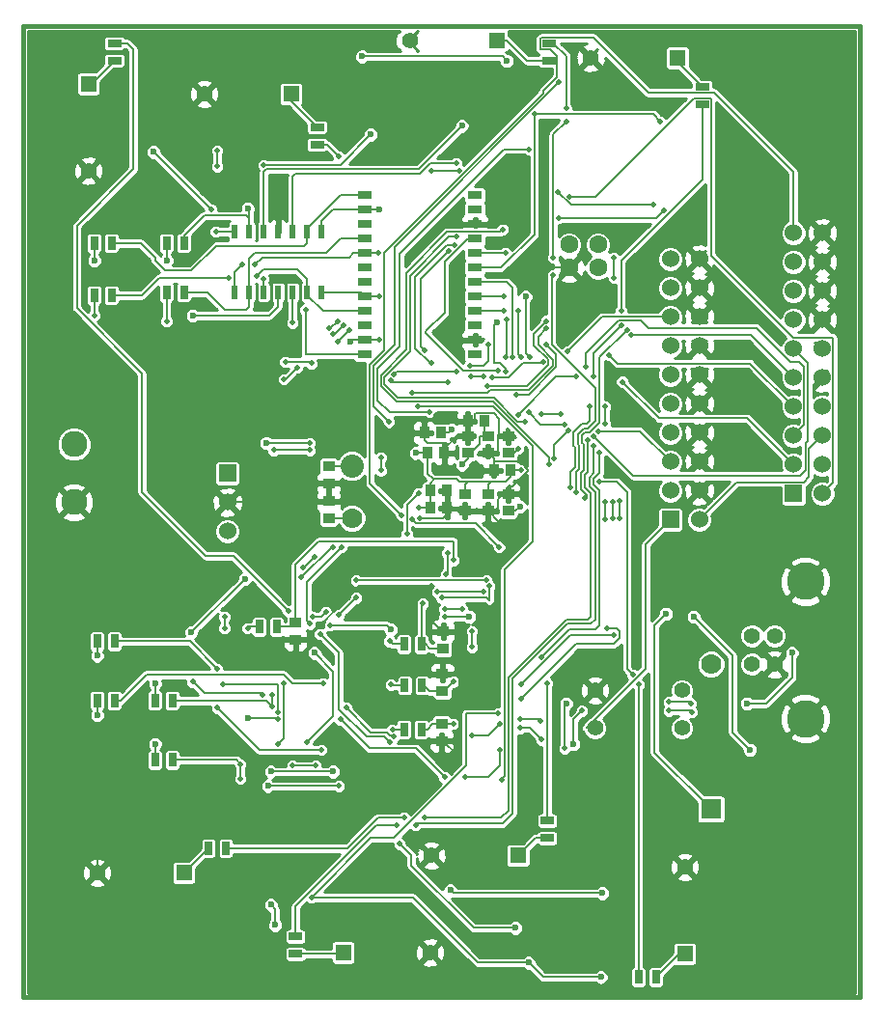
<source format=gbl>
G04 (created by PCBNEW-RS274X (20100406 SVN-R2509)-final) date Thu 29 Apr 2010 05:28:25 PM MSD*
G01*
G70*
G90*
%MOIN*%
G04 Gerber Fmt 3.4, Leading zero omitted, Abs format*
%FSLAX34Y34*%
G04 APERTURE LIST*
%ADD10C,0.001000*%
%ADD11C,0.015000*%
%ADD12R,0.039400X0.035400*%
%ADD13R,0.035400X0.039400*%
%ADD14C,0.056000*%
%ADD15C,0.130000*%
%ADD16C,0.090000*%
%ADD17R,0.055000X0.055000*%
%ADD18C,0.055000*%
%ADD19C,0.070000*%
%ADD20R,0.070000X0.070000*%
%ADD21C,0.080000*%
%ADD22C,0.063000*%
%ADD23C,0.060000*%
%ADD24R,0.060000X0.060000*%
%ADD25R,0.025000X0.045000*%
%ADD26R,0.045000X0.025000*%
%ADD27R,0.020000X0.045000*%
%ADD28R,0.050000X0.030000*%
%ADD29C,0.019700*%
%ADD30C,0.023600*%
%ADD31C,0.008000*%
%ADD32C,0.007900*%
%ADD33C,0.010000*%
G04 APERTURE END LIST*
G54D10*
G54D11*
X54450Y-57000D02*
X71350Y-57000D01*
X54450Y-56900D02*
X54450Y-57000D01*
X54450Y-56600D02*
X54450Y-56900D01*
X54450Y-56350D02*
X54450Y-56600D01*
X54450Y-56000D02*
X54450Y-56350D01*
X54450Y-23450D02*
X54450Y-56000D01*
X55550Y-23450D02*
X54450Y-23450D01*
X55850Y-23450D02*
X55550Y-23450D01*
X83350Y-23450D02*
X55850Y-23450D01*
X83350Y-23600D02*
X83350Y-23450D01*
X83350Y-23750D02*
X83350Y-23600D01*
X83350Y-24050D02*
X83350Y-23750D01*
X83350Y-57000D02*
X83350Y-24050D01*
X83100Y-57000D02*
X83350Y-57000D01*
X82550Y-57000D02*
X83100Y-57000D01*
X82100Y-57000D02*
X82550Y-57000D01*
X81600Y-57000D02*
X82100Y-57000D01*
X71350Y-57000D02*
X81600Y-57000D01*
G54D12*
X68925Y-46421D03*
X68925Y-45829D03*
X63850Y-44054D03*
X63850Y-44646D03*
X68950Y-44946D03*
X68950Y-44354D03*
X68900Y-47554D03*
X68900Y-48146D03*
G54D13*
X68404Y-38200D03*
X68996Y-38200D03*
X71296Y-38800D03*
X70704Y-38800D03*
G54D12*
X70500Y-39604D03*
X70500Y-40196D03*
G54D13*
X68504Y-40100D03*
X69096Y-40100D03*
G54D12*
X65000Y-40446D03*
X65000Y-39854D03*
X65000Y-38654D03*
X65000Y-39246D03*
X69700Y-39604D03*
X69700Y-40196D03*
G54D13*
X68504Y-39500D03*
X69096Y-39500D03*
G54D12*
X71200Y-40196D03*
X71200Y-39604D03*
G54D13*
X70396Y-37100D03*
X69804Y-37100D03*
X68896Y-37500D03*
X68304Y-37500D03*
G54D12*
X71200Y-38196D03*
X71200Y-37604D03*
X69800Y-38196D03*
X69800Y-37604D03*
X70500Y-37604D03*
X70500Y-38196D03*
G54D14*
X80400Y-44508D03*
X79620Y-44508D03*
X80400Y-45492D03*
G54D15*
X81470Y-47370D03*
X81470Y-42630D03*
G54D14*
X79620Y-45492D03*
G54D16*
X56200Y-37900D03*
X56200Y-39900D03*
G54D17*
X65500Y-55450D03*
G54D18*
X68500Y-55450D03*
G54D17*
X70800Y-23950D03*
G54D18*
X67800Y-23950D03*
G54D17*
X71550Y-52100D03*
G54D18*
X68550Y-52100D03*
G54D17*
X77050Y-24550D03*
G54D18*
X74050Y-24550D03*
G54D17*
X77300Y-55500D03*
G54D18*
X77300Y-52500D03*
G54D17*
X63700Y-25800D03*
G54D18*
X60700Y-25800D03*
G54D17*
X60000Y-52700D03*
G54D18*
X57000Y-52700D03*
G54D17*
X56700Y-25450D03*
G54D18*
X56700Y-28450D03*
G54D19*
X78200Y-45500D03*
G54D20*
X78200Y-50500D03*
G54D21*
X65800Y-38650D03*
G54D19*
X65800Y-40450D03*
G54D22*
X73300Y-31000D03*
X74300Y-31000D03*
X74300Y-31800D03*
X73300Y-31800D03*
G54D23*
X61500Y-39900D03*
G54D24*
X61500Y-38900D03*
G54D23*
X61500Y-40900D03*
G54D25*
X68225Y-46225D03*
X67625Y-46225D03*
X63200Y-44200D03*
X62600Y-44200D03*
X68200Y-44800D03*
X67600Y-44800D03*
X68200Y-47750D03*
X67600Y-47750D03*
X59600Y-48800D03*
X59000Y-48800D03*
X57500Y-30950D03*
X56900Y-30950D03*
X57600Y-46750D03*
X57000Y-46750D03*
X60000Y-30950D03*
X59400Y-30950D03*
X57600Y-44700D03*
X57000Y-44700D03*
X60000Y-32650D03*
X59400Y-32650D03*
X59600Y-46750D03*
X59000Y-46750D03*
X57500Y-32750D03*
X56900Y-32750D03*
G54D26*
X63850Y-54900D03*
X63850Y-55500D03*
X72600Y-24050D03*
X72600Y-24650D03*
X72550Y-50900D03*
X72550Y-51500D03*
X77900Y-26150D03*
X77900Y-25550D03*
G54D25*
X75700Y-56300D03*
X76300Y-56300D03*
G54D26*
X64600Y-27550D03*
X64600Y-26950D03*
G54D25*
X61450Y-51850D03*
X60850Y-51850D03*
G54D26*
X57600Y-24050D03*
X57600Y-24650D03*
G54D27*
X64750Y-32650D03*
X64250Y-32650D03*
X63750Y-32650D03*
X63250Y-32650D03*
X62750Y-32650D03*
X62250Y-32650D03*
X61750Y-32650D03*
X61750Y-30550D03*
X62250Y-30550D03*
X62750Y-30550D03*
X63250Y-30550D03*
X63750Y-30550D03*
X64250Y-30550D03*
X64750Y-30550D03*
G54D28*
X70050Y-29300D03*
X70050Y-29800D03*
X70050Y-30300D03*
X70050Y-30800D03*
X70050Y-31300D03*
X70050Y-31800D03*
X70050Y-32300D03*
X70050Y-32800D03*
X70050Y-33300D03*
X70050Y-33800D03*
X70050Y-34300D03*
X70050Y-34800D03*
X66250Y-29300D03*
X66250Y-29800D03*
X66250Y-30300D03*
X66250Y-30800D03*
X66250Y-31300D03*
X66250Y-31800D03*
X66250Y-32300D03*
X66250Y-32800D03*
X66250Y-33300D03*
X66250Y-33800D03*
X66250Y-34300D03*
X66250Y-34800D03*
G54D24*
X81050Y-39600D03*
G54D23*
X82050Y-39600D03*
X81050Y-38600D03*
X82050Y-38600D03*
X81050Y-37600D03*
X82050Y-37600D03*
X81050Y-36600D03*
X82050Y-36600D03*
X81050Y-35600D03*
X82050Y-35600D03*
X81050Y-34600D03*
X82050Y-34600D03*
X81050Y-33600D03*
X82050Y-33600D03*
X81050Y-32600D03*
X82050Y-32600D03*
X81050Y-31600D03*
X82050Y-31600D03*
X81050Y-30600D03*
X82050Y-30600D03*
G54D24*
X76800Y-40500D03*
G54D23*
X77800Y-40500D03*
X76800Y-39500D03*
X77800Y-39500D03*
X76800Y-38500D03*
X77800Y-38500D03*
X76800Y-37500D03*
X77800Y-37500D03*
X76800Y-36500D03*
X77800Y-36500D03*
X76800Y-35500D03*
X77800Y-35500D03*
X76800Y-34500D03*
X77800Y-34500D03*
X76800Y-33500D03*
X77800Y-33500D03*
X76800Y-32500D03*
X77800Y-32500D03*
X76800Y-31500D03*
X77800Y-31500D03*
G54D18*
X74200Y-47700D03*
X77200Y-47700D03*
X77200Y-46400D03*
X74200Y-46400D03*
G54D29*
X70850Y-47200D03*
X61150Y-28300D03*
X61150Y-27750D03*
X76450Y-26750D03*
X72100Y-26500D03*
G54D30*
X71150Y-24650D03*
X66150Y-24500D03*
G54D29*
X64400Y-53550D03*
G54D30*
X71900Y-55800D03*
X74400Y-56300D03*
X60300Y-33450D03*
G54D29*
X73330Y-29347D03*
X69343Y-31012D03*
X68542Y-35095D03*
X71924Y-27706D03*
X68485Y-36772D03*
X73250Y-34700D03*
X68316Y-34650D03*
X69135Y-31213D03*
X71899Y-36801D03*
X73147Y-37228D03*
X74326Y-37441D03*
X67869Y-36123D03*
X72519Y-33897D03*
X67082Y-37122D03*
X72955Y-25400D03*
X68100Y-39600D03*
X67700Y-41000D03*
G54D30*
X71600Y-40050D03*
G54D29*
X71550Y-38050D03*
G54D30*
X69600Y-38600D03*
X69250Y-37400D03*
G54D29*
X70850Y-35350D03*
X67100Y-48200D03*
X64700Y-44450D03*
X64350Y-44100D03*
X65450Y-41450D03*
X67150Y-35700D03*
X69100Y-35750D03*
G54D30*
X70800Y-33700D03*
G54D29*
X71100Y-31300D03*
X71100Y-35400D03*
G54D30*
X67150Y-44300D03*
G54D29*
X65050Y-44150D03*
X64050Y-42500D03*
X65150Y-41450D03*
X67250Y-35500D03*
X69400Y-35400D03*
X71350Y-34900D03*
X71650Y-46700D03*
X74600Y-44250D03*
X74550Y-40500D03*
X74550Y-39900D03*
X74550Y-37200D03*
X74550Y-36600D03*
X72400Y-35050D03*
X70650Y-35600D03*
X75050Y-40450D03*
X75050Y-39850D03*
X73000Y-36850D03*
X72350Y-36850D03*
X71650Y-34900D03*
X71550Y-33300D03*
X71050Y-33300D03*
X69600Y-43600D03*
X69000Y-43600D03*
X65700Y-33950D03*
X65300Y-34350D03*
X64400Y-35100D03*
X63500Y-35050D03*
G54D30*
X69850Y-43850D03*
G54D29*
X69000Y-43850D03*
X64100Y-42150D03*
X64500Y-41800D03*
X65500Y-33800D03*
X65150Y-34100D03*
X63900Y-35250D03*
X63450Y-35650D03*
X65950Y-42600D03*
X70450Y-42600D03*
X70350Y-43000D03*
X68750Y-43000D03*
X65300Y-33650D03*
X65000Y-33900D03*
X69300Y-46100D03*
X69300Y-47550D03*
X69950Y-44900D03*
X69950Y-44350D03*
X69100Y-41650D03*
X69050Y-42400D03*
X68250Y-43400D03*
X69300Y-41900D03*
X71650Y-46200D03*
X74850Y-44500D03*
X74800Y-40450D03*
X74800Y-39900D03*
X71950Y-34900D03*
G54D30*
X71800Y-32800D03*
G54D29*
X71050Y-32800D03*
X56900Y-33450D03*
X59400Y-33650D03*
G54D30*
X59400Y-31550D03*
X56900Y-31550D03*
X59000Y-46150D03*
X57000Y-45200D03*
X57000Y-47250D03*
X59000Y-48250D03*
G54D29*
X70550Y-42800D03*
X68900Y-43200D03*
X65950Y-43200D03*
X65350Y-43800D03*
X64900Y-43700D03*
X64450Y-43850D03*
X63600Y-43650D03*
X65350Y-27950D03*
X68550Y-28450D03*
X69500Y-28450D03*
X74850Y-31450D03*
X74850Y-32150D03*
X75300Y-33950D03*
X73850Y-39750D03*
X73200Y-26300D03*
X73200Y-26750D03*
X72750Y-31450D03*
X72750Y-32050D03*
X73550Y-39550D03*
X75100Y-33300D03*
X75100Y-33800D03*
X74150Y-35550D03*
X74000Y-36600D03*
X73350Y-39400D03*
X75500Y-45850D03*
X75700Y-46200D03*
X74350Y-39200D03*
X72550Y-46150D03*
X72350Y-45250D03*
X74350Y-38200D03*
X67350Y-51050D03*
X68000Y-51050D03*
X74150Y-37950D03*
X67600Y-50800D03*
X68300Y-50800D03*
X73950Y-37750D03*
G54D30*
X58950Y-27800D03*
G54D29*
X60950Y-29800D03*
X63750Y-33700D03*
G54D30*
X66450Y-27200D03*
G54D29*
X62750Y-28250D03*
X62750Y-32200D03*
G54D30*
X69600Y-26900D03*
G54D29*
X69400Y-28200D03*
X63750Y-49000D03*
G54D30*
X69200Y-53300D03*
X74450Y-53400D03*
G54D29*
X64550Y-49000D03*
G54D30*
X71450Y-54600D03*
G54D29*
X67450Y-51700D03*
G54D30*
X64500Y-45100D03*
G54D29*
X64250Y-48200D03*
X63450Y-46150D03*
X63250Y-48250D03*
G54D30*
X63150Y-54500D03*
X63000Y-53800D03*
G54D29*
X71650Y-30800D03*
X71950Y-31150D03*
X69500Y-48950D03*
G54D30*
X58350Y-47100D03*
X58600Y-43200D03*
X59400Y-43500D03*
X71700Y-40450D03*
X75650Y-40200D03*
G54D29*
X68150Y-40450D03*
X68550Y-42800D03*
G54D30*
X63250Y-30050D03*
G54D29*
X68700Y-34050D03*
G54D30*
X69450Y-30300D03*
X64200Y-44650D03*
X69600Y-44400D03*
G54D29*
X68700Y-36900D03*
X74684Y-34809D03*
X72529Y-34458D03*
X71486Y-36189D03*
X75141Y-35737D03*
X70518Y-34439D03*
X69874Y-35176D03*
X76224Y-29629D03*
X72927Y-29189D03*
X69422Y-30729D03*
X71781Y-37105D03*
X66800Y-38800D03*
X66800Y-38350D03*
X64350Y-37850D03*
G54D30*
X62850Y-37850D03*
G54D29*
X60300Y-46100D03*
X62700Y-46550D03*
G54D30*
X81000Y-45100D03*
X79450Y-46850D03*
G54D29*
X77500Y-46850D03*
X76750Y-46800D03*
G54D30*
X73200Y-46850D03*
G54D29*
X73150Y-48400D03*
X72350Y-48100D03*
X71600Y-47700D03*
X70900Y-48450D03*
X69700Y-49400D03*
X69000Y-49400D03*
X65400Y-47400D03*
X63250Y-47400D03*
G54D30*
X62200Y-47350D03*
X60250Y-44400D03*
X62100Y-42550D03*
G54D29*
X63100Y-38100D03*
X64350Y-38100D03*
X65600Y-47000D03*
X67250Y-48000D03*
X69950Y-47950D03*
X70900Y-47550D03*
X71600Y-47400D03*
X72300Y-47450D03*
G54D30*
X73450Y-48250D03*
G54D29*
X73750Y-47100D03*
X76750Y-47100D03*
X77550Y-47150D03*
X63250Y-47150D03*
X61350Y-46200D03*
X61400Y-44250D03*
X61400Y-43850D03*
G54D30*
X77600Y-43850D03*
X79550Y-48450D03*
G54D29*
X70350Y-35550D03*
X69900Y-35550D03*
X71100Y-34900D03*
X71150Y-33600D03*
X70966Y-49483D03*
X68092Y-36601D03*
X73877Y-35220D03*
X73551Y-35558D03*
X71537Y-36874D03*
X75458Y-34129D03*
X72525Y-33636D03*
X70479Y-35874D03*
X74139Y-37611D03*
X73273Y-37432D03*
X72787Y-38379D03*
X76594Y-29803D03*
X72935Y-30081D03*
X71014Y-30474D03*
X72607Y-38578D03*
X67528Y-40354D03*
X67875Y-40484D03*
X70887Y-41446D03*
X68100Y-40100D03*
G54D30*
X68000Y-38200D03*
G54D29*
X71650Y-38800D03*
G54D30*
X76650Y-43750D03*
X66750Y-29800D03*
G54D29*
X66700Y-31300D03*
X62000Y-31700D03*
X62450Y-31700D03*
X61550Y-32150D03*
X62500Y-32100D03*
G54D30*
X62200Y-29750D03*
G54D29*
X64200Y-33250D03*
X66750Y-32800D03*
X61100Y-30550D03*
G54D30*
X65750Y-34350D03*
G54D29*
X66750Y-34300D03*
X62200Y-44250D03*
G54D30*
X65150Y-49200D03*
X63000Y-49200D03*
G54D29*
X67200Y-47750D03*
X61950Y-49450D03*
X61950Y-48950D03*
X65350Y-49700D03*
G54D30*
X62900Y-49700D03*
G54D29*
X61150Y-45650D03*
X61150Y-47000D03*
X64750Y-48450D03*
X63050Y-46950D03*
X63050Y-46550D03*
X64800Y-46150D03*
X67150Y-46200D03*
X67100Y-44700D03*
G54D31*
X70850Y-47200D02*
X69750Y-47200D01*
X69750Y-47200D02*
X69750Y-49000D01*
X69750Y-49000D02*
X67250Y-51500D01*
X67250Y-51500D02*
X66450Y-51500D01*
X66450Y-51500D02*
X64400Y-53550D01*
X72100Y-26500D02*
X72100Y-30650D01*
X72100Y-30650D02*
X70950Y-31800D01*
X70950Y-31800D02*
X70050Y-31800D01*
X61150Y-28300D02*
X61150Y-27750D01*
X76450Y-26750D02*
X76200Y-26500D01*
X76200Y-26500D02*
X72100Y-26500D01*
X71150Y-24650D02*
X71000Y-24500D01*
X71000Y-24500D02*
X66150Y-24500D01*
X71900Y-55800D02*
X70150Y-55800D01*
X70150Y-55800D02*
X67900Y-53550D01*
X67900Y-53550D02*
X64400Y-53550D01*
X71900Y-55800D02*
X72400Y-56300D01*
X72400Y-56300D02*
X74400Y-56300D01*
X63250Y-32650D02*
X63250Y-33150D01*
X63250Y-33150D02*
X62950Y-33450D01*
X62950Y-33450D02*
X60300Y-33450D01*
X68542Y-35095D02*
X68507Y-35095D01*
X68507Y-35095D02*
X67997Y-34585D01*
X67997Y-34585D02*
X67997Y-32102D01*
X67997Y-32102D02*
X69087Y-31012D01*
X69087Y-31012D02*
X69343Y-31012D01*
X82050Y-39600D02*
X82421Y-39229D01*
X82421Y-39229D02*
X82421Y-34232D01*
X82421Y-34232D02*
X82399Y-34210D01*
X82399Y-34210D02*
X81037Y-34210D01*
X81037Y-34210D02*
X78200Y-31373D01*
X78200Y-31373D02*
X78200Y-25975D01*
X78200Y-25975D02*
X78178Y-25953D01*
X78178Y-25953D02*
X77604Y-25953D01*
X77604Y-25953D02*
X74210Y-29347D01*
X74210Y-29347D02*
X73330Y-29347D01*
X68485Y-36772D02*
X67099Y-36772D01*
X67099Y-36772D02*
X66696Y-36369D01*
X66696Y-36369D02*
X66696Y-35272D01*
X66696Y-35272D02*
X67453Y-34515D01*
X67453Y-34515D02*
X67453Y-31313D01*
X67453Y-31313D02*
X71060Y-27706D01*
X71060Y-27706D02*
X71924Y-27706D01*
X73250Y-34700D02*
X74450Y-33500D01*
X74450Y-33500D02*
X76800Y-33500D01*
X68316Y-34650D02*
X68174Y-34508D01*
X68174Y-34508D02*
X68174Y-32174D01*
X68174Y-32174D02*
X69135Y-31213D01*
X76800Y-38500D02*
X75741Y-37441D01*
X75741Y-37441D02*
X74326Y-37441D01*
X71899Y-36801D02*
X72326Y-37228D01*
X72326Y-37228D02*
X73147Y-37228D01*
X72519Y-33897D02*
X72234Y-34182D01*
X72234Y-34182D02*
X72234Y-34466D01*
X72234Y-34466D02*
X72752Y-34984D01*
X72752Y-34984D02*
X72752Y-35181D01*
X72752Y-35181D02*
X71927Y-36006D01*
X71927Y-36006D02*
X70590Y-36006D01*
X70590Y-36006D02*
X70473Y-36123D01*
X70473Y-36123D02*
X67869Y-36123D01*
X72955Y-25400D02*
X67278Y-31077D01*
X67278Y-31077D02*
X67278Y-34461D01*
X67278Y-34461D02*
X66538Y-35201D01*
X66538Y-35201D02*
X66538Y-36578D01*
X66538Y-36578D02*
X67082Y-37122D01*
X77800Y-40500D02*
X79098Y-39202D01*
X79098Y-39202D02*
X81411Y-39202D01*
X81411Y-39202D02*
X81591Y-39022D01*
X81591Y-39022D02*
X81591Y-38059D01*
X81591Y-38059D02*
X82050Y-37600D01*
X70500Y-37604D02*
X70223Y-37604D01*
X69800Y-38298D02*
X70223Y-37875D01*
X70223Y-37875D02*
X70223Y-37604D01*
X69800Y-38298D02*
X69800Y-38400D01*
X69800Y-38400D02*
X69600Y-38600D01*
X69800Y-38196D02*
X69800Y-38298D01*
X74200Y-47700D02*
X73900Y-47700D01*
X73900Y-47700D02*
X75950Y-45650D01*
X75950Y-45650D02*
X75950Y-41350D01*
X75950Y-41350D02*
X76800Y-40500D01*
X68100Y-39600D02*
X67700Y-40000D01*
X67700Y-40000D02*
X67700Y-41000D01*
X71200Y-40196D02*
X71454Y-40196D01*
X71454Y-40196D02*
X71600Y-40050D01*
X71200Y-38196D02*
X71404Y-38196D01*
X71404Y-38196D02*
X71550Y-38050D01*
X68896Y-37500D02*
X69150Y-37500D01*
X69150Y-37500D02*
X69250Y-37400D01*
X70396Y-37100D02*
X70396Y-37500D01*
X70396Y-37500D02*
X70500Y-37604D01*
X70050Y-30800D02*
X69800Y-30800D01*
X69800Y-30800D02*
X69000Y-31600D01*
X69000Y-31600D02*
X69000Y-33350D01*
X69000Y-33350D02*
X68350Y-34000D01*
X68350Y-34000D02*
X68350Y-34050D01*
X68350Y-34050D02*
X69650Y-35350D01*
X69650Y-35350D02*
X70850Y-35350D01*
X67100Y-48200D02*
X66900Y-48000D01*
X66900Y-48000D02*
X66300Y-48000D01*
X66300Y-48000D02*
X65350Y-47050D01*
X65350Y-47050D02*
X65350Y-45100D01*
X65350Y-45100D02*
X64700Y-44450D01*
X64350Y-44100D02*
X64250Y-44000D01*
X64250Y-44000D02*
X64250Y-42650D01*
X64250Y-42650D02*
X65450Y-41450D01*
X67150Y-35700D02*
X67200Y-35750D01*
X67200Y-35750D02*
X69100Y-35750D01*
X70800Y-33700D02*
X70700Y-33800D01*
X70700Y-33800D02*
X70700Y-35100D01*
X70700Y-35100D02*
X70900Y-35100D01*
X70900Y-35100D02*
X71100Y-35300D01*
X71100Y-35300D02*
X71100Y-35400D01*
X70050Y-31300D02*
X71100Y-31300D01*
X67150Y-44300D02*
X67000Y-44150D01*
X67000Y-44150D02*
X65050Y-44150D01*
X64050Y-42500D02*
X65100Y-41450D01*
X65100Y-41450D02*
X65150Y-41450D01*
X67250Y-35500D02*
X67350Y-35400D01*
X67350Y-35400D02*
X69400Y-35400D01*
X71350Y-34900D02*
X71350Y-32500D01*
X71350Y-32500D02*
X71150Y-32300D01*
X71150Y-32300D02*
X70050Y-32300D01*
X71650Y-46700D02*
X73550Y-44800D01*
X73550Y-44800D02*
X74850Y-44800D01*
X74850Y-44800D02*
X75050Y-44600D01*
X75050Y-44600D02*
X75050Y-44350D01*
X75050Y-44350D02*
X74950Y-44250D01*
X74950Y-44250D02*
X74600Y-44250D01*
X74550Y-40500D02*
X74550Y-39900D01*
X74550Y-37200D02*
X74550Y-36600D01*
X72400Y-35050D02*
X72350Y-35100D01*
X72350Y-35100D02*
X71700Y-35100D01*
X71700Y-35100D02*
X71200Y-35600D01*
X71200Y-35600D02*
X70650Y-35600D01*
X75050Y-40450D02*
X75050Y-39850D01*
X73000Y-36850D02*
X72350Y-36850D01*
X71650Y-34900D02*
X71550Y-34800D01*
X71550Y-34800D02*
X71550Y-33300D01*
X71050Y-33300D02*
X70050Y-33300D01*
X69000Y-43600D02*
X69600Y-43600D01*
X65700Y-33950D02*
X65300Y-34350D01*
X64400Y-35100D02*
X64350Y-35050D01*
X64350Y-35050D02*
X63500Y-35050D01*
X69000Y-43850D02*
X69850Y-43850D01*
X64500Y-41800D02*
X64150Y-42150D01*
X64150Y-42150D02*
X64100Y-42150D01*
X65500Y-33800D02*
X65200Y-34100D01*
X65200Y-34100D02*
X65150Y-34100D01*
X63900Y-35250D02*
X63500Y-35650D01*
X63500Y-35650D02*
X63450Y-35650D01*
X65950Y-42600D02*
X70450Y-42600D01*
X68750Y-43000D02*
X70350Y-43000D01*
X65300Y-33650D02*
X65050Y-33900D01*
X65050Y-33900D02*
X65000Y-33900D01*
X68925Y-46421D02*
X68979Y-46421D01*
X68979Y-46421D02*
X69300Y-46100D01*
X68225Y-46225D02*
X68275Y-46225D01*
X68275Y-46225D02*
X68471Y-46421D01*
X68471Y-46421D02*
X68925Y-46421D01*
X68900Y-47554D02*
X69296Y-47554D01*
X69296Y-47554D02*
X69300Y-47550D01*
X69950Y-44900D02*
X69950Y-44350D01*
X68200Y-47750D02*
X68400Y-47750D01*
X68400Y-47750D02*
X68596Y-47554D01*
X68596Y-47554D02*
X68900Y-47554D01*
X69050Y-42400D02*
X69100Y-42350D01*
X69100Y-42350D02*
X69100Y-41650D01*
X68200Y-44800D02*
X68200Y-43450D01*
X68200Y-43450D02*
X68250Y-43400D01*
X68200Y-44800D02*
X68350Y-44800D01*
X68350Y-44800D02*
X68496Y-44946D01*
X68496Y-44946D02*
X68950Y-44946D01*
X63850Y-44054D02*
X63850Y-42050D01*
X63850Y-42050D02*
X64650Y-41250D01*
X64650Y-41250D02*
X69300Y-41250D01*
X69300Y-41250D02*
X69300Y-41900D01*
X63200Y-44200D02*
X63704Y-44200D01*
X63704Y-44200D02*
X63850Y-44054D01*
X71650Y-46200D02*
X73350Y-44500D01*
X73350Y-44500D02*
X74850Y-44500D01*
X74800Y-40450D02*
X74800Y-39900D01*
X71950Y-34900D02*
X71800Y-34750D01*
X71800Y-34750D02*
X71800Y-32800D01*
X71050Y-32800D02*
X70050Y-32800D01*
X56900Y-32750D02*
X56900Y-33450D01*
X59400Y-33650D02*
X59400Y-32650D01*
X59400Y-30950D02*
X59400Y-31550D01*
X56900Y-31550D02*
X56900Y-30950D01*
X59000Y-46150D02*
X59000Y-46750D01*
X57000Y-45200D02*
X57000Y-44700D01*
X57000Y-47250D02*
X57000Y-46750D01*
X59000Y-48250D02*
X59000Y-48800D01*
X70550Y-42800D02*
X70550Y-43300D01*
X70550Y-43300D02*
X70450Y-43200D01*
X70450Y-43200D02*
X68900Y-43200D01*
X65950Y-43200D02*
X65350Y-43800D01*
X64900Y-43700D02*
X64750Y-43850D01*
X64750Y-43850D02*
X64450Y-43850D01*
X63600Y-43650D02*
X61700Y-41750D01*
X61700Y-41750D02*
X60750Y-41750D01*
X60750Y-41750D02*
X58550Y-39550D01*
X58550Y-39550D02*
X58550Y-35450D01*
X58550Y-35450D02*
X56300Y-33200D01*
X56300Y-33200D02*
X56300Y-30350D01*
X56300Y-30350D02*
X58250Y-28400D01*
X58250Y-28400D02*
X58250Y-24250D01*
X58250Y-24250D02*
X58050Y-24050D01*
X58050Y-24050D02*
X57600Y-24050D01*
X64600Y-27550D02*
X64950Y-27550D01*
X64950Y-27550D02*
X65350Y-27950D01*
X68550Y-28450D02*
X69500Y-28450D01*
X74850Y-31450D02*
X74850Y-32150D01*
X75300Y-33950D02*
X74350Y-34900D01*
X74350Y-34900D02*
X74350Y-37150D01*
X74350Y-37150D02*
X74000Y-37500D01*
X74000Y-37500D02*
X73850Y-37500D01*
X73850Y-37500D02*
X73750Y-37600D01*
X73750Y-37600D02*
X73750Y-37850D01*
X73750Y-37850D02*
X73800Y-37900D01*
X73800Y-37900D02*
X73800Y-38800D01*
X73800Y-38800D02*
X73700Y-38900D01*
X73700Y-38900D02*
X73700Y-39450D01*
X73700Y-39450D02*
X73900Y-39650D01*
X73900Y-39650D02*
X73900Y-39700D01*
X73900Y-39700D02*
X73850Y-39750D01*
X72600Y-24050D02*
X72750Y-24050D01*
X72750Y-24050D02*
X73200Y-24500D01*
X73200Y-24500D02*
X73200Y-26300D01*
X73200Y-26750D02*
X72750Y-27200D01*
X72750Y-27200D02*
X72750Y-31450D01*
X72750Y-32050D02*
X72700Y-32100D01*
X72700Y-32100D02*
X72700Y-34450D01*
X72700Y-34450D02*
X74200Y-35950D01*
X74200Y-35950D02*
X74200Y-37100D01*
X74200Y-37100D02*
X73950Y-37350D01*
X73950Y-37350D02*
X73800Y-37350D01*
X73800Y-37350D02*
X73600Y-37550D01*
X73600Y-37550D02*
X73600Y-37900D01*
X73600Y-37900D02*
X73650Y-37950D01*
X73650Y-37950D02*
X73650Y-38750D01*
X73650Y-38750D02*
X73550Y-38850D01*
X73550Y-38850D02*
X73550Y-39550D01*
X77900Y-26150D02*
X77900Y-28750D01*
X77900Y-28750D02*
X75100Y-31550D01*
X75100Y-31550D02*
X75100Y-33300D01*
X75100Y-33800D02*
X74150Y-34750D01*
X74150Y-34750D02*
X74150Y-35550D01*
X74000Y-36600D02*
X74000Y-37100D01*
X74000Y-37100D02*
X73900Y-37200D01*
X73900Y-37200D02*
X73750Y-37200D01*
X73750Y-37200D02*
X73450Y-37500D01*
X73450Y-37500D02*
X73450Y-37950D01*
X73450Y-37950D02*
X73500Y-38000D01*
X73500Y-38000D02*
X73500Y-38700D01*
X73500Y-38700D02*
X73350Y-38850D01*
X73350Y-38850D02*
X73350Y-39400D01*
X75500Y-45850D02*
X75300Y-45650D01*
X75300Y-45650D02*
X75300Y-39550D01*
X75300Y-39550D02*
X74950Y-39200D01*
X74950Y-39200D02*
X74350Y-39200D01*
X75700Y-56300D02*
X75700Y-46200D01*
X72350Y-45250D02*
X73300Y-44300D01*
X73300Y-44300D02*
X74200Y-44300D01*
X74200Y-44300D02*
X74350Y-44150D01*
X74350Y-44150D02*
X74350Y-39500D01*
X74350Y-39500D02*
X74150Y-39300D01*
X74150Y-39300D02*
X74150Y-39100D01*
X74150Y-39100D02*
X74350Y-38900D01*
X74350Y-38900D02*
X74350Y-38200D01*
X72550Y-50900D02*
X72550Y-46150D01*
X63850Y-54900D02*
X63850Y-53850D01*
X63850Y-53850D02*
X66650Y-51050D01*
X66650Y-51050D02*
X67350Y-51050D01*
X68000Y-51050D02*
X68050Y-51000D01*
X68050Y-51000D02*
X71000Y-51000D01*
X71000Y-51000D02*
X71350Y-50650D01*
X71350Y-50650D02*
X71350Y-46000D01*
X71350Y-46000D02*
X73250Y-44100D01*
X73250Y-44100D02*
X74050Y-44100D01*
X74050Y-44100D02*
X74200Y-43950D01*
X74200Y-43950D02*
X74200Y-39550D01*
X74200Y-39550D02*
X74000Y-39350D01*
X74000Y-39350D02*
X74000Y-39050D01*
X74000Y-39050D02*
X74150Y-38900D01*
X74150Y-38900D02*
X74150Y-37950D01*
X61450Y-51850D02*
X65650Y-51850D01*
X65650Y-51850D02*
X66700Y-50800D01*
X66700Y-50800D02*
X67600Y-50800D01*
X68300Y-50800D02*
X70950Y-50800D01*
X70950Y-50800D02*
X71200Y-50550D01*
X71200Y-50550D02*
X71200Y-45950D01*
X71200Y-45950D02*
X73200Y-43950D01*
X73200Y-43950D02*
X73950Y-43950D01*
X73950Y-43950D02*
X74050Y-43850D01*
X74050Y-43850D02*
X74050Y-39600D01*
X74050Y-39600D02*
X73850Y-39400D01*
X73850Y-39400D02*
X73850Y-38950D01*
X73850Y-38950D02*
X73950Y-38850D01*
X73950Y-38850D02*
X73950Y-37750D01*
X58950Y-27800D02*
X60950Y-29800D01*
X63750Y-33700D02*
X63750Y-32650D01*
X66450Y-27200D02*
X65400Y-28250D01*
X65400Y-28250D02*
X62750Y-28250D01*
X62750Y-32200D02*
X62750Y-32650D01*
X69600Y-26900D02*
X68100Y-28400D01*
X68100Y-28400D02*
X62850Y-28400D01*
X62850Y-28400D02*
X62750Y-28500D01*
X62750Y-28500D02*
X62750Y-30550D01*
X69400Y-28200D02*
X68500Y-28200D01*
X68500Y-28200D02*
X68150Y-28550D01*
X68150Y-28550D02*
X63850Y-28550D01*
X63850Y-28550D02*
X63750Y-28650D01*
X63750Y-28650D02*
X63750Y-30550D01*
X69200Y-53300D02*
X69300Y-53400D01*
X69300Y-53400D02*
X74450Y-53400D01*
X64550Y-49000D02*
X63750Y-49000D01*
X70000Y-54600D02*
X71450Y-54600D01*
X67850Y-52450D02*
X70000Y-54600D01*
X67850Y-52100D02*
X67850Y-52450D01*
X67450Y-51700D02*
X67850Y-52100D01*
X65150Y-45750D02*
X64500Y-45100D01*
X65150Y-47300D02*
X65150Y-45750D01*
X64250Y-48200D02*
X65150Y-47300D01*
G54D32*
X63450Y-48050D02*
X63450Y-46150D01*
G54D31*
X63250Y-48250D02*
X63450Y-48050D01*
X63150Y-53950D02*
X63150Y-54500D01*
X63000Y-53800D02*
X63150Y-53950D01*
X70061Y-37100D02*
X70061Y-36843D01*
X70061Y-36843D02*
X70073Y-36831D01*
X70073Y-36831D02*
X70720Y-36831D01*
X70720Y-36831D02*
X70898Y-37009D01*
X70898Y-37009D02*
X70898Y-37652D01*
X71200Y-39604D02*
X71200Y-39347D01*
X70704Y-38494D02*
X71601Y-38494D01*
X71601Y-38494D02*
X71892Y-38785D01*
X71892Y-38785D02*
X71892Y-38817D01*
X71892Y-38817D02*
X71362Y-39347D01*
X71362Y-39347D02*
X71200Y-39347D01*
X70704Y-38494D02*
X70704Y-38400D01*
X70704Y-38400D02*
X70500Y-38196D01*
X70704Y-38800D02*
X70704Y-38494D01*
X69804Y-37100D02*
X70061Y-37100D01*
X70898Y-37652D02*
X70946Y-37604D01*
X70946Y-37604D02*
X71200Y-37604D01*
X70500Y-38196D02*
X70804Y-38196D01*
X70804Y-38196D02*
X70850Y-38150D01*
X70850Y-38150D02*
X70850Y-37700D01*
X70850Y-37700D02*
X70898Y-37652D01*
X65000Y-39854D02*
X64723Y-39854D01*
X61500Y-39900D02*
X64677Y-39900D01*
X64677Y-39900D02*
X64723Y-39854D01*
X70500Y-40196D02*
X70754Y-40196D01*
X70754Y-40196D02*
X70850Y-40100D01*
X70850Y-40100D02*
X70850Y-39800D01*
X70850Y-39800D02*
X71046Y-39604D01*
X71046Y-39604D02*
X71200Y-39604D01*
X65000Y-39246D02*
X65000Y-39854D01*
X69700Y-40196D02*
X70500Y-40196D01*
X69096Y-40100D02*
X69604Y-40100D01*
X69604Y-40100D02*
X69700Y-40196D01*
X69804Y-37100D02*
X68600Y-37100D01*
X69800Y-37604D02*
X69800Y-37104D01*
X69800Y-37104D02*
X69804Y-37100D01*
X68996Y-38200D02*
X68996Y-38054D01*
X68996Y-38054D02*
X69446Y-37604D01*
X69446Y-37604D02*
X69800Y-37604D01*
X69429Y-45829D02*
X69479Y-45829D01*
X69479Y-45829D02*
X69500Y-45850D01*
X69500Y-45850D02*
X69500Y-48650D01*
X68925Y-45829D02*
X69429Y-45829D01*
X69096Y-39500D02*
X69096Y-40100D01*
X69500Y-48650D02*
X69500Y-48700D01*
X69500Y-48700D02*
X69500Y-48650D01*
X69500Y-48950D02*
X69500Y-48700D01*
X70050Y-30300D02*
X71150Y-30300D01*
X71150Y-30300D02*
X71650Y-30800D01*
X71950Y-31150D02*
X72600Y-31800D01*
X72600Y-31800D02*
X73300Y-31800D01*
X69500Y-48650D02*
X69500Y-48700D01*
X57000Y-52700D02*
X57000Y-51500D01*
X57000Y-51500D02*
X58350Y-50150D01*
X58350Y-50150D02*
X58350Y-47100D01*
X58600Y-43200D02*
X58900Y-43500D01*
X58900Y-43500D02*
X59400Y-43500D01*
X68550Y-42800D02*
X66050Y-42800D01*
X66050Y-42800D02*
X64200Y-44650D01*
X71700Y-40450D02*
X71600Y-40550D01*
X71600Y-40550D02*
X70854Y-40550D01*
X70854Y-40550D02*
X70500Y-40196D01*
X75650Y-40200D02*
X75850Y-40000D01*
X75850Y-40000D02*
X77300Y-40000D01*
X77300Y-40000D02*
X77800Y-39500D01*
X69096Y-40100D02*
X69096Y-40304D01*
X69096Y-40304D02*
X68950Y-40450D01*
X68950Y-40450D02*
X68150Y-40450D01*
X68950Y-44354D02*
X68904Y-44354D01*
X68904Y-44354D02*
X68550Y-44000D01*
X68550Y-44000D02*
X68550Y-42800D01*
X63250Y-30050D02*
X63250Y-30550D01*
X70050Y-34300D02*
X68950Y-34300D01*
X68950Y-34300D02*
X68700Y-34050D01*
X69450Y-30300D02*
X70050Y-30300D01*
X64200Y-44650D02*
X64196Y-44646D01*
X64196Y-44646D02*
X63850Y-44646D01*
X69429Y-45829D02*
X69600Y-45658D01*
X69600Y-45658D02*
X69600Y-44400D01*
X68925Y-45829D02*
X69429Y-45829D01*
X69600Y-44400D02*
X69554Y-44354D01*
X69554Y-44354D02*
X68950Y-44354D01*
X69500Y-48700D02*
X68946Y-48146D01*
X68946Y-48146D02*
X68900Y-48146D01*
X68304Y-37500D02*
X68304Y-37754D01*
X68304Y-37754D02*
X68400Y-37850D01*
X68400Y-37850D02*
X68900Y-37850D01*
X68900Y-37850D02*
X68996Y-37946D01*
X68996Y-37946D02*
X68996Y-38200D01*
X68600Y-37100D02*
X68600Y-37000D01*
X68600Y-37000D02*
X68700Y-36900D01*
X68600Y-37100D02*
X68400Y-37100D01*
X68400Y-37100D02*
X68304Y-37196D01*
X68304Y-37196D02*
X68304Y-37500D01*
X81050Y-36600D02*
X79560Y-35110D01*
X79560Y-35110D02*
X74985Y-35110D01*
X74985Y-35110D02*
X74684Y-34809D01*
X72529Y-34458D02*
X72864Y-34793D01*
X72864Y-34793D02*
X72864Y-35228D01*
X72864Y-35228D02*
X71903Y-36189D01*
X71903Y-36189D02*
X71486Y-36189D01*
X70518Y-34439D02*
X70518Y-35019D01*
X70518Y-35019D02*
X70361Y-35176D01*
X70361Y-35176D02*
X69874Y-35176D01*
X81050Y-38600D02*
X79450Y-37000D01*
X79450Y-37000D02*
X76404Y-37000D01*
X76404Y-37000D02*
X75141Y-35737D01*
X69422Y-30729D02*
X69163Y-30729D01*
X69163Y-30729D02*
X67815Y-32077D01*
X67815Y-32077D02*
X67815Y-34693D01*
X67815Y-34693D02*
X66926Y-35582D01*
X66926Y-35582D02*
X66926Y-35832D01*
X66926Y-35832D02*
X67392Y-36298D01*
X67392Y-36298D02*
X70719Y-36298D01*
X70719Y-36298D02*
X71526Y-37105D01*
X71526Y-37105D02*
X71781Y-37105D01*
X76224Y-29629D02*
X73367Y-29629D01*
X73367Y-29629D02*
X72927Y-29189D01*
X66800Y-38800D02*
X66800Y-38350D01*
X64350Y-37850D02*
X62850Y-37850D01*
X62700Y-46550D02*
X62650Y-46500D01*
X62650Y-46500D02*
X60700Y-46500D01*
X60700Y-46500D02*
X60300Y-46100D01*
X81000Y-45100D02*
X81000Y-45950D01*
X81000Y-45950D02*
X80100Y-46850D01*
X80100Y-46850D02*
X79450Y-46850D01*
X77500Y-46850D02*
X77450Y-46800D01*
X77450Y-46800D02*
X76750Y-46800D01*
X73200Y-46850D02*
X73150Y-46900D01*
X73150Y-46900D02*
X73150Y-48400D01*
X72350Y-48100D02*
X71950Y-47700D01*
X71950Y-47700D02*
X71600Y-47700D01*
X70900Y-48450D02*
X70900Y-49000D01*
X70900Y-49000D02*
X70500Y-49400D01*
X70500Y-49400D02*
X69700Y-49400D01*
X69000Y-49400D02*
X68000Y-48400D01*
X68000Y-48400D02*
X66400Y-48400D01*
X66400Y-48400D02*
X65400Y-47400D01*
X63250Y-47400D02*
X63200Y-47350D01*
X63200Y-47350D02*
X62200Y-47350D01*
X60250Y-44400D02*
X62100Y-42550D01*
X64350Y-38100D02*
X63100Y-38100D01*
X67250Y-48000D02*
X67200Y-47950D01*
X67200Y-47950D02*
X67100Y-47950D01*
X67100Y-47950D02*
X67000Y-47850D01*
X67000Y-47850D02*
X66450Y-47850D01*
X66450Y-47850D02*
X65600Y-47000D01*
X70900Y-47550D02*
X70500Y-47950D01*
X70500Y-47950D02*
X69950Y-47950D01*
X72300Y-47450D02*
X72250Y-47400D01*
X72250Y-47400D02*
X71600Y-47400D01*
X73750Y-47100D02*
X73450Y-47400D01*
X73450Y-47400D02*
X73450Y-48250D01*
X77550Y-47150D02*
X77500Y-47100D01*
X77500Y-47100D02*
X76750Y-47100D01*
X63250Y-47150D02*
X63250Y-46200D01*
X63250Y-46200D02*
X61350Y-46200D01*
X61400Y-44250D02*
X61400Y-43850D01*
X77600Y-43850D02*
X78950Y-45200D01*
X78950Y-45200D02*
X78950Y-47850D01*
X78950Y-47850D02*
X79550Y-48450D01*
X69900Y-35550D02*
X70350Y-35550D01*
X71100Y-34900D02*
X71150Y-34850D01*
X71150Y-34850D02*
X71150Y-33600D01*
X68092Y-36601D02*
X70677Y-36601D01*
X70677Y-36601D02*
X72035Y-37959D01*
X72035Y-37959D02*
X72035Y-41265D01*
X72035Y-41265D02*
X71088Y-42212D01*
X71088Y-42212D02*
X71088Y-49361D01*
X71088Y-49361D02*
X70966Y-49483D01*
X73551Y-35558D02*
X72853Y-35558D01*
X72853Y-35558D02*
X71537Y-36874D01*
X73877Y-35220D02*
X73877Y-34738D01*
X73877Y-34738D02*
X75003Y-33612D01*
X75003Y-33612D02*
X75772Y-33612D01*
X75772Y-33612D02*
X76032Y-33872D01*
X76032Y-33872D02*
X79768Y-33872D01*
X79768Y-33872D02*
X80955Y-35059D01*
X80955Y-35059D02*
X81250Y-35059D01*
X81250Y-35059D02*
X81422Y-35231D01*
X81422Y-35231D02*
X81422Y-37228D01*
X81422Y-37228D02*
X81050Y-37600D01*
X72525Y-33636D02*
X72078Y-34083D01*
X72078Y-34083D02*
X72078Y-34469D01*
X72078Y-34469D02*
X72571Y-34962D01*
X72571Y-34962D02*
X72571Y-35164D01*
X72571Y-35164D02*
X71861Y-35874D01*
X71861Y-35874D02*
X70479Y-35874D01*
X81050Y-35600D02*
X79579Y-34129D01*
X79579Y-34129D02*
X75458Y-34129D01*
X81050Y-34600D02*
X81544Y-35094D01*
X81544Y-35094D02*
X81544Y-37793D01*
X81544Y-37793D02*
X81479Y-37858D01*
X81479Y-37858D02*
X81479Y-38801D01*
X81479Y-38801D02*
X81290Y-38990D01*
X81290Y-38990D02*
X75518Y-38990D01*
X75518Y-38990D02*
X74139Y-37611D01*
X73273Y-37432D02*
X72787Y-37918D01*
X72787Y-37918D02*
X72787Y-38379D01*
X71014Y-30474D02*
X70929Y-30559D01*
X70929Y-30559D02*
X69097Y-30559D01*
X69097Y-30559D02*
X67687Y-31969D01*
X67687Y-31969D02*
X67687Y-34633D01*
X67687Y-34633D02*
X66815Y-35505D01*
X66815Y-35505D02*
X66815Y-35879D01*
X66815Y-35879D02*
X67345Y-36409D01*
X67345Y-36409D02*
X70673Y-36409D01*
X70673Y-36409D02*
X72607Y-38343D01*
X72607Y-38343D02*
X72607Y-38578D01*
X72935Y-30081D02*
X76316Y-30081D01*
X76316Y-30081D02*
X76594Y-29803D01*
X67875Y-40484D02*
X68020Y-40629D01*
X68020Y-40629D02*
X70070Y-40629D01*
X70070Y-40629D02*
X70887Y-41446D01*
X81050Y-30600D02*
X81050Y-28485D01*
X81050Y-28485D02*
X78312Y-25747D01*
X78312Y-25747D02*
X76032Y-25747D01*
X76032Y-25747D02*
X74138Y-23853D01*
X74138Y-23853D02*
X72347Y-23853D01*
X72347Y-23853D02*
X72303Y-23897D01*
X72303Y-23897D02*
X72303Y-24233D01*
X72303Y-24233D02*
X72325Y-24255D01*
X72325Y-24255D02*
X72655Y-24255D01*
X72655Y-24255D02*
X72897Y-24497D01*
X72897Y-24497D02*
X72897Y-25207D01*
X72897Y-25207D02*
X72417Y-25687D01*
X72417Y-25687D02*
X72417Y-25779D01*
X72417Y-25779D02*
X66921Y-31275D01*
X66921Y-31275D02*
X66921Y-34659D01*
X66921Y-34659D02*
X66426Y-35154D01*
X66426Y-35154D02*
X66426Y-39252D01*
X66426Y-39252D02*
X67528Y-40354D01*
X68504Y-40100D02*
X68100Y-40100D01*
X68404Y-38200D02*
X68000Y-38200D01*
X68504Y-39500D02*
X68504Y-40100D01*
X68650Y-39100D02*
X68600Y-39100D01*
X68600Y-39100D02*
X68404Y-38904D01*
X68404Y-38904D02*
X68404Y-38200D01*
X69800Y-39200D02*
X69500Y-39200D01*
X69500Y-39200D02*
X69400Y-39100D01*
X69400Y-39100D02*
X68650Y-39100D01*
X68650Y-39100D02*
X68504Y-39246D01*
X68504Y-39246D02*
X68504Y-39500D01*
X69800Y-39200D02*
X69700Y-39300D01*
X69700Y-39300D02*
X69700Y-39604D01*
X70600Y-39200D02*
X69800Y-39200D01*
X71296Y-38800D02*
X71296Y-39004D01*
X71296Y-39004D02*
X71100Y-39200D01*
X71100Y-39200D02*
X70600Y-39200D01*
X70600Y-39200D02*
X70500Y-39300D01*
X70500Y-39300D02*
X70500Y-39604D01*
X71296Y-38800D02*
X71650Y-38800D01*
X65000Y-40446D02*
X65796Y-40446D01*
X65796Y-40446D02*
X65800Y-40450D01*
X65000Y-38654D02*
X65796Y-38654D01*
X65796Y-38654D02*
X65800Y-38650D01*
X76650Y-43750D02*
X76250Y-44150D01*
X76250Y-44150D02*
X76250Y-48550D01*
X76250Y-48550D02*
X78200Y-50500D01*
X56700Y-25450D02*
X56800Y-25450D01*
X56800Y-25450D02*
X57600Y-24650D01*
X63700Y-25800D02*
X63700Y-26050D01*
X63700Y-26050D02*
X64600Y-26950D01*
X60000Y-52700D02*
X60850Y-51850D01*
X77300Y-55500D02*
X77100Y-55500D01*
X77100Y-55500D02*
X76300Y-56300D01*
X77050Y-24550D02*
X77050Y-24700D01*
X77050Y-24700D02*
X77900Y-25550D01*
X72550Y-51500D02*
X72150Y-51500D01*
X72150Y-51500D02*
X71550Y-52100D01*
X70800Y-23950D02*
X71150Y-23950D01*
X71150Y-23950D02*
X71850Y-24650D01*
X71850Y-24650D02*
X72600Y-24650D01*
X63850Y-55500D02*
X65450Y-55500D01*
X65450Y-55500D02*
X65500Y-55450D01*
X66750Y-29800D02*
X66250Y-29800D01*
X64750Y-30550D02*
X64750Y-30200D01*
X64750Y-30200D02*
X65150Y-29800D01*
X65150Y-29800D02*
X66250Y-29800D01*
X66250Y-31300D02*
X66700Y-31300D01*
X61750Y-32650D02*
X61750Y-31950D01*
X61750Y-31950D02*
X62000Y-31700D01*
X62450Y-31700D02*
X62700Y-31450D01*
X62700Y-31450D02*
X65700Y-31450D01*
X65700Y-31450D02*
X65850Y-31300D01*
X65850Y-31300D02*
X66250Y-31300D01*
X57500Y-30950D02*
X58500Y-30950D01*
X58500Y-30950D02*
X59000Y-31450D01*
X59000Y-31450D02*
X59000Y-31550D01*
X59000Y-31550D02*
X59350Y-31900D01*
X59350Y-31900D02*
X60250Y-31900D01*
X60250Y-31900D02*
X61100Y-31050D01*
X61100Y-31050D02*
X64150Y-31050D01*
X64150Y-31050D02*
X64250Y-30950D01*
X64250Y-30950D02*
X64250Y-30550D01*
X64250Y-30550D02*
X64250Y-30450D01*
X64250Y-30450D02*
X65400Y-29300D01*
X65400Y-29300D02*
X66250Y-29300D01*
X60000Y-32650D02*
X60800Y-32650D01*
X60800Y-32650D02*
X61400Y-33250D01*
X61400Y-33250D02*
X62150Y-33250D01*
X62150Y-33250D02*
X62250Y-33150D01*
X62250Y-33150D02*
X62250Y-32650D01*
X62250Y-32650D02*
X62250Y-31500D01*
X62250Y-31500D02*
X62450Y-31300D01*
X62450Y-31300D02*
X64900Y-31300D01*
X64900Y-31300D02*
X65400Y-30800D01*
X65400Y-30800D02*
X66250Y-30800D01*
X57500Y-32750D02*
X58550Y-32750D01*
X58550Y-32750D02*
X59150Y-32150D01*
X59150Y-32150D02*
X61550Y-32150D01*
X62500Y-32100D02*
X62750Y-31850D01*
X62750Y-31850D02*
X63900Y-31850D01*
X63900Y-31850D02*
X64250Y-32200D01*
X64250Y-32200D02*
X64250Y-32650D01*
X64250Y-32650D02*
X64250Y-32750D01*
X64250Y-32750D02*
X64800Y-33300D01*
X64800Y-33300D02*
X66250Y-33300D01*
X62250Y-30100D02*
X62250Y-29800D01*
X62250Y-29800D02*
X62200Y-29750D01*
X62250Y-30550D02*
X62250Y-30100D01*
X64200Y-33250D02*
X64200Y-34800D01*
X64200Y-34800D02*
X66250Y-34800D01*
X60000Y-30950D02*
X60000Y-30700D01*
X60000Y-30700D02*
X60700Y-30000D01*
X60700Y-30000D02*
X62150Y-30000D01*
X62150Y-30000D02*
X62250Y-30100D01*
X62250Y-30100D02*
X62250Y-30550D01*
X66250Y-32800D02*
X66750Y-32800D01*
X64750Y-32650D02*
X66100Y-32650D01*
X66100Y-32650D02*
X66250Y-32800D01*
X65750Y-34350D02*
X65800Y-34300D01*
X65800Y-34300D02*
X66250Y-34300D01*
X61750Y-30550D02*
X61100Y-30550D01*
X66750Y-34300D02*
X66250Y-34300D01*
X62600Y-44200D02*
X62250Y-44200D01*
X62250Y-44200D02*
X62200Y-44250D01*
G54D32*
X63000Y-49200D02*
X65150Y-49200D01*
G54D31*
X67200Y-47750D02*
X67600Y-47750D01*
X59600Y-48800D02*
X61800Y-48800D01*
X61800Y-48800D02*
X61950Y-48950D01*
X61950Y-48950D02*
X61950Y-49450D01*
X65350Y-49700D02*
X62900Y-49700D01*
X57600Y-44700D02*
X60200Y-44700D01*
X60200Y-44700D02*
X61150Y-45650D01*
X61150Y-47000D02*
X62600Y-48450D01*
X62600Y-48450D02*
X64750Y-48450D01*
X59600Y-46750D02*
X62850Y-46750D01*
X62850Y-46750D02*
X63050Y-46950D01*
X63050Y-46950D02*
X63050Y-46550D01*
X57600Y-46750D02*
X57800Y-46750D01*
X57800Y-46750D02*
X58700Y-45850D01*
X58700Y-45850D02*
X63450Y-45850D01*
X63450Y-45850D02*
X63750Y-46150D01*
X63750Y-46150D02*
X64800Y-46150D01*
X67150Y-46200D02*
X67175Y-46225D01*
X67175Y-46225D02*
X67625Y-46225D01*
X67100Y-44700D02*
X67200Y-44800D01*
X67200Y-44800D02*
X67600Y-44800D01*
G54D33*
X54604Y-23604D02*
X67461Y-23604D01*
X71206Y-23604D02*
X83196Y-23604D01*
X54604Y-23684D02*
X67348Y-23684D01*
X71224Y-23684D02*
X72264Y-23684D01*
X74222Y-23684D02*
X83196Y-23684D01*
X54604Y-23764D02*
X67320Y-23764D01*
X71224Y-23764D02*
X72169Y-23764D01*
X74317Y-23764D02*
X83196Y-23764D01*
X54604Y-23844D02*
X57247Y-23844D01*
X57953Y-23844D02*
X67293Y-23844D01*
X71312Y-23844D02*
X72124Y-23844D01*
X74397Y-23844D02*
X83196Y-23844D01*
X54604Y-23924D02*
X57226Y-23924D01*
X58193Y-23924D02*
X67283Y-23924D01*
X71392Y-23924D02*
X72113Y-23924D01*
X74477Y-23924D02*
X83196Y-23924D01*
X54604Y-24004D02*
X57226Y-24004D01*
X58273Y-24004D02*
X67287Y-24004D01*
X71472Y-24004D02*
X72113Y-24004D01*
X74557Y-24004D02*
X83196Y-24004D01*
X54604Y-24084D02*
X57226Y-24084D01*
X58353Y-24084D02*
X67293Y-24084D01*
X71552Y-24084D02*
X72113Y-24084D01*
X74637Y-24084D02*
X83196Y-24084D01*
X54604Y-24164D02*
X57226Y-24164D01*
X58417Y-24164D02*
X67326Y-24164D01*
X71632Y-24164D02*
X72113Y-24164D01*
X74717Y-24164D02*
X76675Y-24164D01*
X77425Y-24164D02*
X83196Y-24164D01*
X54604Y-24244D02*
X57242Y-24244D01*
X57957Y-24244D02*
X57975Y-24244D01*
X58439Y-24244D02*
X66069Y-24244D01*
X66233Y-24244D02*
X67435Y-24244D01*
X71712Y-24244D02*
X72115Y-24244D01*
X74797Y-24244D02*
X76627Y-24244D01*
X77474Y-24244D02*
X83196Y-24244D01*
X54604Y-24324D02*
X58055Y-24324D01*
X58440Y-24324D02*
X65947Y-24324D01*
X71187Y-24324D02*
X71255Y-24324D01*
X71792Y-24324D02*
X72139Y-24324D01*
X74877Y-24324D02*
X76626Y-24324D01*
X77474Y-24324D02*
X83196Y-24324D01*
X54604Y-24404D02*
X57285Y-24404D01*
X57915Y-24404D02*
X58060Y-24404D01*
X58440Y-24404D02*
X65900Y-24404D01*
X71257Y-24404D02*
X71335Y-24404D01*
X71872Y-24404D02*
X72212Y-24404D01*
X74957Y-24404D02*
X76626Y-24404D01*
X77474Y-24404D02*
X83196Y-24404D01*
X54604Y-24484D02*
X57231Y-24484D01*
X57970Y-24484D02*
X58060Y-24484D01*
X58440Y-24484D02*
X65882Y-24484D01*
X71363Y-24484D02*
X71415Y-24484D01*
X75037Y-24484D02*
X76626Y-24484D01*
X77474Y-24484D02*
X83196Y-24484D01*
X54604Y-24564D02*
X57226Y-24564D01*
X57974Y-24564D02*
X58060Y-24564D01*
X58440Y-24564D02*
X65886Y-24564D01*
X71405Y-24564D02*
X71495Y-24564D01*
X75117Y-24564D02*
X76626Y-24564D01*
X77474Y-24564D02*
X83196Y-24564D01*
X54604Y-24644D02*
X57226Y-24644D01*
X57974Y-24644D02*
X58060Y-24644D01*
X58440Y-24644D02*
X65919Y-24644D01*
X71418Y-24644D02*
X71575Y-24644D01*
X75197Y-24644D02*
X76626Y-24644D01*
X77474Y-24644D02*
X83196Y-24644D01*
X54604Y-24724D02*
X57226Y-24724D01*
X57974Y-24724D02*
X58060Y-24724D01*
X58440Y-24724D02*
X65995Y-24724D01*
X66304Y-24724D02*
X70890Y-24724D01*
X71409Y-24724D02*
X71655Y-24724D01*
X75277Y-24724D02*
X76626Y-24724D01*
X77474Y-24724D02*
X83196Y-24724D01*
X54604Y-24804D02*
X57177Y-24804D01*
X57974Y-24804D02*
X58060Y-24804D01*
X58440Y-24804D02*
X70925Y-24804D01*
X71375Y-24804D02*
X71744Y-24804D01*
X75357Y-24804D02*
X76626Y-24804D01*
X77474Y-24804D02*
X83196Y-24804D01*
X54604Y-24884D02*
X57097Y-24884D01*
X57927Y-24884D02*
X58060Y-24884D01*
X58440Y-24884D02*
X71014Y-24884D01*
X71285Y-24884D02*
X72273Y-24884D01*
X75437Y-24884D02*
X76638Y-24884D01*
X77503Y-24884D02*
X83196Y-24884D01*
X54604Y-24964D02*
X57017Y-24964D01*
X57553Y-24964D02*
X58060Y-24964D01*
X58440Y-24964D02*
X72707Y-24964D01*
X75517Y-24964D02*
X76721Y-24964D01*
X77583Y-24964D02*
X83196Y-24964D01*
X54604Y-25044D02*
X56352Y-25044D01*
X57473Y-25044D02*
X58060Y-25044D01*
X58440Y-25044D02*
X72707Y-25044D01*
X75597Y-25044D02*
X77125Y-25044D01*
X77663Y-25044D02*
X83196Y-25044D01*
X54604Y-25124D02*
X56285Y-25124D01*
X57393Y-25124D02*
X58060Y-25124D01*
X58440Y-25124D02*
X72707Y-25124D01*
X75677Y-25124D02*
X77205Y-25124D01*
X77743Y-25124D02*
X83196Y-25124D01*
X54604Y-25204D02*
X56276Y-25204D01*
X57313Y-25204D02*
X58060Y-25204D01*
X58440Y-25204D02*
X72632Y-25204D01*
X75757Y-25204D02*
X77285Y-25204D01*
X77823Y-25204D02*
X83196Y-25204D01*
X54604Y-25284D02*
X56276Y-25284D01*
X57233Y-25284D02*
X58060Y-25284D01*
X58440Y-25284D02*
X60719Y-25284D01*
X60783Y-25284D02*
X72552Y-25284D01*
X75837Y-25284D02*
X77365Y-25284D01*
X78174Y-25284D02*
X83196Y-25284D01*
X54604Y-25364D02*
X56276Y-25364D01*
X57153Y-25364D02*
X58060Y-25364D01*
X58440Y-25364D02*
X60429Y-25364D01*
X60972Y-25364D02*
X72472Y-25364D01*
X75917Y-25364D02*
X77445Y-25364D01*
X78262Y-25364D02*
X83196Y-25364D01*
X54604Y-25444D02*
X56276Y-25444D01*
X57124Y-25444D02*
X58060Y-25444D01*
X58440Y-25444D02*
X60415Y-25444D01*
X60985Y-25444D02*
X63297Y-25444D01*
X64103Y-25444D02*
X72392Y-25444D01*
X75997Y-25444D02*
X77526Y-25444D01*
X78274Y-25444D02*
X83196Y-25444D01*
X54604Y-25524D02*
X56276Y-25524D01*
X57124Y-25524D02*
X58060Y-25524D01*
X58440Y-25524D02*
X60284Y-25524D01*
X60353Y-25524D02*
X60495Y-25524D01*
X60905Y-25524D02*
X61047Y-25524D01*
X61117Y-25524D02*
X63276Y-25524D01*
X64124Y-25524D02*
X72312Y-25524D01*
X76077Y-25524D02*
X77526Y-25524D01*
X78274Y-25524D02*
X83196Y-25524D01*
X54604Y-25604D02*
X56276Y-25604D01*
X57124Y-25604D02*
X58060Y-25604D01*
X58440Y-25604D02*
X60224Y-25604D01*
X60433Y-25604D02*
X60575Y-25604D01*
X60825Y-25604D02*
X60967Y-25604D01*
X61182Y-25604D02*
X63276Y-25604D01*
X64124Y-25604D02*
X72248Y-25604D01*
X78433Y-25604D02*
X83196Y-25604D01*
X54604Y-25684D02*
X56276Y-25684D01*
X57124Y-25684D02*
X58060Y-25684D01*
X58440Y-25684D02*
X60196Y-25684D01*
X60513Y-25684D02*
X60655Y-25684D01*
X60745Y-25684D02*
X60887Y-25684D01*
X61209Y-25684D02*
X63276Y-25684D01*
X64124Y-25684D02*
X72228Y-25684D01*
X78517Y-25684D02*
X83196Y-25684D01*
X54604Y-25764D02*
X56279Y-25764D01*
X57120Y-25764D02*
X58060Y-25764D01*
X58440Y-25764D02*
X60183Y-25764D01*
X60593Y-25764D02*
X60807Y-25764D01*
X61214Y-25764D02*
X63276Y-25764D01*
X64124Y-25764D02*
X72163Y-25764D01*
X78597Y-25764D02*
X83196Y-25764D01*
X54604Y-25844D02*
X56333Y-25844D01*
X57067Y-25844D02*
X58060Y-25844D01*
X58440Y-25844D02*
X60187Y-25844D01*
X60585Y-25844D02*
X60815Y-25844D01*
X61218Y-25844D02*
X63276Y-25844D01*
X64124Y-25844D02*
X72083Y-25844D01*
X78677Y-25844D02*
X83196Y-25844D01*
X54604Y-25924D02*
X58060Y-25924D01*
X58440Y-25924D02*
X60191Y-25924D01*
X60505Y-25924D02*
X60647Y-25924D01*
X60753Y-25924D02*
X60895Y-25924D01*
X61201Y-25924D02*
X63276Y-25924D01*
X64124Y-25924D02*
X72003Y-25924D01*
X78757Y-25924D02*
X83196Y-25924D01*
X54604Y-26004D02*
X58060Y-26004D01*
X58440Y-26004D02*
X60222Y-26004D01*
X60425Y-26004D02*
X60567Y-26004D01*
X60833Y-26004D02*
X60975Y-26004D01*
X61173Y-26004D02*
X63276Y-26004D01*
X64124Y-26004D02*
X71923Y-26004D01*
X78837Y-26004D02*
X83196Y-26004D01*
X54604Y-26084D02*
X58060Y-26084D01*
X58440Y-26084D02*
X60315Y-26084D01*
X60345Y-26084D02*
X60487Y-26084D01*
X60913Y-26084D02*
X61055Y-26084D01*
X61084Y-26084D02*
X63276Y-26084D01*
X64124Y-26084D02*
X71843Y-26084D01*
X78917Y-26084D02*
X83196Y-26084D01*
X54604Y-26164D02*
X58060Y-26164D01*
X58440Y-26164D02*
X60410Y-26164D01*
X60989Y-26164D02*
X63303Y-26164D01*
X64096Y-26164D02*
X71763Y-26164D01*
X78390Y-26164D02*
X78461Y-26164D01*
X78997Y-26164D02*
X83196Y-26164D01*
X54604Y-26244D02*
X58060Y-26244D01*
X58440Y-26244D02*
X60430Y-26244D01*
X60969Y-26244D02*
X63625Y-26244D01*
X64162Y-26244D02*
X71683Y-26244D01*
X78390Y-26244D02*
X78541Y-26244D01*
X79077Y-26244D02*
X83196Y-26244D01*
X54604Y-26324D02*
X58060Y-26324D01*
X58440Y-26324D02*
X63705Y-26324D01*
X64242Y-26324D02*
X71603Y-26324D01*
X78390Y-26324D02*
X78621Y-26324D01*
X79157Y-26324D02*
X83196Y-26324D01*
X54604Y-26404D02*
X58060Y-26404D01*
X58440Y-26404D02*
X63785Y-26404D01*
X64322Y-26404D02*
X71523Y-26404D01*
X78390Y-26404D02*
X78701Y-26404D01*
X79237Y-26404D02*
X83196Y-26404D01*
X54604Y-26484D02*
X58060Y-26484D01*
X58440Y-26484D02*
X63865Y-26484D01*
X64402Y-26484D02*
X71443Y-26484D01*
X78390Y-26484D02*
X78781Y-26484D01*
X79317Y-26484D02*
X83196Y-26484D01*
X54604Y-26564D02*
X58060Y-26564D01*
X58440Y-26564D02*
X63945Y-26564D01*
X64482Y-26564D02*
X71363Y-26564D01*
X78390Y-26564D02*
X78861Y-26564D01*
X79397Y-26564D02*
X83196Y-26564D01*
X54604Y-26644D02*
X58060Y-26644D01*
X58440Y-26644D02*
X64025Y-26644D01*
X64562Y-26644D02*
X69519Y-26644D01*
X69683Y-26644D02*
X71283Y-26644D01*
X78390Y-26644D02*
X78941Y-26644D01*
X79477Y-26644D02*
X83196Y-26644D01*
X54604Y-26724D02*
X58060Y-26724D01*
X58440Y-26724D02*
X64105Y-26724D01*
X64935Y-26724D02*
X69397Y-26724D01*
X69803Y-26724D02*
X71203Y-26724D01*
X78390Y-26724D02*
X79021Y-26724D01*
X79557Y-26724D02*
X83196Y-26724D01*
X54604Y-26804D02*
X58060Y-26804D01*
X58440Y-26804D02*
X64185Y-26804D01*
X64974Y-26804D02*
X69350Y-26804D01*
X69851Y-26804D02*
X71123Y-26804D01*
X78390Y-26804D02*
X79101Y-26804D01*
X79637Y-26804D02*
X83196Y-26804D01*
X54604Y-26884D02*
X58060Y-26884D01*
X58440Y-26884D02*
X64226Y-26884D01*
X64974Y-26884D02*
X69332Y-26884D01*
X69868Y-26884D02*
X71043Y-26884D01*
X78390Y-26884D02*
X79181Y-26884D01*
X79717Y-26884D02*
X83196Y-26884D01*
X54604Y-26964D02*
X58060Y-26964D01*
X58440Y-26964D02*
X64226Y-26964D01*
X64974Y-26964D02*
X66320Y-26964D01*
X66581Y-26964D02*
X69267Y-26964D01*
X69863Y-26964D02*
X70963Y-26964D01*
X78390Y-26964D02*
X79261Y-26964D01*
X79797Y-26964D02*
X83196Y-26964D01*
X54604Y-27044D02*
X58060Y-27044D01*
X58440Y-27044D02*
X64226Y-27044D01*
X64974Y-27044D02*
X66227Y-27044D01*
X66673Y-27044D02*
X69187Y-27044D01*
X69830Y-27044D02*
X70883Y-27044D01*
X78390Y-27044D02*
X79341Y-27044D01*
X79877Y-27044D02*
X83196Y-27044D01*
X54604Y-27124D02*
X58060Y-27124D01*
X58440Y-27124D02*
X64233Y-27124D01*
X64966Y-27124D02*
X66192Y-27124D01*
X66709Y-27124D02*
X69107Y-27124D01*
X69755Y-27124D02*
X70803Y-27124D01*
X78390Y-27124D02*
X79421Y-27124D01*
X79957Y-27124D02*
X83196Y-27124D01*
X54604Y-27204D02*
X58060Y-27204D01*
X58440Y-27204D02*
X64296Y-27204D01*
X64902Y-27204D02*
X66177Y-27204D01*
X66718Y-27204D02*
X69027Y-27204D01*
X69564Y-27204D02*
X70723Y-27204D01*
X78390Y-27204D02*
X79501Y-27204D01*
X80037Y-27204D02*
X83196Y-27204D01*
X54604Y-27284D02*
X58060Y-27284D01*
X58440Y-27284D02*
X64326Y-27284D01*
X64874Y-27284D02*
X66097Y-27284D01*
X66705Y-27284D02*
X68947Y-27284D01*
X69484Y-27284D02*
X70643Y-27284D01*
X78390Y-27284D02*
X79581Y-27284D01*
X80117Y-27284D02*
X83196Y-27284D01*
X54604Y-27364D02*
X58060Y-27364D01*
X58440Y-27364D02*
X64239Y-27364D01*
X64975Y-27364D02*
X66017Y-27364D01*
X66665Y-27364D02*
X68867Y-27364D01*
X69404Y-27364D02*
X70563Y-27364D01*
X78390Y-27364D02*
X79661Y-27364D01*
X80197Y-27364D02*
X83196Y-27364D01*
X54604Y-27444D02*
X58060Y-27444D01*
X58440Y-27444D02*
X64226Y-27444D01*
X65112Y-27444D02*
X65937Y-27444D01*
X66560Y-27444D02*
X68787Y-27444D01*
X69324Y-27444D02*
X70483Y-27444D01*
X78390Y-27444D02*
X79741Y-27444D01*
X80277Y-27444D02*
X83196Y-27444D01*
X54604Y-27524D02*
X58060Y-27524D01*
X58440Y-27524D02*
X61050Y-27524D01*
X61250Y-27524D02*
X64226Y-27524D01*
X65192Y-27524D02*
X65857Y-27524D01*
X66394Y-27524D02*
X68707Y-27524D01*
X69244Y-27524D02*
X70403Y-27524D01*
X78390Y-27524D02*
X79821Y-27524D01*
X80357Y-27524D02*
X83196Y-27524D01*
X54604Y-27604D02*
X58060Y-27604D01*
X58440Y-27604D02*
X58767Y-27604D01*
X59133Y-27604D02*
X60947Y-27604D01*
X61353Y-27604D02*
X64226Y-27604D01*
X65272Y-27604D02*
X65777Y-27604D01*
X66314Y-27604D02*
X68627Y-27604D01*
X69164Y-27604D02*
X70323Y-27604D01*
X78390Y-27604D02*
X79901Y-27604D01*
X80437Y-27604D02*
X83196Y-27604D01*
X54604Y-27684D02*
X58060Y-27684D01*
X58440Y-27684D02*
X58708Y-27684D01*
X59192Y-27684D02*
X60911Y-27684D01*
X61390Y-27684D02*
X64226Y-27684D01*
X65352Y-27684D02*
X65697Y-27684D01*
X66234Y-27684D02*
X68547Y-27684D01*
X69084Y-27684D02*
X70243Y-27684D01*
X78390Y-27684D02*
X79981Y-27684D01*
X80517Y-27684D02*
X83196Y-27684D01*
X54604Y-27764D02*
X58060Y-27764D01*
X58440Y-27764D02*
X58682Y-27764D01*
X59218Y-27764D02*
X60903Y-27764D01*
X61397Y-27764D02*
X64253Y-27764D01*
X65513Y-27764D02*
X65617Y-27764D01*
X66154Y-27764D02*
X68467Y-27764D01*
X69004Y-27764D02*
X70163Y-27764D01*
X78390Y-27764D02*
X80061Y-27764D01*
X80597Y-27764D02*
X83196Y-27764D01*
X54604Y-27844D02*
X58060Y-27844D01*
X58440Y-27844D02*
X58682Y-27844D01*
X59263Y-27844D02*
X60921Y-27844D01*
X61378Y-27844D02*
X64976Y-27844D01*
X66074Y-27844D02*
X68387Y-27844D01*
X68924Y-27844D02*
X70083Y-27844D01*
X78390Y-27844D02*
X80141Y-27844D01*
X80677Y-27844D02*
X83196Y-27844D01*
X54604Y-27924D02*
X58060Y-27924D01*
X58440Y-27924D02*
X58711Y-27924D01*
X59343Y-27924D02*
X60960Y-27924D01*
X61340Y-27924D02*
X65056Y-27924D01*
X65994Y-27924D02*
X68307Y-27924D01*
X68844Y-27924D02*
X70003Y-27924D01*
X78390Y-27924D02*
X80221Y-27924D01*
X80757Y-27924D02*
X83196Y-27924D01*
X54604Y-28004D02*
X56432Y-28004D01*
X56969Y-28004D02*
X58060Y-28004D01*
X58440Y-28004D02*
X58775Y-28004D01*
X59423Y-28004D02*
X60960Y-28004D01*
X61340Y-28004D02*
X62699Y-28004D01*
X62802Y-28004D02*
X65105Y-28004D01*
X65914Y-28004D02*
X68227Y-28004D01*
X68764Y-28004D02*
X69247Y-28004D01*
X69553Y-28004D02*
X69923Y-28004D01*
X78390Y-28004D02*
X80301Y-28004D01*
X80837Y-28004D02*
X83196Y-28004D01*
X54604Y-28084D02*
X56412Y-28084D01*
X56989Y-28084D02*
X58060Y-28084D01*
X58440Y-28084D02*
X58965Y-28084D01*
X59503Y-28084D02*
X60960Y-28084D01*
X61340Y-28084D02*
X62567Y-28084D01*
X65834Y-28084D02*
X68147Y-28084D01*
X69620Y-28084D02*
X69843Y-28084D01*
X78390Y-28084D02*
X80381Y-28084D01*
X80917Y-28084D02*
X83196Y-28084D01*
X54604Y-28164D02*
X56324Y-28164D01*
X56343Y-28164D02*
X56485Y-28164D01*
X56915Y-28164D02*
X57057Y-28164D01*
X57077Y-28164D02*
X58060Y-28164D01*
X58440Y-28164D02*
X59045Y-28164D01*
X59583Y-28164D02*
X60940Y-28164D01*
X61361Y-28164D02*
X62519Y-28164D01*
X65754Y-28164D02*
X68067Y-28164D01*
X69647Y-28164D02*
X69763Y-28164D01*
X78390Y-28164D02*
X80461Y-28164D01*
X80997Y-28164D02*
X83196Y-28164D01*
X54604Y-28244D02*
X56227Y-28244D01*
X56423Y-28244D02*
X56565Y-28244D01*
X56835Y-28244D02*
X56977Y-28244D01*
X57177Y-28244D02*
X58060Y-28244D01*
X58440Y-28244D02*
X59125Y-28244D01*
X59663Y-28244D02*
X60906Y-28244D01*
X61395Y-28244D02*
X62503Y-28244D01*
X69647Y-28244D02*
X69683Y-28244D01*
X78390Y-28244D02*
X80541Y-28244D01*
X81077Y-28244D02*
X83196Y-28244D01*
X54604Y-28324D02*
X56200Y-28324D01*
X56503Y-28324D02*
X56645Y-28324D01*
X56755Y-28324D02*
X56897Y-28324D01*
X57209Y-28324D02*
X58057Y-28324D01*
X58440Y-28324D02*
X59205Y-28324D01*
X59743Y-28324D02*
X60903Y-28324D01*
X61397Y-28324D02*
X62513Y-28324D01*
X78390Y-28324D02*
X80621Y-28324D01*
X81157Y-28324D02*
X83196Y-28324D01*
X54604Y-28404D02*
X56182Y-28404D01*
X56583Y-28404D02*
X56817Y-28404D01*
X57213Y-28404D02*
X57977Y-28404D01*
X58439Y-28404D02*
X59285Y-28404D01*
X59823Y-28404D02*
X60925Y-28404D01*
X61374Y-28404D02*
X62555Y-28404D01*
X78390Y-28404D02*
X80701Y-28404D01*
X81221Y-28404D02*
X83196Y-28404D01*
X54604Y-28484D02*
X56186Y-28484D01*
X56595Y-28484D02*
X56805Y-28484D01*
X57217Y-28484D02*
X57897Y-28484D01*
X58418Y-28484D02*
X59365Y-28484D01*
X59903Y-28484D02*
X60985Y-28484D01*
X61315Y-28484D02*
X62564Y-28484D01*
X78390Y-28484D02*
X80781Y-28484D01*
X81240Y-28484D02*
X83196Y-28484D01*
X54604Y-28564D02*
X56191Y-28564D01*
X56515Y-28564D02*
X56657Y-28564D01*
X56743Y-28564D02*
X56885Y-28564D01*
X57205Y-28564D02*
X57817Y-28564D01*
X58354Y-28564D02*
X59445Y-28564D01*
X59983Y-28564D02*
X62560Y-28564D01*
X78390Y-28564D02*
X80860Y-28564D01*
X81240Y-28564D02*
X83196Y-28564D01*
X54604Y-28644D02*
X56218Y-28644D01*
X56435Y-28644D02*
X56577Y-28644D01*
X56823Y-28644D02*
X56965Y-28644D01*
X57177Y-28644D02*
X57737Y-28644D01*
X58274Y-28644D02*
X59525Y-28644D01*
X60063Y-28644D02*
X62560Y-28644D01*
X78390Y-28644D02*
X80860Y-28644D01*
X81240Y-28644D02*
X83196Y-28644D01*
X54604Y-28724D02*
X56275Y-28724D01*
X56355Y-28724D02*
X56497Y-28724D01*
X56903Y-28724D02*
X57045Y-28724D01*
X57124Y-28724D02*
X57657Y-28724D01*
X58194Y-28724D02*
X59605Y-28724D01*
X60143Y-28724D02*
X62560Y-28724D01*
X78390Y-28724D02*
X80860Y-28724D01*
X81240Y-28724D02*
X83196Y-28724D01*
X54604Y-28804D02*
X56417Y-28804D01*
X56983Y-28804D02*
X57577Y-28804D01*
X58114Y-28804D02*
X59685Y-28804D01*
X60223Y-28804D02*
X62560Y-28804D01*
X78390Y-28804D02*
X80860Y-28804D01*
X81240Y-28804D02*
X83196Y-28804D01*
X54604Y-28884D02*
X56428Y-28884D01*
X56971Y-28884D02*
X57497Y-28884D01*
X58034Y-28884D02*
X59765Y-28884D01*
X60303Y-28884D02*
X62560Y-28884D01*
X78390Y-28884D02*
X80860Y-28884D01*
X81240Y-28884D02*
X83196Y-28884D01*
X54604Y-28964D02*
X56611Y-28964D01*
X56718Y-28964D02*
X57417Y-28964D01*
X57954Y-28964D02*
X59845Y-28964D01*
X60383Y-28964D02*
X62560Y-28964D01*
X78390Y-28964D02*
X80860Y-28964D01*
X81240Y-28964D02*
X83196Y-28964D01*
X54604Y-29044D02*
X57337Y-29044D01*
X57874Y-29044D02*
X59925Y-29044D01*
X60463Y-29044D02*
X62560Y-29044D01*
X78390Y-29044D02*
X80860Y-29044D01*
X81240Y-29044D02*
X83196Y-29044D01*
X54604Y-29124D02*
X57257Y-29124D01*
X57794Y-29124D02*
X60005Y-29124D01*
X60543Y-29124D02*
X62560Y-29124D01*
X78390Y-29124D02*
X80860Y-29124D01*
X81240Y-29124D02*
X83196Y-29124D01*
X54604Y-29204D02*
X57177Y-29204D01*
X57714Y-29204D02*
X60085Y-29204D01*
X60623Y-29204D02*
X62560Y-29204D01*
X78390Y-29204D02*
X80860Y-29204D01*
X81240Y-29204D02*
X83196Y-29204D01*
X54604Y-29284D02*
X57097Y-29284D01*
X57634Y-29284D02*
X60165Y-29284D01*
X60703Y-29284D02*
X62560Y-29284D01*
X78390Y-29284D02*
X80860Y-29284D01*
X81240Y-29284D02*
X83196Y-29284D01*
X54604Y-29364D02*
X57016Y-29364D01*
X57554Y-29364D02*
X60245Y-29364D01*
X60783Y-29364D02*
X62560Y-29364D01*
X78390Y-29364D02*
X80860Y-29364D01*
X81240Y-29364D02*
X83196Y-29364D01*
X54604Y-29444D02*
X56936Y-29444D01*
X57474Y-29444D02*
X60325Y-29444D01*
X60863Y-29444D02*
X62560Y-29444D01*
X78390Y-29444D02*
X80860Y-29444D01*
X81240Y-29444D02*
X83196Y-29444D01*
X54604Y-29524D02*
X56856Y-29524D01*
X57394Y-29524D02*
X60405Y-29524D01*
X60943Y-29524D02*
X62047Y-29524D01*
X62353Y-29524D02*
X62560Y-29524D01*
X78390Y-29524D02*
X80860Y-29524D01*
X81240Y-29524D02*
X83196Y-29524D01*
X54604Y-29604D02*
X56776Y-29604D01*
X57314Y-29604D02*
X60485Y-29604D01*
X61104Y-29604D02*
X61971Y-29604D01*
X62430Y-29604D02*
X62560Y-29604D01*
X78390Y-29604D02*
X80860Y-29604D01*
X81240Y-29604D02*
X83196Y-29604D01*
X54604Y-29684D02*
X56696Y-29684D01*
X57234Y-29684D02*
X60565Y-29684D01*
X61170Y-29684D02*
X61938Y-29684D01*
X62463Y-29684D02*
X62560Y-29684D01*
X78390Y-29684D02*
X80860Y-29684D01*
X81240Y-29684D02*
X83196Y-29684D01*
X54604Y-29764D02*
X56617Y-29764D01*
X57154Y-29764D02*
X60645Y-29764D01*
X61197Y-29764D02*
X61932Y-29764D01*
X62468Y-29764D02*
X62560Y-29764D01*
X78390Y-29764D02*
X80860Y-29764D01*
X81240Y-29764D02*
X83196Y-29764D01*
X54604Y-29844D02*
X56537Y-29844D01*
X57074Y-29844D02*
X60597Y-29844D01*
X62451Y-29844D02*
X62560Y-29844D01*
X78390Y-29844D02*
X80860Y-29844D01*
X81240Y-29844D02*
X83196Y-29844D01*
X54604Y-29924D02*
X56457Y-29924D01*
X56994Y-29924D02*
X60508Y-29924D01*
X62440Y-29924D02*
X62560Y-29924D01*
X78390Y-29924D02*
X80860Y-29924D01*
X81240Y-29924D02*
X83196Y-29924D01*
X54604Y-30004D02*
X56377Y-30004D01*
X56914Y-30004D02*
X60428Y-30004D01*
X62440Y-30004D02*
X62560Y-30004D01*
X78390Y-30004D02*
X80860Y-30004D01*
X81240Y-30004D02*
X83196Y-30004D01*
X54604Y-30084D02*
X56298Y-30084D01*
X56834Y-30084D02*
X60348Y-30084D01*
X62440Y-30084D02*
X62560Y-30084D01*
X78390Y-30084D02*
X80860Y-30084D01*
X81240Y-30084D02*
X81877Y-30084D01*
X82206Y-30084D02*
X83196Y-30084D01*
X54604Y-30164D02*
X56218Y-30164D01*
X56754Y-30164D02*
X60268Y-30164D01*
X62440Y-30164D02*
X62560Y-30164D01*
X78390Y-30164D02*
X80860Y-30164D01*
X81240Y-30164D02*
X81759Y-30164D01*
X82342Y-30164D02*
X83196Y-30164D01*
X54604Y-30244D02*
X56147Y-30244D01*
X56674Y-30244D02*
X60188Y-30244D01*
X60723Y-30244D02*
X61522Y-30244D01*
X62478Y-30244D02*
X62522Y-30244D01*
X78390Y-30244D02*
X80771Y-30244D01*
X81329Y-30244D02*
X81764Y-30244D01*
X82335Y-30244D02*
X83196Y-30244D01*
X54604Y-30324D02*
X56115Y-30324D01*
X56594Y-30324D02*
X60108Y-30324D01*
X60643Y-30324D02*
X61001Y-30324D01*
X61200Y-30324D02*
X61501Y-30324D01*
X62499Y-30324D02*
X62501Y-30324D01*
X78390Y-30324D02*
X80691Y-30324D01*
X81409Y-30324D02*
X81577Y-30324D01*
X81704Y-30324D02*
X81844Y-30324D01*
X82255Y-30324D02*
X82397Y-30324D01*
X82525Y-30324D02*
X83196Y-30324D01*
X54604Y-30404D02*
X56110Y-30404D01*
X56514Y-30404D02*
X60028Y-30404D01*
X60563Y-30404D02*
X60897Y-30404D01*
X62499Y-30404D02*
X62501Y-30404D01*
X78390Y-30404D02*
X80646Y-30404D01*
X81455Y-30404D02*
X81549Y-30404D01*
X81784Y-30404D02*
X81924Y-30404D01*
X82175Y-30404D02*
X82317Y-30404D01*
X82557Y-30404D02*
X83196Y-30404D01*
X54604Y-30484D02*
X56110Y-30484D01*
X56490Y-30484D02*
X59948Y-30484D01*
X60483Y-30484D02*
X60861Y-30484D01*
X62499Y-30484D02*
X62501Y-30484D01*
X78390Y-30484D02*
X80612Y-30484D01*
X81488Y-30484D02*
X81521Y-30484D01*
X81864Y-30484D02*
X82004Y-30484D01*
X82095Y-30484D02*
X82237Y-30484D01*
X82583Y-30484D02*
X83196Y-30484D01*
X54604Y-30564D02*
X56110Y-30564D01*
X56490Y-30564D02*
X59868Y-30564D01*
X60403Y-30564D02*
X60853Y-30564D01*
X62499Y-30564D02*
X62501Y-30564D01*
X78390Y-30564D02*
X80601Y-30564D01*
X81499Y-30564D02*
X81509Y-30564D01*
X81944Y-30564D02*
X82157Y-30564D01*
X82588Y-30564D02*
X83196Y-30564D01*
X54604Y-30644D02*
X56110Y-30644D01*
X56490Y-30644D02*
X56647Y-30644D01*
X57153Y-30644D02*
X57247Y-30644D01*
X57753Y-30644D02*
X59147Y-30644D01*
X59653Y-30644D02*
X59747Y-30644D01*
X60323Y-30644D02*
X60871Y-30644D01*
X62499Y-30644D02*
X62501Y-30644D01*
X78390Y-30644D02*
X80601Y-30644D01*
X81499Y-30644D02*
X81513Y-30644D01*
X81935Y-30644D02*
X82164Y-30644D01*
X82592Y-30644D02*
X83196Y-30644D01*
X54604Y-30724D02*
X56110Y-30724D01*
X56490Y-30724D02*
X56626Y-30724D01*
X57174Y-30724D02*
X57226Y-30724D01*
X57774Y-30724D02*
X59126Y-30724D01*
X59674Y-30724D02*
X59726Y-30724D01*
X60274Y-30724D02*
X60925Y-30724D01*
X62499Y-30724D02*
X62501Y-30724D01*
X78390Y-30724D02*
X80615Y-30724D01*
X81484Y-30724D02*
X81517Y-30724D01*
X81855Y-30724D02*
X81997Y-30724D01*
X82104Y-30724D02*
X82244Y-30724D01*
X82577Y-30724D02*
X83196Y-30724D01*
X54604Y-30804D02*
X56110Y-30804D01*
X56490Y-30804D02*
X56626Y-30804D01*
X57174Y-30804D02*
X57226Y-30804D01*
X58617Y-30804D02*
X59126Y-30804D01*
X59674Y-30804D02*
X59726Y-30804D01*
X60274Y-30804D02*
X61501Y-30804D01*
X62499Y-30804D02*
X62501Y-30804D01*
X78390Y-30804D02*
X80648Y-30804D01*
X81451Y-30804D02*
X81546Y-30804D01*
X81775Y-30804D02*
X81917Y-30804D01*
X82184Y-30804D02*
X82324Y-30804D01*
X82549Y-30804D02*
X83196Y-30804D01*
X54604Y-30884D02*
X56110Y-30884D01*
X56490Y-30884D02*
X56626Y-30884D01*
X57174Y-30884D02*
X57226Y-30884D01*
X58702Y-30884D02*
X59126Y-30884D01*
X59674Y-30884D02*
X59726Y-30884D01*
X60274Y-30884D02*
X61013Y-30884D01*
X78390Y-30884D02*
X80699Y-30884D01*
X81401Y-30884D02*
X81588Y-30884D01*
X81695Y-30884D02*
X81837Y-30884D01*
X82264Y-30884D02*
X82404Y-30884D01*
X82511Y-30884D02*
X83196Y-30884D01*
X54604Y-30964D02*
X56110Y-30964D01*
X56490Y-30964D02*
X56626Y-30964D01*
X57174Y-30964D02*
X57226Y-30964D01*
X58782Y-30964D02*
X59126Y-30964D01*
X59674Y-30964D02*
X59726Y-30964D01*
X60274Y-30964D02*
X60918Y-30964D01*
X78390Y-30964D02*
X80779Y-30964D01*
X81321Y-30964D02*
X81757Y-30964D01*
X82344Y-30964D02*
X83196Y-30964D01*
X54604Y-31044D02*
X56110Y-31044D01*
X56490Y-31044D02*
X56626Y-31044D01*
X57174Y-31044D02*
X57226Y-31044D01*
X58862Y-31044D02*
X59126Y-31044D01*
X59674Y-31044D02*
X59726Y-31044D01*
X60274Y-31044D02*
X60838Y-31044D01*
X78390Y-31044D02*
X80948Y-31044D01*
X81151Y-31044D02*
X81760Y-31044D01*
X82339Y-31044D02*
X83196Y-31044D01*
X54604Y-31124D02*
X56110Y-31124D01*
X56490Y-31124D02*
X56626Y-31124D01*
X57174Y-31124D02*
X57226Y-31124D01*
X58942Y-31124D02*
X59126Y-31124D01*
X59674Y-31124D02*
X59726Y-31124D01*
X60274Y-31124D02*
X60758Y-31124D01*
X78390Y-31124D02*
X81779Y-31124D01*
X82320Y-31124D02*
X83196Y-31124D01*
X54604Y-31204D02*
X56110Y-31204D01*
X56490Y-31204D02*
X56626Y-31204D01*
X57174Y-31204D02*
X57226Y-31204D01*
X57774Y-31204D02*
X58486Y-31204D01*
X59022Y-31204D02*
X59126Y-31204D01*
X59674Y-31204D02*
X59726Y-31204D01*
X60274Y-31204D02*
X60678Y-31204D01*
X78390Y-31204D02*
X80833Y-31204D01*
X81267Y-31204D02*
X81748Y-31204D01*
X82353Y-31204D02*
X83196Y-31204D01*
X54604Y-31284D02*
X56110Y-31284D01*
X56490Y-31284D02*
X56673Y-31284D01*
X57127Y-31284D02*
X57273Y-31284D01*
X57727Y-31284D02*
X58566Y-31284D01*
X59102Y-31284D02*
X59173Y-31284D01*
X59627Y-31284D02*
X59773Y-31284D01*
X60227Y-31284D02*
X60598Y-31284D01*
X78390Y-31284D02*
X80731Y-31284D01*
X81369Y-31284D02*
X81804Y-31284D01*
X82295Y-31284D02*
X83196Y-31284D01*
X54604Y-31364D02*
X56110Y-31364D01*
X56490Y-31364D02*
X56707Y-31364D01*
X57093Y-31364D02*
X58646Y-31364D01*
X59168Y-31364D02*
X59207Y-31364D01*
X59593Y-31364D02*
X60518Y-31364D01*
X78459Y-31364D02*
X80663Y-31364D01*
X81439Y-31364D02*
X81563Y-31364D01*
X81744Y-31364D02*
X81884Y-31364D01*
X82215Y-31364D02*
X82357Y-31364D01*
X82541Y-31364D02*
X83196Y-31364D01*
X54604Y-31444D02*
X56110Y-31444D01*
X56490Y-31444D02*
X56654Y-31444D01*
X57147Y-31444D02*
X58726Y-31444D01*
X59647Y-31444D02*
X60438Y-31444D01*
X78539Y-31444D02*
X80629Y-31444D01*
X81472Y-31444D02*
X81535Y-31444D01*
X81824Y-31444D02*
X81964Y-31444D01*
X82135Y-31444D02*
X82277Y-31444D01*
X82574Y-31444D02*
X83196Y-31444D01*
X54604Y-31524D02*
X56110Y-31524D01*
X56490Y-31524D02*
X56632Y-31524D01*
X57168Y-31524D02*
X58806Y-31524D01*
X59668Y-31524D02*
X60358Y-31524D01*
X78619Y-31524D02*
X80601Y-31524D01*
X81499Y-31524D02*
X81507Y-31524D01*
X81904Y-31524D02*
X82044Y-31524D01*
X82055Y-31524D02*
X82197Y-31524D01*
X82585Y-31524D02*
X83196Y-31524D01*
X54604Y-31604D02*
X56110Y-31604D01*
X56490Y-31604D02*
X56632Y-31604D01*
X57168Y-31604D02*
X58820Y-31604D01*
X59668Y-31604D02*
X60278Y-31604D01*
X78699Y-31604D02*
X80601Y-31604D01*
X81499Y-31604D02*
X81511Y-31604D01*
X81975Y-31604D02*
X82124Y-31604D01*
X82590Y-31604D02*
X83196Y-31604D01*
X54604Y-31684D02*
X56110Y-31684D01*
X56490Y-31684D02*
X56665Y-31684D01*
X57134Y-31684D02*
X58866Y-31684D01*
X59634Y-31684D02*
X60198Y-31684D01*
X78779Y-31684D02*
X80601Y-31684D01*
X81499Y-31684D02*
X81515Y-31684D01*
X81895Y-31684D02*
X82037Y-31684D01*
X82064Y-31684D02*
X82204Y-31684D01*
X82591Y-31684D02*
X83196Y-31684D01*
X54604Y-31764D02*
X56110Y-31764D01*
X56490Y-31764D02*
X56735Y-31764D01*
X57065Y-31764D02*
X58945Y-31764D01*
X78859Y-31764D02*
X80631Y-31764D01*
X81468Y-31764D02*
X81530Y-31764D01*
X81815Y-31764D02*
X81957Y-31764D01*
X82144Y-31764D02*
X82284Y-31764D01*
X82563Y-31764D02*
X83196Y-31764D01*
X54604Y-31844D02*
X56110Y-31844D01*
X56490Y-31844D02*
X59025Y-31844D01*
X78939Y-31844D02*
X80664Y-31844D01*
X81434Y-31844D02*
X81562Y-31844D01*
X81735Y-31844D02*
X81877Y-31844D01*
X82224Y-31844D02*
X82364Y-31844D01*
X82535Y-31844D02*
X83196Y-31844D01*
X54604Y-31924D02*
X56110Y-31924D01*
X56490Y-31924D02*
X59105Y-31924D01*
X79019Y-31924D02*
X80739Y-31924D01*
X81361Y-31924D02*
X81797Y-31924D01*
X82304Y-31924D02*
X83196Y-31924D01*
X54604Y-32004D02*
X56110Y-32004D01*
X56490Y-32004D02*
X59033Y-32004D01*
X79099Y-32004D02*
X80852Y-32004D01*
X81248Y-32004D02*
X81749Y-32004D01*
X82350Y-32004D02*
X83196Y-32004D01*
X54604Y-32084D02*
X56110Y-32084D01*
X56490Y-32084D02*
X58947Y-32084D01*
X62970Y-32084D02*
X63865Y-32084D01*
X79179Y-32084D02*
X81804Y-32084D01*
X82301Y-32084D02*
X83196Y-32084D01*
X54604Y-32164D02*
X56110Y-32164D01*
X56490Y-32164D02*
X58867Y-32164D01*
X62997Y-32164D02*
X63945Y-32164D01*
X79259Y-32164D02*
X80929Y-32164D01*
X81172Y-32164D02*
X81759Y-32164D01*
X82342Y-32164D02*
X83196Y-32164D01*
X54604Y-32244D02*
X56110Y-32244D01*
X56490Y-32244D02*
X58787Y-32244D01*
X62997Y-32244D02*
X64025Y-32244D01*
X79339Y-32244D02*
X80771Y-32244D01*
X81329Y-32244D02*
X81764Y-32244D01*
X82335Y-32244D02*
X83196Y-32244D01*
X54604Y-32324D02*
X56110Y-32324D01*
X56490Y-32324D02*
X58707Y-32324D01*
X62965Y-32324D02*
X63040Y-32324D01*
X63460Y-32324D02*
X63540Y-32324D01*
X63960Y-32324D02*
X64040Y-32324D01*
X79419Y-32324D02*
X80691Y-32324D01*
X81409Y-32324D02*
X81577Y-32324D01*
X81704Y-32324D02*
X81844Y-32324D01*
X82255Y-32324D02*
X82397Y-32324D01*
X82525Y-32324D02*
X83196Y-32324D01*
X54604Y-32404D02*
X56110Y-32404D01*
X56490Y-32404D02*
X56685Y-32404D01*
X57115Y-32404D02*
X57285Y-32404D01*
X57715Y-32404D02*
X58627Y-32404D01*
X59674Y-32404D02*
X59726Y-32404D01*
X62499Y-32404D02*
X62501Y-32404D01*
X62999Y-32404D02*
X63001Y-32404D01*
X63499Y-32404D02*
X63501Y-32404D01*
X63999Y-32404D02*
X64001Y-32404D01*
X79499Y-32404D02*
X80646Y-32404D01*
X81455Y-32404D02*
X81549Y-32404D01*
X81784Y-32404D02*
X81924Y-32404D01*
X82175Y-32404D02*
X82317Y-32404D01*
X82557Y-32404D02*
X83196Y-32404D01*
X54604Y-32484D02*
X56110Y-32484D01*
X56490Y-32484D02*
X56631Y-32484D01*
X57170Y-32484D02*
X57231Y-32484D01*
X57770Y-32484D02*
X58547Y-32484D01*
X59084Y-32484D02*
X59126Y-32484D01*
X59674Y-32484D02*
X59726Y-32484D01*
X62499Y-32484D02*
X62501Y-32484D01*
X62999Y-32484D02*
X63001Y-32484D01*
X63499Y-32484D02*
X63501Y-32484D01*
X63999Y-32484D02*
X64001Y-32484D01*
X79579Y-32484D02*
X80612Y-32484D01*
X81488Y-32484D02*
X81521Y-32484D01*
X81864Y-32484D02*
X82004Y-32484D01*
X82095Y-32484D02*
X82237Y-32484D01*
X82583Y-32484D02*
X83196Y-32484D01*
X54604Y-32564D02*
X56110Y-32564D01*
X56490Y-32564D02*
X56626Y-32564D01*
X57174Y-32564D02*
X57226Y-32564D01*
X59004Y-32564D02*
X59126Y-32564D01*
X59674Y-32564D02*
X59726Y-32564D01*
X62499Y-32564D02*
X62501Y-32564D01*
X62999Y-32564D02*
X63001Y-32564D01*
X63499Y-32564D02*
X63501Y-32564D01*
X63999Y-32564D02*
X64001Y-32564D01*
X79659Y-32564D02*
X80601Y-32564D01*
X81499Y-32564D02*
X81509Y-32564D01*
X81944Y-32564D02*
X82157Y-32564D01*
X82588Y-32564D02*
X83196Y-32564D01*
X54604Y-32644D02*
X56110Y-32644D01*
X56490Y-32644D02*
X56626Y-32644D01*
X57174Y-32644D02*
X57226Y-32644D01*
X58924Y-32644D02*
X59126Y-32644D01*
X59674Y-32644D02*
X59726Y-32644D01*
X62499Y-32644D02*
X62501Y-32644D01*
X62999Y-32644D02*
X63001Y-32644D01*
X63499Y-32644D02*
X63501Y-32644D01*
X63999Y-32644D02*
X64001Y-32644D01*
X79739Y-32644D02*
X80601Y-32644D01*
X81499Y-32644D02*
X81513Y-32644D01*
X81935Y-32644D02*
X82164Y-32644D01*
X82592Y-32644D02*
X83196Y-32644D01*
X54604Y-32724D02*
X56110Y-32724D01*
X56490Y-32724D02*
X56626Y-32724D01*
X57174Y-32724D02*
X57226Y-32724D01*
X58844Y-32724D02*
X59126Y-32724D01*
X59674Y-32724D02*
X59726Y-32724D01*
X62499Y-32724D02*
X62501Y-32724D01*
X62999Y-32724D02*
X63001Y-32724D01*
X63499Y-32724D02*
X63501Y-32724D01*
X63999Y-32724D02*
X64001Y-32724D01*
X79819Y-32724D02*
X80615Y-32724D01*
X81484Y-32724D02*
X81517Y-32724D01*
X81855Y-32724D02*
X81997Y-32724D01*
X82104Y-32724D02*
X82244Y-32724D01*
X82577Y-32724D02*
X83196Y-32724D01*
X54604Y-32804D02*
X56110Y-32804D01*
X56490Y-32804D02*
X56626Y-32804D01*
X57174Y-32804D02*
X57226Y-32804D01*
X58764Y-32804D02*
X59126Y-32804D01*
X59674Y-32804D02*
X59726Y-32804D01*
X62499Y-32804D02*
X62501Y-32804D01*
X62999Y-32804D02*
X63001Y-32804D01*
X63499Y-32804D02*
X63501Y-32804D01*
X63999Y-32804D02*
X64001Y-32804D01*
X79899Y-32804D02*
X80648Y-32804D01*
X81451Y-32804D02*
X81546Y-32804D01*
X81775Y-32804D02*
X81917Y-32804D01*
X82184Y-32804D02*
X82324Y-32804D01*
X82549Y-32804D02*
X83196Y-32804D01*
X54604Y-32884D02*
X56110Y-32884D01*
X56490Y-32884D02*
X56626Y-32884D01*
X57174Y-32884D02*
X57226Y-32884D01*
X58684Y-32884D02*
X59126Y-32884D01*
X59674Y-32884D02*
X59726Y-32884D01*
X60274Y-32884D02*
X60765Y-32884D01*
X62499Y-32884D02*
X62501Y-32884D01*
X62999Y-32884D02*
X63001Y-32884D01*
X63499Y-32884D02*
X63501Y-32884D01*
X63999Y-32884D02*
X64001Y-32884D01*
X79979Y-32884D02*
X80699Y-32884D01*
X81401Y-32884D02*
X81588Y-32884D01*
X81695Y-32884D02*
X81837Y-32884D01*
X82264Y-32884D02*
X82404Y-32884D01*
X82511Y-32884D02*
X83196Y-32884D01*
X54604Y-32964D02*
X56110Y-32964D01*
X56490Y-32964D02*
X56626Y-32964D01*
X57174Y-32964D02*
X57226Y-32964D01*
X57774Y-32964D02*
X59153Y-32964D01*
X59647Y-32964D02*
X59753Y-32964D01*
X60247Y-32964D02*
X60845Y-32964D01*
X62472Y-32964D02*
X62528Y-32964D01*
X62972Y-32964D02*
X63028Y-32964D01*
X63472Y-32964D02*
X63528Y-32964D01*
X63972Y-32964D02*
X64028Y-32964D01*
X80059Y-32964D02*
X80779Y-32964D01*
X81321Y-32964D02*
X81757Y-32964D01*
X82344Y-32964D02*
X83196Y-32964D01*
X54604Y-33044D02*
X56110Y-33044D01*
X56490Y-33044D02*
X56642Y-33044D01*
X57158Y-33044D02*
X57242Y-33044D01*
X57758Y-33044D02*
X59210Y-33044D01*
X59590Y-33044D02*
X60925Y-33044D01*
X62440Y-33044D02*
X63060Y-33044D01*
X63440Y-33044D02*
X63560Y-33044D01*
X63940Y-33044D02*
X64057Y-33044D01*
X80139Y-33044D02*
X80948Y-33044D01*
X81151Y-33044D02*
X81760Y-33044D01*
X82339Y-33044D02*
X83196Y-33044D01*
X54604Y-33124D02*
X56110Y-33124D01*
X56493Y-33124D02*
X56710Y-33124D01*
X57090Y-33124D02*
X59210Y-33124D01*
X59590Y-33124D02*
X61005Y-33124D01*
X62440Y-33124D02*
X63007Y-33124D01*
X63440Y-33124D02*
X63560Y-33124D01*
X63940Y-33124D02*
X63986Y-33124D01*
X80219Y-33124D02*
X81779Y-33124D01*
X82320Y-33124D02*
X83196Y-33124D01*
X54604Y-33204D02*
X56110Y-33204D01*
X56573Y-33204D02*
X56710Y-33204D01*
X57090Y-33204D02*
X59210Y-33204D01*
X59590Y-33204D02*
X60194Y-33204D01*
X60407Y-33204D02*
X61085Y-33204D01*
X62429Y-33204D02*
X62927Y-33204D01*
X63429Y-33204D02*
X63560Y-33204D01*
X63940Y-33204D02*
X63953Y-33204D01*
X80299Y-33204D02*
X80833Y-33204D01*
X81267Y-33204D02*
X81748Y-33204D01*
X82353Y-33204D02*
X83196Y-33204D01*
X54604Y-33284D02*
X56131Y-33284D01*
X56653Y-33284D02*
X56710Y-33284D01*
X57090Y-33284D02*
X59210Y-33284D01*
X59590Y-33284D02*
X60087Y-33284D01*
X63384Y-33284D02*
X63560Y-33284D01*
X63940Y-33284D02*
X63953Y-33284D01*
X80379Y-33284D02*
X80731Y-33284D01*
X81369Y-33284D02*
X81804Y-33284D01*
X82295Y-33284D02*
X83196Y-33284D01*
X54604Y-33364D02*
X56196Y-33364D01*
X57132Y-33364D02*
X59210Y-33364D01*
X59590Y-33364D02*
X60046Y-33364D01*
X63304Y-33364D02*
X63560Y-33364D01*
X63940Y-33364D02*
X63980Y-33364D01*
X80459Y-33364D02*
X80663Y-33364D01*
X81439Y-33364D02*
X81563Y-33364D01*
X81744Y-33364D02*
X81884Y-33364D01*
X82215Y-33364D02*
X82357Y-33364D01*
X82541Y-33364D02*
X83196Y-33364D01*
X54604Y-33444D02*
X56276Y-33444D01*
X57147Y-33444D02*
X59210Y-33444D01*
X59590Y-33444D02*
X60032Y-33444D01*
X63224Y-33444D02*
X63560Y-33444D01*
X63940Y-33444D02*
X64010Y-33444D01*
X80539Y-33444D02*
X80629Y-33444D01*
X81472Y-33444D02*
X81535Y-33444D01*
X81824Y-33444D02*
X81964Y-33444D01*
X82135Y-33444D02*
X82277Y-33444D01*
X82574Y-33444D02*
X83196Y-33444D01*
X54604Y-33524D02*
X56356Y-33524D01*
X57136Y-33524D02*
X59186Y-33524D01*
X59615Y-33524D02*
X60040Y-33524D01*
X63144Y-33524D02*
X63560Y-33524D01*
X63940Y-33524D02*
X64010Y-33524D01*
X81499Y-33524D02*
X81507Y-33524D01*
X81904Y-33524D02*
X82044Y-33524D01*
X82055Y-33524D02*
X82197Y-33524D01*
X82585Y-33524D02*
X83196Y-33524D01*
X54604Y-33604D02*
X56436Y-33604D01*
X57095Y-33604D02*
X59153Y-33604D01*
X59647Y-33604D02*
X60075Y-33604D01*
X63054Y-33604D02*
X63523Y-33604D01*
X63978Y-33604D02*
X64010Y-33604D01*
X81499Y-33604D02*
X81511Y-33604D01*
X81975Y-33604D02*
X82124Y-33604D01*
X82590Y-33604D02*
X83196Y-33604D01*
X54604Y-33684D02*
X56516Y-33684D01*
X57053Y-33684D02*
X59153Y-33684D01*
X59647Y-33684D02*
X60164Y-33684D01*
X60435Y-33684D02*
X63503Y-33684D01*
X63997Y-33684D02*
X64010Y-33684D01*
X81499Y-33684D02*
X81515Y-33684D01*
X81895Y-33684D02*
X82037Y-33684D01*
X82064Y-33684D02*
X82204Y-33684D01*
X82591Y-33684D02*
X83196Y-33684D01*
X54604Y-33764D02*
X56596Y-33764D01*
X57133Y-33764D02*
X59180Y-33764D01*
X59619Y-33764D02*
X63509Y-33764D01*
X63990Y-33764D02*
X64010Y-33764D01*
X81468Y-33764D02*
X81530Y-33764D01*
X81815Y-33764D02*
X81957Y-33764D01*
X82144Y-33764D02*
X82284Y-33764D01*
X82563Y-33764D02*
X83196Y-33764D01*
X54604Y-33844D02*
X56676Y-33844D01*
X57213Y-33844D02*
X59245Y-33844D01*
X59555Y-33844D02*
X63545Y-33844D01*
X63955Y-33844D02*
X64010Y-33844D01*
X81434Y-33844D02*
X81562Y-33844D01*
X81735Y-33844D02*
X81877Y-33844D01*
X82224Y-33844D02*
X82364Y-33844D01*
X82535Y-33844D02*
X83196Y-33844D01*
X54604Y-33924D02*
X56756Y-33924D01*
X57293Y-33924D02*
X63645Y-33924D01*
X63854Y-33924D02*
X64010Y-33924D01*
X81361Y-33924D02*
X81797Y-33924D01*
X82304Y-33924D02*
X83196Y-33924D01*
X54604Y-34004D02*
X56836Y-34004D01*
X57373Y-34004D02*
X64010Y-34004D01*
X81247Y-34004D02*
X81749Y-34004D01*
X82349Y-34004D02*
X83196Y-34004D01*
X54604Y-34084D02*
X56916Y-34084D01*
X57453Y-34084D02*
X64010Y-34084D01*
X82541Y-34084D02*
X83196Y-34084D01*
X54604Y-34164D02*
X56996Y-34164D01*
X57533Y-34164D02*
X64010Y-34164D01*
X82598Y-34164D02*
X83196Y-34164D01*
X54604Y-34244D02*
X57076Y-34244D01*
X57613Y-34244D02*
X64010Y-34244D01*
X82611Y-34244D02*
X83196Y-34244D01*
X54604Y-34324D02*
X57156Y-34324D01*
X57693Y-34324D02*
X64010Y-34324D01*
X82611Y-34324D02*
X83196Y-34324D01*
X54604Y-34404D02*
X57236Y-34404D01*
X57773Y-34404D02*
X64010Y-34404D01*
X82611Y-34404D02*
X83196Y-34404D01*
X54604Y-34484D02*
X57316Y-34484D01*
X57853Y-34484D02*
X64010Y-34484D01*
X82611Y-34484D02*
X83196Y-34484D01*
X54604Y-34564D02*
X57396Y-34564D01*
X57933Y-34564D02*
X64010Y-34564D01*
X82611Y-34564D02*
X83196Y-34564D01*
X54604Y-34644D02*
X57476Y-34644D01*
X58013Y-34644D02*
X64010Y-34644D01*
X82611Y-34644D02*
X83196Y-34644D01*
X54604Y-34724D02*
X57556Y-34724D01*
X58093Y-34724D02*
X64010Y-34724D01*
X82611Y-34724D02*
X83196Y-34724D01*
X54604Y-34804D02*
X57636Y-34804D01*
X58173Y-34804D02*
X63449Y-34804D01*
X63552Y-34804D02*
X64010Y-34804D01*
X82611Y-34804D02*
X83196Y-34804D01*
X54604Y-34884D02*
X57716Y-34884D01*
X58253Y-34884D02*
X63317Y-34884D01*
X82611Y-34884D02*
X83196Y-34884D01*
X54604Y-34964D02*
X57796Y-34964D01*
X58333Y-34964D02*
X63269Y-34964D01*
X82611Y-34964D02*
X83196Y-34964D01*
X54604Y-35044D02*
X57876Y-35044D01*
X58413Y-35044D02*
X63253Y-35044D01*
X64645Y-35044D02*
X65883Y-35044D01*
X82611Y-35044D02*
X83196Y-35044D01*
X54604Y-35124D02*
X57956Y-35124D01*
X58493Y-35124D02*
X63263Y-35124D01*
X64647Y-35124D02*
X66242Y-35124D01*
X82611Y-35124D02*
X83196Y-35124D01*
X54604Y-35204D02*
X58036Y-35204D01*
X58573Y-35204D02*
X63305Y-35204D01*
X64624Y-35204D02*
X66236Y-35204D01*
X82611Y-35204D02*
X83196Y-35204D01*
X54604Y-35284D02*
X58116Y-35284D01*
X58653Y-35284D02*
X63419Y-35284D01*
X63579Y-35284D02*
X63597Y-35284D01*
X64147Y-35284D02*
X64235Y-35284D01*
X64565Y-35284D02*
X66236Y-35284D01*
X82611Y-35284D02*
X83196Y-35284D01*
X54604Y-35364D02*
X58196Y-35364D01*
X58717Y-35364D02*
X63517Y-35364D01*
X64119Y-35364D02*
X66236Y-35364D01*
X82611Y-35364D02*
X83196Y-35364D01*
X54604Y-35444D02*
X58276Y-35444D01*
X58739Y-35444D02*
X63307Y-35444D01*
X64055Y-35444D02*
X66236Y-35444D01*
X82611Y-35444D02*
X83196Y-35444D01*
X54604Y-35524D02*
X58356Y-35524D01*
X58740Y-35524D02*
X63236Y-35524D01*
X63893Y-35524D02*
X66236Y-35524D01*
X82611Y-35524D02*
X83196Y-35524D01*
X54604Y-35604D02*
X58360Y-35604D01*
X58740Y-35604D02*
X63203Y-35604D01*
X63813Y-35604D02*
X66236Y-35604D01*
X82611Y-35604D02*
X83196Y-35604D01*
X54604Y-35684D02*
X58360Y-35684D01*
X58740Y-35684D02*
X63203Y-35684D01*
X63733Y-35684D02*
X66236Y-35684D01*
X82611Y-35684D02*
X83196Y-35684D01*
X54604Y-35764D02*
X58360Y-35764D01*
X58740Y-35764D02*
X63230Y-35764D01*
X63669Y-35764D02*
X66236Y-35764D01*
X82611Y-35764D02*
X83196Y-35764D01*
X54604Y-35844D02*
X58360Y-35844D01*
X58740Y-35844D02*
X63295Y-35844D01*
X63605Y-35844D02*
X66236Y-35844D01*
X82611Y-35844D02*
X83196Y-35844D01*
X54604Y-35924D02*
X58360Y-35924D01*
X58740Y-35924D02*
X66236Y-35924D01*
X82611Y-35924D02*
X83196Y-35924D01*
X54604Y-36004D02*
X58360Y-36004D01*
X58740Y-36004D02*
X66236Y-36004D01*
X82611Y-36004D02*
X83196Y-36004D01*
X54604Y-36084D02*
X58360Y-36084D01*
X58740Y-36084D02*
X66236Y-36084D01*
X82611Y-36084D02*
X83196Y-36084D01*
X54604Y-36164D02*
X58360Y-36164D01*
X58740Y-36164D02*
X66236Y-36164D01*
X82611Y-36164D02*
X83196Y-36164D01*
X54604Y-36244D02*
X58360Y-36244D01*
X58740Y-36244D02*
X66236Y-36244D01*
X82611Y-36244D02*
X83196Y-36244D01*
X54604Y-36324D02*
X58360Y-36324D01*
X58740Y-36324D02*
X66236Y-36324D01*
X82611Y-36324D02*
X83196Y-36324D01*
X54604Y-36404D02*
X58360Y-36404D01*
X58740Y-36404D02*
X66236Y-36404D01*
X82611Y-36404D02*
X83196Y-36404D01*
X54604Y-36484D02*
X58360Y-36484D01*
X58740Y-36484D02*
X66236Y-36484D01*
X82611Y-36484D02*
X83196Y-36484D01*
X54604Y-36564D02*
X58360Y-36564D01*
X58740Y-36564D02*
X66236Y-36564D01*
X82611Y-36564D02*
X83196Y-36564D01*
X54604Y-36644D02*
X58360Y-36644D01*
X58740Y-36644D02*
X66236Y-36644D01*
X82611Y-36644D02*
X83196Y-36644D01*
X54604Y-36724D02*
X58360Y-36724D01*
X58740Y-36724D02*
X66236Y-36724D01*
X82611Y-36724D02*
X83196Y-36724D01*
X54604Y-36804D02*
X58360Y-36804D01*
X58740Y-36804D02*
X66236Y-36804D01*
X82611Y-36804D02*
X83196Y-36804D01*
X54604Y-36884D02*
X58360Y-36884D01*
X58740Y-36884D02*
X66236Y-36884D01*
X82611Y-36884D02*
X83196Y-36884D01*
X54604Y-36964D02*
X58360Y-36964D01*
X58740Y-36964D02*
X66236Y-36964D01*
X82611Y-36964D02*
X83196Y-36964D01*
X54604Y-37044D02*
X58360Y-37044D01*
X58740Y-37044D02*
X66236Y-37044D01*
X82611Y-37044D02*
X83196Y-37044D01*
X54604Y-37124D02*
X58360Y-37124D01*
X58740Y-37124D02*
X66236Y-37124D01*
X82611Y-37124D02*
X83196Y-37124D01*
X54604Y-37204D02*
X58360Y-37204D01*
X58740Y-37204D02*
X66236Y-37204D01*
X82611Y-37204D02*
X83196Y-37204D01*
X54604Y-37284D02*
X58360Y-37284D01*
X58740Y-37284D02*
X66236Y-37284D01*
X82611Y-37284D02*
X83196Y-37284D01*
X54604Y-37364D02*
X55929Y-37364D01*
X56472Y-37364D02*
X58360Y-37364D01*
X58740Y-37364D02*
X66236Y-37364D01*
X82611Y-37364D02*
X83196Y-37364D01*
X54604Y-37444D02*
X55809Y-37444D01*
X56591Y-37444D02*
X58360Y-37444D01*
X58740Y-37444D02*
X66236Y-37444D01*
X82611Y-37444D02*
X83196Y-37444D01*
X54604Y-37524D02*
X55729Y-37524D01*
X56671Y-37524D02*
X58360Y-37524D01*
X58740Y-37524D02*
X66236Y-37524D01*
X82611Y-37524D02*
X83196Y-37524D01*
X54604Y-37604D02*
X55675Y-37604D01*
X56726Y-37604D02*
X58360Y-37604D01*
X58740Y-37604D02*
X62744Y-37604D01*
X62957Y-37604D02*
X64299Y-37604D01*
X64402Y-37604D02*
X66236Y-37604D01*
X82611Y-37604D02*
X83196Y-37604D01*
X54604Y-37684D02*
X55642Y-37684D01*
X56759Y-37684D02*
X58360Y-37684D01*
X58740Y-37684D02*
X62637Y-37684D01*
X64533Y-37684D02*
X66236Y-37684D01*
X82611Y-37684D02*
X83196Y-37684D01*
X54604Y-37764D02*
X55609Y-37764D01*
X56792Y-37764D02*
X58360Y-37764D01*
X58740Y-37764D02*
X62596Y-37764D01*
X64582Y-37764D02*
X66236Y-37764D01*
X82611Y-37764D02*
X83196Y-37764D01*
X54604Y-37844D02*
X55601Y-37844D01*
X56799Y-37844D02*
X58360Y-37844D01*
X58740Y-37844D02*
X62582Y-37844D01*
X64597Y-37844D02*
X66236Y-37844D01*
X82611Y-37844D02*
X83196Y-37844D01*
X54604Y-37924D02*
X55601Y-37924D01*
X56799Y-37924D02*
X58360Y-37924D01*
X58740Y-37924D02*
X62590Y-37924D01*
X64586Y-37924D02*
X66236Y-37924D01*
X82611Y-37924D02*
X83196Y-37924D01*
X54604Y-38004D02*
X55601Y-38004D01*
X56799Y-38004D02*
X58360Y-38004D01*
X58740Y-38004D02*
X62625Y-38004D01*
X64578Y-38004D02*
X66236Y-38004D01*
X82611Y-38004D02*
X83196Y-38004D01*
X54604Y-38084D02*
X55627Y-38084D01*
X56772Y-38084D02*
X58360Y-38084D01*
X58740Y-38084D02*
X62714Y-38084D01*
X64597Y-38084D02*
X66236Y-38084D01*
X82611Y-38084D02*
X83196Y-38084D01*
X54604Y-38164D02*
X55660Y-38164D01*
X56739Y-38164D02*
X58360Y-38164D01*
X58740Y-38164D02*
X62859Y-38164D01*
X64590Y-38164D02*
X65540Y-38164D01*
X66061Y-38164D02*
X66236Y-38164D01*
X82611Y-38164D02*
X83196Y-38164D01*
X54604Y-38244D02*
X55697Y-38244D01*
X56703Y-38244D02*
X58360Y-38244D01*
X58740Y-38244D02*
X62895Y-38244D01*
X64555Y-38244D02*
X65430Y-38244D01*
X66170Y-38244D02*
X66236Y-38244D01*
X82611Y-38244D02*
X83196Y-38244D01*
X54604Y-38324D02*
X55777Y-38324D01*
X56623Y-38324D02*
X58360Y-38324D01*
X58740Y-38324D02*
X62995Y-38324D01*
X63204Y-38324D02*
X64245Y-38324D01*
X64454Y-38324D02*
X65350Y-38324D01*
X74565Y-38324D02*
X74584Y-38324D01*
X82611Y-38324D02*
X83196Y-38324D01*
X54604Y-38404D02*
X55857Y-38404D01*
X56543Y-38404D02*
X58360Y-38404D01*
X58740Y-38404D02*
X64672Y-38404D01*
X74540Y-38404D02*
X74664Y-38404D01*
X82611Y-38404D02*
X83196Y-38404D01*
X54604Y-38484D02*
X56044Y-38484D01*
X56355Y-38484D02*
X58360Y-38484D01*
X58740Y-38484D02*
X61105Y-38484D01*
X61895Y-38484D02*
X64654Y-38484D01*
X74540Y-38484D02*
X74744Y-38484D01*
X82611Y-38484D02*
X83196Y-38484D01*
X54604Y-38564D02*
X58360Y-38564D01*
X58740Y-38564D02*
X61054Y-38564D01*
X61947Y-38564D02*
X64654Y-38564D01*
X74540Y-38564D02*
X74824Y-38564D01*
X82611Y-38564D02*
X83196Y-38564D01*
X54604Y-38644D02*
X58360Y-38644D01*
X58740Y-38644D02*
X61051Y-38644D01*
X61949Y-38644D02*
X64654Y-38644D01*
X74540Y-38644D02*
X74904Y-38644D01*
X82611Y-38644D02*
X83196Y-38644D01*
X54604Y-38724D02*
X58360Y-38724D01*
X58740Y-38724D02*
X61051Y-38724D01*
X61949Y-38724D02*
X64654Y-38724D01*
X74540Y-38724D02*
X74984Y-38724D01*
X82611Y-38724D02*
X83196Y-38724D01*
X54604Y-38804D02*
X58360Y-38804D01*
X58740Y-38804D02*
X61051Y-38804D01*
X61949Y-38804D02*
X64654Y-38804D01*
X74540Y-38804D02*
X75064Y-38804D01*
X82611Y-38804D02*
X83196Y-38804D01*
X54604Y-38884D02*
X58360Y-38884D01*
X58740Y-38884D02*
X61051Y-38884D01*
X61949Y-38884D02*
X64636Y-38884D01*
X74540Y-38884D02*
X75144Y-38884D01*
X82611Y-38884D02*
X83196Y-38884D01*
X54604Y-38964D02*
X58360Y-38964D01*
X58740Y-38964D02*
X61051Y-38964D01*
X61949Y-38964D02*
X64578Y-38964D01*
X74527Y-38964D02*
X75224Y-38964D01*
X82611Y-38964D02*
X83196Y-38964D01*
X54604Y-39044D02*
X58360Y-39044D01*
X58740Y-39044D02*
X61051Y-39044D01*
X61949Y-39044D02*
X64554Y-39044D01*
X66182Y-39044D02*
X66236Y-39044D01*
X75053Y-39044D02*
X75304Y-39044D01*
X81776Y-39044D02*
X81948Y-39044D01*
X82151Y-39044D02*
X82231Y-39044D01*
X82611Y-39044D02*
X83196Y-39044D01*
X54604Y-39124D02*
X58360Y-39124D01*
X58740Y-39124D02*
X61051Y-39124D01*
X61949Y-39124D02*
X64554Y-39124D01*
X65447Y-39124D02*
X65510Y-39124D01*
X66089Y-39124D02*
X66236Y-39124D01*
X75143Y-39124D02*
X75384Y-39124D01*
X81747Y-39124D02*
X82231Y-39124D01*
X82611Y-39124D02*
X83196Y-39124D01*
X54604Y-39204D02*
X58360Y-39204D01*
X58740Y-39204D02*
X61051Y-39204D01*
X61949Y-39204D02*
X66236Y-39204D01*
X75223Y-39204D02*
X76461Y-39204D01*
X77139Y-39204D02*
X77381Y-39204D01*
X77434Y-39204D02*
X77575Y-39204D01*
X78024Y-39204D02*
X78167Y-39204D01*
X78220Y-39204D02*
X78827Y-39204D01*
X81677Y-39204D02*
X81833Y-39204D01*
X82611Y-39204D02*
X83196Y-39204D01*
X54604Y-39284D02*
X55881Y-39284D01*
X56514Y-39284D02*
X58360Y-39284D01*
X58740Y-39284D02*
X61073Y-39284D01*
X61927Y-39284D02*
X66242Y-39284D01*
X75303Y-39284D02*
X76404Y-39284D01*
X77197Y-39284D02*
X77306Y-39284D01*
X77514Y-39284D02*
X77655Y-39284D01*
X77944Y-39284D02*
X78087Y-39284D01*
X78299Y-39284D02*
X78747Y-39284D01*
X81597Y-39284D02*
X81731Y-39284D01*
X82600Y-39284D02*
X83196Y-39284D01*
X54604Y-39364D02*
X55807Y-39364D01*
X56594Y-39364D02*
X58360Y-39364D01*
X58740Y-39364D02*
X61444Y-39364D01*
X61599Y-39364D02*
X64553Y-39364D01*
X64950Y-39364D02*
X65050Y-39364D01*
X65446Y-39364D02*
X66276Y-39364D01*
X75383Y-39364D02*
X76371Y-39364D01*
X77230Y-39364D02*
X77278Y-39364D01*
X77594Y-39364D02*
X77735Y-39364D01*
X77864Y-39364D02*
X78007Y-39364D01*
X78332Y-39364D02*
X78667Y-39364D01*
X81503Y-39364D02*
X81663Y-39364D01*
X82555Y-39364D02*
X83196Y-39364D01*
X54604Y-39444D02*
X55815Y-39444D01*
X56585Y-39444D02*
X58360Y-39444D01*
X58740Y-39444D02*
X61215Y-39444D01*
X61786Y-39444D02*
X64553Y-39444D01*
X64950Y-39444D02*
X65050Y-39444D01*
X65446Y-39444D02*
X66350Y-39444D01*
X75454Y-39444D02*
X76351Y-39444D01*
X77249Y-39444D02*
X77258Y-39444D01*
X77674Y-39444D02*
X77927Y-39444D01*
X78337Y-39444D02*
X78587Y-39444D01*
X79124Y-39444D02*
X80601Y-39444D01*
X81499Y-39444D02*
X81629Y-39444D01*
X82474Y-39444D02*
X83196Y-39444D01*
X54604Y-39524D02*
X55620Y-39524D01*
X55753Y-39524D02*
X55895Y-39524D01*
X56505Y-39524D02*
X56647Y-39524D01*
X56780Y-39524D02*
X58360Y-39524D01*
X58793Y-39524D02*
X61194Y-39524D01*
X61805Y-39524D02*
X64575Y-39524D01*
X64950Y-39524D02*
X65050Y-39524D01*
X65424Y-39524D02*
X66430Y-39524D01*
X75486Y-39524D02*
X76351Y-39524D01*
X77249Y-39524D02*
X77262Y-39524D01*
X77705Y-39524D02*
X77894Y-39524D01*
X78341Y-39524D02*
X78507Y-39524D01*
X79044Y-39524D02*
X80601Y-39524D01*
X81499Y-39524D02*
X81601Y-39524D01*
X82499Y-39524D02*
X83196Y-39524D01*
X54604Y-39604D02*
X55578Y-39604D01*
X55833Y-39604D02*
X55975Y-39604D01*
X56425Y-39604D02*
X56567Y-39604D01*
X56826Y-39604D02*
X58370Y-39604D01*
X58873Y-39604D02*
X61081Y-39604D01*
X61134Y-39604D02*
X61274Y-39604D01*
X61725Y-39604D02*
X61867Y-39604D01*
X61920Y-39604D02*
X64564Y-39604D01*
X64950Y-39604D02*
X65050Y-39604D01*
X65436Y-39604D02*
X66510Y-39604D01*
X75490Y-39604D02*
X76357Y-39604D01*
X77243Y-39604D02*
X77266Y-39604D01*
X77625Y-39604D02*
X77767Y-39604D01*
X77834Y-39604D02*
X77974Y-39604D01*
X78334Y-39604D02*
X78427Y-39604D01*
X78964Y-39604D02*
X80601Y-39604D01*
X81499Y-39604D02*
X81601Y-39604D01*
X82499Y-39604D02*
X83196Y-39604D01*
X54604Y-39684D02*
X55548Y-39684D01*
X55913Y-39684D02*
X56055Y-39684D01*
X56345Y-39684D02*
X56487Y-39684D01*
X56859Y-39684D02*
X58416Y-39684D01*
X58953Y-39684D02*
X61006Y-39684D01*
X61214Y-39684D02*
X61354Y-39684D01*
X61645Y-39684D02*
X61787Y-39684D01*
X61999Y-39684D02*
X64554Y-39684D01*
X64950Y-39684D02*
X65050Y-39684D01*
X65447Y-39684D02*
X66590Y-39684D01*
X75490Y-39684D02*
X76390Y-39684D01*
X77209Y-39684D02*
X77288Y-39684D01*
X77545Y-39684D02*
X77687Y-39684D01*
X77914Y-39684D02*
X78054Y-39684D01*
X78305Y-39684D02*
X78347Y-39684D01*
X78884Y-39684D02*
X80601Y-39684D01*
X81499Y-39684D02*
X81601Y-39684D01*
X82499Y-39684D02*
X83196Y-39684D01*
X54604Y-39764D02*
X55518Y-39764D01*
X55993Y-39764D02*
X56135Y-39764D01*
X56265Y-39764D02*
X56407Y-39764D01*
X56883Y-39764D02*
X58495Y-39764D01*
X59033Y-39764D02*
X60978Y-39764D01*
X61294Y-39764D02*
X61434Y-39764D01*
X61565Y-39764D02*
X61707Y-39764D01*
X62032Y-39764D02*
X64575Y-39764D01*
X64950Y-39764D02*
X65050Y-39764D01*
X65425Y-39764D02*
X66670Y-39764D01*
X75490Y-39764D02*
X76429Y-39764D01*
X77171Y-39764D02*
X77321Y-39764D01*
X77465Y-39764D02*
X77607Y-39764D01*
X77994Y-39764D02*
X78134Y-39764D01*
X78804Y-39764D02*
X80601Y-39764D01*
X81499Y-39764D02*
X81631Y-39764D01*
X82468Y-39764D02*
X83196Y-39764D01*
X54604Y-39844D02*
X55510Y-39844D01*
X56073Y-39844D02*
X56327Y-39844D01*
X56886Y-39844D02*
X58575Y-39844D01*
X59113Y-39844D02*
X60958Y-39844D01*
X61374Y-39844D02*
X61627Y-39844D01*
X62037Y-39844D02*
X66750Y-39844D01*
X75490Y-39844D02*
X76509Y-39844D01*
X77091Y-39844D02*
X77527Y-39844D01*
X78074Y-39844D02*
X78186Y-39844D01*
X78724Y-39844D02*
X80601Y-39844D01*
X81499Y-39844D02*
X81664Y-39844D01*
X82434Y-39844D02*
X83196Y-39844D01*
X54604Y-39924D02*
X55513Y-39924D01*
X56105Y-39924D02*
X56295Y-39924D01*
X56889Y-39924D02*
X58655Y-39924D01*
X59193Y-39924D02*
X60962Y-39924D01*
X61405Y-39924D02*
X61594Y-39924D01*
X62041Y-39924D02*
X64595Y-39924D01*
X65405Y-39924D02*
X66830Y-39924D01*
X75490Y-39924D02*
X76650Y-39924D01*
X76949Y-39924D02*
X77505Y-39924D01*
X78094Y-39924D02*
X78106Y-39924D01*
X78644Y-39924D02*
X80601Y-39924D01*
X81499Y-39924D02*
X81739Y-39924D01*
X82361Y-39924D02*
X83196Y-39924D01*
X54604Y-40004D02*
X55516Y-40004D01*
X56025Y-40004D02*
X56167Y-40004D01*
X56233Y-40004D02*
X56375Y-40004D01*
X56891Y-40004D02*
X58735Y-40004D01*
X59273Y-40004D02*
X60966Y-40004D01*
X61325Y-40004D02*
X61467Y-40004D01*
X61534Y-40004D02*
X61674Y-40004D01*
X62034Y-40004D02*
X64553Y-40004D01*
X65446Y-40004D02*
X65574Y-40004D01*
X66028Y-40004D02*
X66910Y-40004D01*
X75490Y-40004D02*
X77610Y-40004D01*
X78001Y-40004D02*
X78027Y-40004D01*
X78564Y-40004D02*
X80643Y-40004D01*
X81457Y-40004D02*
X81852Y-40004D01*
X82248Y-40004D02*
X83196Y-40004D01*
X54604Y-40084D02*
X55528Y-40084D01*
X55945Y-40084D02*
X56087Y-40084D01*
X56313Y-40084D02*
X56455Y-40084D01*
X56864Y-40084D02*
X58815Y-40084D01*
X59353Y-40084D02*
X60988Y-40084D01*
X61245Y-40084D02*
X61387Y-40084D01*
X61614Y-40084D02*
X61754Y-40084D01*
X62006Y-40084D02*
X64555Y-40084D01*
X65444Y-40084D02*
X65461Y-40084D01*
X66140Y-40084D02*
X66990Y-40084D01*
X75490Y-40084D02*
X76405Y-40084D01*
X77195Y-40084D02*
X77631Y-40084D01*
X78484Y-40084D02*
X83196Y-40084D01*
X54604Y-40164D02*
X55561Y-40164D01*
X55865Y-40164D02*
X56007Y-40164D01*
X56393Y-40164D02*
X56535Y-40164D01*
X56834Y-40164D02*
X58895Y-40164D01*
X59433Y-40164D02*
X61021Y-40164D01*
X61165Y-40164D02*
X61307Y-40164D01*
X61694Y-40164D02*
X61834Y-40164D01*
X61977Y-40164D02*
X64588Y-40164D01*
X66220Y-40164D02*
X67070Y-40164D01*
X75490Y-40164D02*
X76354Y-40164D01*
X77247Y-40164D02*
X77501Y-40164D01*
X78404Y-40164D02*
X83196Y-40164D01*
X54604Y-40244D02*
X55594Y-40244D01*
X55785Y-40244D02*
X55927Y-40244D01*
X56473Y-40244D02*
X56615Y-40244D01*
X56804Y-40244D02*
X58975Y-40244D01*
X59513Y-40244D02*
X61227Y-40244D01*
X61774Y-40244D02*
X64654Y-40244D01*
X66255Y-40244D02*
X67150Y-40244D01*
X75490Y-40244D02*
X76351Y-40244D01*
X77249Y-40244D02*
X77421Y-40244D01*
X78324Y-40244D02*
X83196Y-40244D01*
X54604Y-40324D02*
X55847Y-40324D01*
X56553Y-40324D02*
X59055Y-40324D01*
X59593Y-40324D02*
X61205Y-40324D01*
X61794Y-40324D02*
X64654Y-40324D01*
X66288Y-40324D02*
X67230Y-40324D01*
X75490Y-40324D02*
X76351Y-40324D01*
X77249Y-40324D02*
X77387Y-40324D01*
X78244Y-40324D02*
X83196Y-40324D01*
X54604Y-40404D02*
X55793Y-40404D01*
X56606Y-40404D02*
X59135Y-40404D01*
X59673Y-40404D02*
X61310Y-40404D01*
X61702Y-40404D02*
X64654Y-40404D01*
X66299Y-40404D02*
X67281Y-40404D01*
X75490Y-40404D02*
X76351Y-40404D01*
X77249Y-40404D02*
X77354Y-40404D01*
X78247Y-40404D02*
X83196Y-40404D01*
X54604Y-40484D02*
X55825Y-40484D01*
X56574Y-40484D02*
X59215Y-40484D01*
X59753Y-40484D02*
X61331Y-40484D01*
X61669Y-40484D02*
X64654Y-40484D01*
X66299Y-40484D02*
X67314Y-40484D01*
X75490Y-40484D02*
X76351Y-40484D01*
X77249Y-40484D02*
X77351Y-40484D01*
X78249Y-40484D02*
X83196Y-40484D01*
X54604Y-40564D02*
X56014Y-40564D01*
X56402Y-40564D02*
X59295Y-40564D01*
X59833Y-40564D02*
X61201Y-40564D01*
X61800Y-40564D02*
X64654Y-40564D01*
X66292Y-40564D02*
X67390Y-40564D01*
X75490Y-40564D02*
X76351Y-40564D01*
X77249Y-40564D02*
X77351Y-40564D01*
X78249Y-40564D02*
X83196Y-40564D01*
X54604Y-40644D02*
X59375Y-40644D01*
X59913Y-40644D02*
X61121Y-40644D01*
X61880Y-40644D02*
X64654Y-40644D01*
X66259Y-40644D02*
X67510Y-40644D01*
X75490Y-40644D02*
X76351Y-40644D01*
X77249Y-40644D02*
X77373Y-40644D01*
X78226Y-40644D02*
X83196Y-40644D01*
X54604Y-40724D02*
X59455Y-40724D01*
X59993Y-40724D02*
X61087Y-40724D01*
X61914Y-40724D02*
X64693Y-40724D01*
X65307Y-40724D02*
X65373Y-40724D01*
X66226Y-40724D02*
X67510Y-40724D01*
X75490Y-40724D02*
X76308Y-40724D01*
X77249Y-40724D02*
X77406Y-40724D01*
X78192Y-40724D02*
X83196Y-40724D01*
X54604Y-40804D02*
X59535Y-40804D01*
X60073Y-40804D02*
X61054Y-40804D01*
X61947Y-40804D02*
X65448Y-40804D01*
X66151Y-40804D02*
X67510Y-40804D01*
X75490Y-40804D02*
X76228Y-40804D01*
X77249Y-40804D02*
X77469Y-40804D01*
X78131Y-40804D02*
X83196Y-40804D01*
X54604Y-40884D02*
X59615Y-40884D01*
X60153Y-40884D02*
X61051Y-40884D01*
X61949Y-40884D02*
X65543Y-40884D01*
X66055Y-40884D02*
X67481Y-40884D01*
X75490Y-40884D02*
X76148Y-40884D01*
X77227Y-40884D02*
X77554Y-40884D01*
X78046Y-40884D02*
X83196Y-40884D01*
X54604Y-40964D02*
X59695Y-40964D01*
X60233Y-40964D02*
X61051Y-40964D01*
X61949Y-40964D02*
X67453Y-40964D01*
X75490Y-40964D02*
X76068Y-40964D01*
X76603Y-40964D02*
X83196Y-40964D01*
X54604Y-41044D02*
X59775Y-41044D01*
X60313Y-41044D02*
X61073Y-41044D01*
X61926Y-41044D02*
X67453Y-41044D01*
X75490Y-41044D02*
X75988Y-41044D01*
X76523Y-41044D02*
X83196Y-41044D01*
X54604Y-41124D02*
X59855Y-41124D01*
X60393Y-41124D02*
X61106Y-41124D01*
X61892Y-41124D02*
X64507Y-41124D01*
X75490Y-41124D02*
X75908Y-41124D01*
X76443Y-41124D02*
X83196Y-41124D01*
X54604Y-41204D02*
X59935Y-41204D01*
X60473Y-41204D02*
X61169Y-41204D01*
X61831Y-41204D02*
X64427Y-41204D01*
X75490Y-41204D02*
X75828Y-41204D01*
X76363Y-41204D02*
X83196Y-41204D01*
X54604Y-41284D02*
X60015Y-41284D01*
X60553Y-41284D02*
X61254Y-41284D01*
X61746Y-41284D02*
X64347Y-41284D01*
X75490Y-41284D02*
X75773Y-41284D01*
X76283Y-41284D02*
X83196Y-41284D01*
X54604Y-41364D02*
X60095Y-41364D01*
X60633Y-41364D02*
X64268Y-41364D01*
X75490Y-41364D02*
X75760Y-41364D01*
X76203Y-41364D02*
X83196Y-41364D01*
X54604Y-41444D02*
X60175Y-41444D01*
X60713Y-41444D02*
X64188Y-41444D01*
X75490Y-41444D02*
X75760Y-41444D01*
X76140Y-41444D02*
X83196Y-41444D01*
X54604Y-41524D02*
X60255Y-41524D01*
X60793Y-41524D02*
X64108Y-41524D01*
X75490Y-41524D02*
X75760Y-41524D01*
X76140Y-41524D02*
X83196Y-41524D01*
X54604Y-41604D02*
X60335Y-41604D01*
X61817Y-41604D02*
X64028Y-41604D01*
X75490Y-41604D02*
X75760Y-41604D01*
X76140Y-41604D02*
X83196Y-41604D01*
X54604Y-41684D02*
X60415Y-41684D01*
X61902Y-41684D02*
X63948Y-41684D01*
X75490Y-41684D02*
X75760Y-41684D01*
X76140Y-41684D02*
X83196Y-41684D01*
X54604Y-41764D02*
X60495Y-41764D01*
X61982Y-41764D02*
X63868Y-41764D01*
X75490Y-41764D02*
X75760Y-41764D01*
X76140Y-41764D02*
X81249Y-41764D01*
X81680Y-41764D02*
X83196Y-41764D01*
X54604Y-41844D02*
X60575Y-41844D01*
X62062Y-41844D02*
X63788Y-41844D01*
X75490Y-41844D02*
X75760Y-41844D01*
X76140Y-41844D02*
X81056Y-41844D01*
X81882Y-41844D02*
X83196Y-41844D01*
X54604Y-41924D02*
X60674Y-41924D01*
X62142Y-41924D02*
X63711Y-41924D01*
X75490Y-41924D02*
X75760Y-41924D01*
X76140Y-41924D02*
X80957Y-41924D01*
X81984Y-41924D02*
X83196Y-41924D01*
X54604Y-42004D02*
X61686Y-42004D01*
X62222Y-42004D02*
X63669Y-42004D01*
X75490Y-42004D02*
X75760Y-42004D01*
X76140Y-42004D02*
X80914Y-42004D01*
X82026Y-42004D02*
X83196Y-42004D01*
X54604Y-42084D02*
X61766Y-42084D01*
X62302Y-42084D02*
X63660Y-42084D01*
X75490Y-42084D02*
X75760Y-42084D01*
X76140Y-42084D02*
X80826Y-42084D01*
X80854Y-42084D02*
X80994Y-42084D01*
X81945Y-42084D02*
X82087Y-42084D01*
X82115Y-42084D02*
X83196Y-42084D01*
X54604Y-42164D02*
X61846Y-42164D01*
X62382Y-42164D02*
X63660Y-42164D01*
X75490Y-42164D02*
X75760Y-42164D01*
X76140Y-42164D02*
X80706Y-42164D01*
X80934Y-42164D02*
X81074Y-42164D01*
X81865Y-42164D02*
X82007Y-42164D01*
X82235Y-42164D02*
X83196Y-42164D01*
X54604Y-42244D02*
X61926Y-42244D01*
X62462Y-42244D02*
X63660Y-42244D01*
X75490Y-42244D02*
X75760Y-42244D01*
X76140Y-42244D02*
X80675Y-42244D01*
X81014Y-42244D02*
X81154Y-42244D01*
X81785Y-42244D02*
X81927Y-42244D01*
X82268Y-42244D02*
X83196Y-42244D01*
X54604Y-42324D02*
X61947Y-42324D01*
X62542Y-42324D02*
X63660Y-42324D01*
X75490Y-42324D02*
X75760Y-42324D01*
X76140Y-42324D02*
X80643Y-42324D01*
X81094Y-42324D02*
X81234Y-42324D01*
X81705Y-42324D02*
X81847Y-42324D01*
X82301Y-42324D02*
X83196Y-42324D01*
X54604Y-42404D02*
X61871Y-42404D01*
X62622Y-42404D02*
X63660Y-42404D01*
X75490Y-42404D02*
X75760Y-42404D01*
X76140Y-42404D02*
X80611Y-42404D01*
X81174Y-42404D02*
X81314Y-42404D01*
X81625Y-42404D02*
X81767Y-42404D01*
X82335Y-42404D02*
X83196Y-42404D01*
X54604Y-42484D02*
X61838Y-42484D01*
X62702Y-42484D02*
X63660Y-42484D01*
X75490Y-42484D02*
X75760Y-42484D01*
X76140Y-42484D02*
X80585Y-42484D01*
X81254Y-42484D02*
X81394Y-42484D01*
X81545Y-42484D02*
X81687Y-42484D01*
X82350Y-42484D02*
X83196Y-42484D01*
X54604Y-42564D02*
X61817Y-42564D01*
X62782Y-42564D02*
X63660Y-42564D01*
X75490Y-42564D02*
X75760Y-42564D01*
X76140Y-42564D02*
X80586Y-42564D01*
X81334Y-42564D02*
X81607Y-42564D01*
X82352Y-42564D02*
X83196Y-42564D01*
X54604Y-42644D02*
X61737Y-42644D01*
X62862Y-42644D02*
X63660Y-42644D01*
X75490Y-42644D02*
X75760Y-42644D01*
X76140Y-42644D02*
X80587Y-42644D01*
X81385Y-42644D02*
X81554Y-42644D01*
X82353Y-42644D02*
X83196Y-42644D01*
X54604Y-42724D02*
X61657Y-42724D01*
X62942Y-42724D02*
X63660Y-42724D01*
X75490Y-42724D02*
X75760Y-42724D01*
X76140Y-42724D02*
X80589Y-42724D01*
X81305Y-42724D02*
X81447Y-42724D01*
X81494Y-42724D02*
X81634Y-42724D01*
X82354Y-42724D02*
X83196Y-42724D01*
X54604Y-42804D02*
X61577Y-42804D01*
X63022Y-42804D02*
X63660Y-42804D01*
X75490Y-42804D02*
X75760Y-42804D01*
X76140Y-42804D02*
X80590Y-42804D01*
X81225Y-42804D02*
X81367Y-42804D01*
X81574Y-42804D02*
X81714Y-42804D01*
X82349Y-42804D02*
X83196Y-42804D01*
X54604Y-42884D02*
X61497Y-42884D01*
X63102Y-42884D02*
X63660Y-42884D01*
X75490Y-42884D02*
X75760Y-42884D01*
X76140Y-42884D02*
X80617Y-42884D01*
X81145Y-42884D02*
X81287Y-42884D01*
X81654Y-42884D02*
X81794Y-42884D01*
X82318Y-42884D02*
X83196Y-42884D01*
X54604Y-42964D02*
X61417Y-42964D01*
X63182Y-42964D02*
X63660Y-42964D01*
X75490Y-42964D02*
X75760Y-42964D01*
X76140Y-42964D02*
X80650Y-42964D01*
X81065Y-42964D02*
X81207Y-42964D01*
X81734Y-42964D02*
X81874Y-42964D01*
X82286Y-42964D02*
X83196Y-42964D01*
X54604Y-43044D02*
X61337Y-43044D01*
X63262Y-43044D02*
X63660Y-43044D01*
X75490Y-43044D02*
X75760Y-43044D01*
X76140Y-43044D02*
X80683Y-43044D01*
X80985Y-43044D02*
X81127Y-43044D01*
X81814Y-43044D02*
X81954Y-43044D01*
X82254Y-43044D02*
X83196Y-43044D01*
X54604Y-43124D02*
X61257Y-43124D01*
X63342Y-43124D02*
X63660Y-43124D01*
X75490Y-43124D02*
X75760Y-43124D01*
X76140Y-43124D02*
X80727Y-43124D01*
X80905Y-43124D02*
X81047Y-43124D01*
X81894Y-43124D02*
X82034Y-43124D01*
X82212Y-43124D02*
X83196Y-43124D01*
X54604Y-43204D02*
X61177Y-43204D01*
X63422Y-43204D02*
X63660Y-43204D01*
X75490Y-43204D02*
X75760Y-43204D01*
X76140Y-43204D02*
X80967Y-43204D01*
X81974Y-43204D02*
X83196Y-43204D01*
X54604Y-43284D02*
X61097Y-43284D01*
X63502Y-43284D02*
X63660Y-43284D01*
X75490Y-43284D02*
X75760Y-43284D01*
X76140Y-43284D02*
X80928Y-43284D01*
X82011Y-43284D02*
X83196Y-43284D01*
X54604Y-43364D02*
X61017Y-43364D01*
X63582Y-43364D02*
X63660Y-43364D01*
X75490Y-43364D02*
X75760Y-43364D01*
X76140Y-43364D02*
X80971Y-43364D01*
X81968Y-43364D02*
X83196Y-43364D01*
X54604Y-43444D02*
X60937Y-43444D01*
X75490Y-43444D02*
X75760Y-43444D01*
X76140Y-43444D02*
X81129Y-43444D01*
X81816Y-43444D02*
X83196Y-43444D01*
X54604Y-43524D02*
X60857Y-43524D01*
X75490Y-43524D02*
X75760Y-43524D01*
X76140Y-43524D02*
X76497Y-43524D01*
X76803Y-43524D02*
X83196Y-43524D01*
X54604Y-43604D02*
X60777Y-43604D01*
X75490Y-43604D02*
X75760Y-43604D01*
X76140Y-43604D02*
X76421Y-43604D01*
X76880Y-43604D02*
X77494Y-43604D01*
X77707Y-43604D02*
X83196Y-43604D01*
X54604Y-43684D02*
X60697Y-43684D01*
X75490Y-43684D02*
X75760Y-43684D01*
X76140Y-43684D02*
X76388Y-43684D01*
X76913Y-43684D02*
X77387Y-43684D01*
X77813Y-43684D02*
X83196Y-43684D01*
X54604Y-43764D02*
X60617Y-43764D01*
X75490Y-43764D02*
X75760Y-43764D01*
X76140Y-43764D02*
X76367Y-43764D01*
X76918Y-43764D02*
X77346Y-43764D01*
X77855Y-43764D02*
X83196Y-43764D01*
X54604Y-43844D02*
X60537Y-43844D01*
X75490Y-43844D02*
X75760Y-43844D01*
X76140Y-43844D02*
X76287Y-43844D01*
X76901Y-43844D02*
X77332Y-43844D01*
X77868Y-43844D02*
X83196Y-43844D01*
X54604Y-43924D02*
X60457Y-43924D01*
X75490Y-43924D02*
X75760Y-43924D01*
X76140Y-43924D02*
X76207Y-43924D01*
X76855Y-43924D02*
X77340Y-43924D01*
X77942Y-43924D02*
X83196Y-43924D01*
X54604Y-44004D02*
X60377Y-44004D01*
X75490Y-44004D02*
X75760Y-44004D01*
X76736Y-44004D02*
X77375Y-44004D01*
X78022Y-44004D02*
X83196Y-44004D01*
X54604Y-44084D02*
X60297Y-44084D01*
X75490Y-44084D02*
X75760Y-44084D01*
X76584Y-44084D02*
X77464Y-44084D01*
X78102Y-44084D02*
X79521Y-44084D01*
X79721Y-44084D02*
X80301Y-44084D01*
X80501Y-44084D02*
X83196Y-44084D01*
X54604Y-44164D02*
X60120Y-44164D01*
X75490Y-44164D02*
X75760Y-44164D01*
X76504Y-44164D02*
X77646Y-44164D01*
X78182Y-44164D02*
X79356Y-44164D01*
X79884Y-44164D02*
X80136Y-44164D01*
X80664Y-44164D02*
X83196Y-44164D01*
X54604Y-44244D02*
X60027Y-44244D01*
X75490Y-44244D02*
X75760Y-44244D01*
X76440Y-44244D02*
X77726Y-44244D01*
X78262Y-44244D02*
X79276Y-44244D01*
X79964Y-44244D02*
X80056Y-44244D01*
X80744Y-44244D02*
X83196Y-44244D01*
X54604Y-44324D02*
X59992Y-44324D01*
X75490Y-44324D02*
X75760Y-44324D01*
X76440Y-44324D02*
X77806Y-44324D01*
X78342Y-44324D02*
X79231Y-44324D01*
X80010Y-44324D02*
X80011Y-44324D01*
X80790Y-44324D02*
X83196Y-44324D01*
X54604Y-44404D02*
X56743Y-44404D01*
X57257Y-44404D02*
X57343Y-44404D01*
X57857Y-44404D02*
X59982Y-44404D01*
X75490Y-44404D02*
X75760Y-44404D01*
X76440Y-44404D02*
X77886Y-44404D01*
X78422Y-44404D02*
X79198Y-44404D01*
X80823Y-44404D02*
X83196Y-44404D01*
X54604Y-44484D02*
X56726Y-44484D01*
X57274Y-44484D02*
X57326Y-44484D01*
X57874Y-44484D02*
X59994Y-44484D01*
X75490Y-44484D02*
X75760Y-44484D01*
X76440Y-44484D02*
X77966Y-44484D01*
X78502Y-44484D02*
X79190Y-44484D01*
X80830Y-44484D02*
X83196Y-44484D01*
X54604Y-44564D02*
X56726Y-44564D01*
X57274Y-44564D02*
X57326Y-44564D01*
X75490Y-44564D02*
X75760Y-44564D01*
X76440Y-44564D02*
X78046Y-44564D01*
X78582Y-44564D02*
X79190Y-44564D01*
X80830Y-44564D02*
X83196Y-44564D01*
X54604Y-44644D02*
X56726Y-44644D01*
X57274Y-44644D02*
X57326Y-44644D01*
X75490Y-44644D02*
X75760Y-44644D01*
X76440Y-44644D02*
X78126Y-44644D01*
X78662Y-44644D02*
X79210Y-44644D01*
X80809Y-44644D02*
X83196Y-44644D01*
X54604Y-44724D02*
X56726Y-44724D01*
X57274Y-44724D02*
X57326Y-44724D01*
X75490Y-44724D02*
X75760Y-44724D01*
X76440Y-44724D02*
X78206Y-44724D01*
X78742Y-44724D02*
X79243Y-44724D01*
X79995Y-44724D02*
X80023Y-44724D01*
X80775Y-44724D02*
X83196Y-44724D01*
X54604Y-44804D02*
X56726Y-44804D01*
X57274Y-44804D02*
X57326Y-44804D01*
X75490Y-44804D02*
X75760Y-44804D01*
X76440Y-44804D02*
X78286Y-44804D01*
X78822Y-44804D02*
X79308Y-44804D01*
X79932Y-44804D02*
X80088Y-44804D01*
X80712Y-44804D02*
X83196Y-44804D01*
X54604Y-44884D02*
X56726Y-44884D01*
X57274Y-44884D02*
X57326Y-44884D01*
X75034Y-44884D02*
X75110Y-44884D01*
X75490Y-44884D02*
X75760Y-44884D01*
X76440Y-44884D02*
X78366Y-44884D01*
X78902Y-44884D02*
X79404Y-44884D01*
X79836Y-44884D02*
X80184Y-44884D01*
X80616Y-44884D02*
X80837Y-44884D01*
X81163Y-44884D02*
X83196Y-44884D01*
X54604Y-44964D02*
X56729Y-44964D01*
X57270Y-44964D02*
X57329Y-44964D01*
X57870Y-44964D02*
X60195Y-44964D01*
X74940Y-44964D02*
X75110Y-44964D01*
X75490Y-44964D02*
X75760Y-44964D01*
X76440Y-44964D02*
X78446Y-44964D01*
X78982Y-44964D02*
X80767Y-44964D01*
X81234Y-44964D02*
X83196Y-44964D01*
X54604Y-45044D02*
X56777Y-45044D01*
X57223Y-45044D02*
X57383Y-45044D01*
X57817Y-45044D02*
X60275Y-45044D01*
X73573Y-45044D02*
X75110Y-45044D01*
X75490Y-45044D02*
X75760Y-45044D01*
X76440Y-45044D02*
X77998Y-45044D01*
X78404Y-45044D02*
X78526Y-45044D01*
X79062Y-45044D02*
X80129Y-45044D01*
X80672Y-45044D02*
X80733Y-45044D01*
X81267Y-45044D02*
X83196Y-45044D01*
X54604Y-45124D02*
X56742Y-45124D01*
X57259Y-45124D02*
X60355Y-45124D01*
X73493Y-45124D02*
X75110Y-45124D01*
X75490Y-45124D02*
X75760Y-45124D01*
X76440Y-45124D02*
X77871Y-45124D01*
X78530Y-45124D02*
X78606Y-45124D01*
X79124Y-45124D02*
X79385Y-45124D01*
X79855Y-45124D02*
X80109Y-45124D01*
X80692Y-45124D02*
X80732Y-45124D01*
X81268Y-45124D02*
X83196Y-45124D01*
X54604Y-45204D02*
X56732Y-45204D01*
X57268Y-45204D02*
X60435Y-45204D01*
X73413Y-45204D02*
X75110Y-45204D01*
X75490Y-45204D02*
X75760Y-45204D01*
X76440Y-45204D02*
X77791Y-45204D01*
X78610Y-45204D02*
X78686Y-45204D01*
X79140Y-45204D02*
X79300Y-45204D01*
X79940Y-45204D02*
X80016Y-45204D01*
X80041Y-45204D02*
X80183Y-45204D01*
X80617Y-45204D02*
X80752Y-45204D01*
X81247Y-45204D02*
X83196Y-45204D01*
X54604Y-45284D02*
X56744Y-45284D01*
X57255Y-45284D02*
X60515Y-45284D01*
X73333Y-45284D02*
X75110Y-45284D01*
X75490Y-45284D02*
X75760Y-45284D01*
X76440Y-45284D02*
X77750Y-45284D01*
X78651Y-45284D02*
X78760Y-45284D01*
X79140Y-45284D02*
X79241Y-45284D01*
X80121Y-45284D02*
X80263Y-45284D01*
X80537Y-45284D02*
X80679Y-45284D01*
X81195Y-45284D02*
X83196Y-45284D01*
X54604Y-45364D02*
X56785Y-45364D01*
X57215Y-45364D02*
X60595Y-45364D01*
X73253Y-45364D02*
X75110Y-45364D01*
X75490Y-45364D02*
X75760Y-45364D01*
X76440Y-45364D02*
X77717Y-45364D01*
X78684Y-45364D02*
X78760Y-45364D01*
X79140Y-45364D02*
X79208Y-45364D01*
X80201Y-45364D02*
X80343Y-45364D01*
X80457Y-45364D02*
X80599Y-45364D01*
X81190Y-45364D02*
X83196Y-45364D01*
X54604Y-45444D02*
X56888Y-45444D01*
X57110Y-45444D02*
X60675Y-45444D01*
X73173Y-45444D02*
X75110Y-45444D01*
X75490Y-45444D02*
X75760Y-45444D01*
X76440Y-45444D02*
X77701Y-45444D01*
X78699Y-45444D02*
X78760Y-45444D01*
X79140Y-45444D02*
X79190Y-45444D01*
X80281Y-45444D02*
X80519Y-45444D01*
X81190Y-45444D02*
X83196Y-45444D01*
X54604Y-45524D02*
X60755Y-45524D01*
X73093Y-45524D02*
X75110Y-45524D01*
X75490Y-45524D02*
X75760Y-45524D01*
X76440Y-45524D02*
X77701Y-45524D01*
X78699Y-45524D02*
X78760Y-45524D01*
X79140Y-45524D02*
X79190Y-45524D01*
X80297Y-45524D02*
X80503Y-45524D01*
X81190Y-45524D02*
X83196Y-45524D01*
X54604Y-45604D02*
X60835Y-45604D01*
X73013Y-45604D02*
X75110Y-45604D01*
X75552Y-45604D02*
X75728Y-45604D01*
X76440Y-45604D02*
X77703Y-45604D01*
X78696Y-45604D02*
X78760Y-45604D01*
X79140Y-45604D02*
X79201Y-45604D01*
X80217Y-45604D02*
X80359Y-45604D01*
X80441Y-45604D02*
X80583Y-45604D01*
X81190Y-45604D02*
X83196Y-45604D01*
X54604Y-45684D02*
X58613Y-45684D01*
X72933Y-45684D02*
X75116Y-45684D01*
X76440Y-45684D02*
X77736Y-45684D01*
X78663Y-45684D02*
X78760Y-45684D01*
X79140Y-45684D02*
X79234Y-45684D01*
X80137Y-45684D02*
X80279Y-45684D01*
X80521Y-45684D02*
X80663Y-45684D01*
X81190Y-45684D02*
X83196Y-45684D01*
X54604Y-45764D02*
X58517Y-45764D01*
X72853Y-45764D02*
X75152Y-45764D01*
X76440Y-45764D02*
X77769Y-45764D01*
X78630Y-45764D02*
X78760Y-45764D01*
X79140Y-45764D02*
X79284Y-45764D01*
X79955Y-45764D02*
X79955Y-45764D01*
X80057Y-45764D02*
X80199Y-45764D01*
X80601Y-45764D02*
X80743Y-45764D01*
X81190Y-45764D02*
X83196Y-45764D01*
X54604Y-45844D02*
X58437Y-45844D01*
X72773Y-45844D02*
X75226Y-45844D01*
X76023Y-45844D02*
X76060Y-45844D01*
X76440Y-45844D02*
X77838Y-45844D01*
X78561Y-45844D02*
X78760Y-45844D01*
X79140Y-45844D02*
X79364Y-45844D01*
X79875Y-45844D02*
X80119Y-45844D01*
X80681Y-45844D02*
X80810Y-45844D01*
X81190Y-45844D02*
X83196Y-45844D01*
X54604Y-45924D02*
X58357Y-45924D01*
X72693Y-45924D02*
X73992Y-45924D01*
X74398Y-45924D02*
X75263Y-45924D01*
X75943Y-45924D02*
X76060Y-45924D01*
X76440Y-45924D02*
X77919Y-45924D01*
X78479Y-45924D02*
X78760Y-45924D01*
X79140Y-45924D02*
X80124Y-45924D01*
X80675Y-45924D02*
X80757Y-45924D01*
X81190Y-45924D02*
X83196Y-45924D01*
X54604Y-46004D02*
X58277Y-46004D01*
X72753Y-46004D02*
X73919Y-46004D01*
X74482Y-46004D02*
X75305Y-46004D01*
X75863Y-46004D02*
X76060Y-46004D01*
X76440Y-46004D02*
X77046Y-46004D01*
X77355Y-46004D02*
X78760Y-46004D01*
X79140Y-46004D02*
X80293Y-46004D01*
X80534Y-46004D02*
X80677Y-46004D01*
X81179Y-46004D02*
X83196Y-46004D01*
X54604Y-46084D02*
X58197Y-46084D01*
X58731Y-46084D02*
X58735Y-46084D01*
X59263Y-46084D02*
X60053Y-46084D01*
X72790Y-46084D02*
X73955Y-46084D01*
X74445Y-46084D02*
X75247Y-46084D01*
X75920Y-46084D02*
X76060Y-46084D01*
X76440Y-46084D02*
X76915Y-46084D01*
X77485Y-46084D02*
X78760Y-46084D01*
X79140Y-46084D02*
X80597Y-46084D01*
X81134Y-46084D02*
X83196Y-46084D01*
X54604Y-46164D02*
X58117Y-46164D01*
X58651Y-46164D02*
X58732Y-46164D01*
X59268Y-46164D02*
X60059Y-46164D01*
X72797Y-46164D02*
X73738Y-46164D01*
X73893Y-46164D02*
X74035Y-46164D01*
X74365Y-46164D02*
X74507Y-46164D01*
X74665Y-46164D02*
X75167Y-46164D01*
X75947Y-46164D02*
X76060Y-46164D01*
X76440Y-46164D02*
X76838Y-46164D01*
X77563Y-46164D02*
X78760Y-46164D01*
X79140Y-46164D02*
X80517Y-46164D01*
X81054Y-46164D02*
X83196Y-46164D01*
X54604Y-46244D02*
X58037Y-46244D01*
X58571Y-46244D02*
X58748Y-46244D01*
X59251Y-46244D02*
X60095Y-46244D01*
X72778Y-46244D02*
X73710Y-46244D01*
X73973Y-46244D02*
X74115Y-46244D01*
X74285Y-46244D02*
X74427Y-46244D01*
X74698Y-46244D02*
X75087Y-46244D01*
X75947Y-46244D02*
X76060Y-46244D01*
X76440Y-46244D02*
X76805Y-46244D01*
X77596Y-46244D02*
X78760Y-46244D01*
X79140Y-46244D02*
X80437Y-46244D01*
X80974Y-46244D02*
X83196Y-46244D01*
X54604Y-46324D02*
X57957Y-46324D01*
X58491Y-46324D02*
X58795Y-46324D01*
X59205Y-46324D02*
X60195Y-46324D01*
X72740Y-46324D02*
X73682Y-46324D01*
X74053Y-46324D02*
X74195Y-46324D01*
X74205Y-46324D02*
X74347Y-46324D01*
X74711Y-46324D02*
X75007Y-46324D01*
X75915Y-46324D02*
X76060Y-46324D01*
X76440Y-46324D02*
X76775Y-46324D01*
X77625Y-46324D02*
X78760Y-46324D01*
X79140Y-46324D02*
X80357Y-46324D01*
X80894Y-46324D02*
X83196Y-46324D01*
X54604Y-46404D02*
X56785Y-46404D01*
X57215Y-46404D02*
X57385Y-46404D01*
X57815Y-46404D02*
X57877Y-46404D01*
X58412Y-46404D02*
X58785Y-46404D01*
X59215Y-46404D02*
X59385Y-46404D01*
X59815Y-46404D02*
X60335Y-46404D01*
X72740Y-46404D02*
X73685Y-46404D01*
X74125Y-46404D02*
X74275Y-46404D01*
X74716Y-46404D02*
X74927Y-46404D01*
X75463Y-46404D02*
X75510Y-46404D01*
X75890Y-46404D02*
X76060Y-46404D01*
X76440Y-46404D02*
X76775Y-46404D01*
X77625Y-46404D02*
X78760Y-46404D01*
X79140Y-46404D02*
X80277Y-46404D01*
X80814Y-46404D02*
X83196Y-46404D01*
X54604Y-46484D02*
X56731Y-46484D01*
X57270Y-46484D02*
X57331Y-46484D01*
X58332Y-46484D02*
X58731Y-46484D01*
X59270Y-46484D02*
X59331Y-46484D01*
X59870Y-46484D02*
X60415Y-46484D01*
X72740Y-46484D02*
X73689Y-46484D01*
X74045Y-46484D02*
X74187Y-46484D01*
X74213Y-46484D02*
X74355Y-46484D01*
X74715Y-46484D02*
X74847Y-46484D01*
X75383Y-46484D02*
X75510Y-46484D01*
X75890Y-46484D02*
X76060Y-46484D01*
X76440Y-46484D02*
X76775Y-46484D01*
X77625Y-46484D02*
X78760Y-46484D01*
X79140Y-46484D02*
X80197Y-46484D01*
X80734Y-46484D02*
X83196Y-46484D01*
X54604Y-46564D02*
X56726Y-46564D01*
X57274Y-46564D02*
X57326Y-46564D01*
X58252Y-46564D02*
X58726Y-46564D01*
X59274Y-46564D02*
X59326Y-46564D01*
X72740Y-46564D02*
X73705Y-46564D01*
X73965Y-46564D02*
X74107Y-46564D01*
X74293Y-46564D02*
X74435Y-46564D01*
X74687Y-46564D02*
X74767Y-46564D01*
X75303Y-46564D02*
X75510Y-46564D01*
X75890Y-46564D02*
X76060Y-46564D01*
X76440Y-46564D02*
X76675Y-46564D01*
X77591Y-46564D02*
X78760Y-46564D01*
X79140Y-46564D02*
X80117Y-46564D01*
X80654Y-46564D02*
X81104Y-46564D01*
X81831Y-46564D02*
X83196Y-46564D01*
X54604Y-46644D02*
X56726Y-46644D01*
X57274Y-46644D02*
X57326Y-46644D01*
X58173Y-46644D02*
X58726Y-46644D01*
X59274Y-46644D02*
X59326Y-46644D01*
X72740Y-46644D02*
X73027Y-46644D01*
X73373Y-46644D02*
X73738Y-46644D01*
X73885Y-46644D02*
X74027Y-46644D01*
X74373Y-46644D02*
X74515Y-46644D01*
X74659Y-46644D02*
X74687Y-46644D01*
X75223Y-46644D02*
X75510Y-46644D01*
X75890Y-46644D02*
X76060Y-46644D01*
X76440Y-46644D02*
X76557Y-46644D01*
X77643Y-46644D02*
X78760Y-46644D01*
X79140Y-46644D02*
X79277Y-46644D01*
X79623Y-46644D02*
X80037Y-46644D01*
X80574Y-46644D02*
X80968Y-46644D01*
X81973Y-46644D02*
X83196Y-46644D01*
X54604Y-46724D02*
X56726Y-46724D01*
X57274Y-46724D02*
X57326Y-46724D01*
X58093Y-46724D02*
X58726Y-46724D01*
X59274Y-46724D02*
X59326Y-46724D01*
X72740Y-46724D02*
X72963Y-46724D01*
X73438Y-46724D02*
X73947Y-46724D01*
X74453Y-46724D02*
X74607Y-46724D01*
X75143Y-46724D02*
X75510Y-46724D01*
X75890Y-46724D02*
X76060Y-46724D01*
X76440Y-46724D02*
X76515Y-46724D01*
X77715Y-46724D02*
X78760Y-46724D01*
X79140Y-46724D02*
X79213Y-46724D01*
X80494Y-46724D02*
X80925Y-46724D01*
X82016Y-46724D02*
X83196Y-46724D01*
X54604Y-46804D02*
X56726Y-46804D01*
X57274Y-46804D02*
X57326Y-46804D01*
X58013Y-46804D02*
X58726Y-46804D01*
X59274Y-46804D02*
X59326Y-46804D01*
X72740Y-46804D02*
X72932Y-46804D01*
X73468Y-46804D02*
X73920Y-46804D01*
X74479Y-46804D02*
X74526Y-46804D01*
X75063Y-46804D02*
X75510Y-46804D01*
X75890Y-46804D02*
X76060Y-46804D01*
X76440Y-46804D02*
X76503Y-46804D01*
X77747Y-46804D02*
X78760Y-46804D01*
X79140Y-46804D02*
X79182Y-46804D01*
X80414Y-46804D02*
X80974Y-46804D01*
X81965Y-46804D02*
X83196Y-46804D01*
X54604Y-46884D02*
X56726Y-46884D01*
X57274Y-46884D02*
X57326Y-46884D01*
X57934Y-46884D02*
X58726Y-46884D01*
X59274Y-46884D02*
X59326Y-46884D01*
X72740Y-46884D02*
X72932Y-46884D01*
X73468Y-46884D02*
X73627Y-46884D01*
X73874Y-46884D02*
X74025Y-46884D01*
X74388Y-46884D02*
X74446Y-46884D01*
X74983Y-46884D02*
X75510Y-46884D01*
X75890Y-46884D02*
X76060Y-46884D01*
X76440Y-46884D02*
X76517Y-46884D01*
X77747Y-46884D02*
X78760Y-46884D01*
X79140Y-46884D02*
X79182Y-46884D01*
X80334Y-46884D02*
X80714Y-46884D01*
X80914Y-46884D02*
X81054Y-46884D01*
X81885Y-46884D02*
X82027Y-46884D01*
X82227Y-46884D02*
X83196Y-46884D01*
X54604Y-46964D02*
X56726Y-46964D01*
X57274Y-46964D02*
X57326Y-46964D01*
X57874Y-46964D02*
X58726Y-46964D01*
X59274Y-46964D02*
X59326Y-46964D01*
X59874Y-46964D02*
X60903Y-46964D01*
X72740Y-46964D02*
X72957Y-46964D01*
X73442Y-46964D02*
X73540Y-46964D01*
X73961Y-46964D02*
X74366Y-46964D01*
X74903Y-46964D02*
X75510Y-46964D01*
X75890Y-46964D02*
X76060Y-46964D01*
X76440Y-46964D02*
X76540Y-46964D01*
X77718Y-46964D02*
X78760Y-46964D01*
X79140Y-46964D02*
X79207Y-46964D01*
X80254Y-46964D02*
X80682Y-46964D01*
X80994Y-46964D02*
X81134Y-46964D01*
X81805Y-46964D02*
X81947Y-46964D01*
X82260Y-46964D02*
X83196Y-46964D01*
X54604Y-47044D02*
X56742Y-47044D01*
X57258Y-47044D02*
X57342Y-47044D01*
X57858Y-47044D02*
X58742Y-47044D01*
X59258Y-47044D02*
X59342Y-47044D01*
X59858Y-47044D02*
X60903Y-47044D01*
X72740Y-47044D02*
X72960Y-47044D01*
X73385Y-47044D02*
X73506Y-47044D01*
X73995Y-47044D02*
X74286Y-47044D01*
X74823Y-47044D02*
X75510Y-47044D01*
X75890Y-47044D02*
X76060Y-47044D01*
X76440Y-47044D02*
X76506Y-47044D01*
X77774Y-47044D02*
X78760Y-47044D01*
X79140Y-47044D02*
X79265Y-47044D01*
X79634Y-47044D02*
X80651Y-47044D01*
X81074Y-47044D02*
X81214Y-47044D01*
X81725Y-47044D02*
X81867Y-47044D01*
X82293Y-47044D02*
X83196Y-47044D01*
X54604Y-47124D02*
X56763Y-47124D01*
X57238Y-47124D02*
X60934Y-47124D01*
X72740Y-47124D02*
X72960Y-47124D01*
X73340Y-47124D02*
X73457Y-47124D01*
X73997Y-47124D02*
X74206Y-47124D01*
X74743Y-47124D02*
X75510Y-47124D01*
X75890Y-47124D02*
X76060Y-47124D01*
X76440Y-47124D02*
X76503Y-47124D01*
X77797Y-47124D02*
X78760Y-47124D01*
X79140Y-47124D02*
X80619Y-47124D01*
X81154Y-47124D02*
X81294Y-47124D01*
X81645Y-47124D02*
X81787Y-47124D01*
X82326Y-47124D02*
X83196Y-47124D01*
X54604Y-47204D02*
X56732Y-47204D01*
X57268Y-47204D02*
X61005Y-47204D01*
X72740Y-47204D02*
X72960Y-47204D01*
X73340Y-47204D02*
X73377Y-47204D01*
X73974Y-47204D02*
X74126Y-47204D01*
X74663Y-47204D02*
X75510Y-47204D01*
X75890Y-47204D02*
X76060Y-47204D01*
X76440Y-47204D02*
X76525Y-47204D01*
X77794Y-47204D02*
X78760Y-47204D01*
X79140Y-47204D02*
X80587Y-47204D01*
X81234Y-47204D02*
X81374Y-47204D01*
X81565Y-47204D02*
X81707Y-47204D01*
X82350Y-47204D02*
X83196Y-47204D01*
X54604Y-47284D02*
X56732Y-47284D01*
X57268Y-47284D02*
X61165Y-47284D01*
X72740Y-47284D02*
X72960Y-47284D01*
X73915Y-47284D02*
X74047Y-47284D01*
X74583Y-47284D02*
X75510Y-47284D01*
X75890Y-47284D02*
X76060Y-47284D01*
X76440Y-47284D02*
X76585Y-47284D01*
X77761Y-47284D02*
X78760Y-47284D01*
X79140Y-47284D02*
X80586Y-47284D01*
X81314Y-47284D02*
X81454Y-47284D01*
X81485Y-47284D02*
X81627Y-47284D01*
X82351Y-47284D02*
X83196Y-47284D01*
X54604Y-47364D02*
X56757Y-47364D01*
X57242Y-47364D02*
X61245Y-47364D01*
X72740Y-47364D02*
X72960Y-47364D01*
X73754Y-47364D02*
X73935Y-47364D01*
X74503Y-47364D02*
X75510Y-47364D01*
X75890Y-47364D02*
X76060Y-47364D01*
X76440Y-47364D02*
X76935Y-47364D01*
X77678Y-47364D02*
X78760Y-47364D01*
X79140Y-47364D02*
X80587Y-47364D01*
X81394Y-47364D02*
X81547Y-47364D01*
X82353Y-47364D02*
X83196Y-47364D01*
X54604Y-47444D02*
X56815Y-47444D01*
X57185Y-47444D02*
X61325Y-47444D01*
X72740Y-47444D02*
X72960Y-47444D01*
X73674Y-47444D02*
X73855Y-47444D01*
X74545Y-47444D02*
X75510Y-47444D01*
X75890Y-47444D02*
X76060Y-47444D01*
X76440Y-47444D02*
X76855Y-47444D01*
X77545Y-47444D02*
X78760Y-47444D01*
X79140Y-47444D02*
X80589Y-47444D01*
X81325Y-47444D02*
X81467Y-47444D01*
X81474Y-47444D02*
X81614Y-47444D01*
X82354Y-47444D02*
X83196Y-47444D01*
X54604Y-47524D02*
X61405Y-47524D01*
X72740Y-47524D02*
X72960Y-47524D01*
X73640Y-47524D02*
X73808Y-47524D01*
X74588Y-47524D02*
X75510Y-47524D01*
X75890Y-47524D02*
X76060Y-47524D01*
X76440Y-47524D02*
X76813Y-47524D01*
X77588Y-47524D02*
X78760Y-47524D01*
X79140Y-47524D02*
X80590Y-47524D01*
X81245Y-47524D02*
X81387Y-47524D01*
X81554Y-47524D02*
X81694Y-47524D01*
X82355Y-47524D02*
X83196Y-47524D01*
X54604Y-47604D02*
X61485Y-47604D01*
X65114Y-47604D02*
X65255Y-47604D01*
X72740Y-47604D02*
X72960Y-47604D01*
X73640Y-47604D02*
X73740Y-47604D01*
X74621Y-47604D02*
X75510Y-47604D01*
X75890Y-47604D02*
X76060Y-47604D01*
X76440Y-47604D02*
X76780Y-47604D01*
X77621Y-47604D02*
X78760Y-47604D01*
X79140Y-47604D02*
X80609Y-47604D01*
X81165Y-47604D02*
X81307Y-47604D01*
X81634Y-47604D02*
X81774Y-47604D01*
X82326Y-47604D02*
X83196Y-47604D01*
X54604Y-47684D02*
X61565Y-47684D01*
X65034Y-47684D02*
X65415Y-47684D01*
X72740Y-47684D02*
X72960Y-47684D01*
X73640Y-47684D02*
X73714Y-47684D01*
X74625Y-47684D02*
X75510Y-47684D01*
X75890Y-47684D02*
X76060Y-47684D01*
X76440Y-47684D02*
X76775Y-47684D01*
X77625Y-47684D02*
X78760Y-47684D01*
X79140Y-47684D02*
X80642Y-47684D01*
X81085Y-47684D02*
X81227Y-47684D01*
X81714Y-47684D02*
X81854Y-47684D01*
X82294Y-47684D02*
X83196Y-47684D01*
X54604Y-47764D02*
X61645Y-47764D01*
X64954Y-47764D02*
X65495Y-47764D01*
X72740Y-47764D02*
X72960Y-47764D01*
X73640Y-47764D02*
X73722Y-47764D01*
X74625Y-47764D02*
X75510Y-47764D01*
X75890Y-47764D02*
X76060Y-47764D01*
X76440Y-47764D02*
X76775Y-47764D01*
X77625Y-47764D02*
X78760Y-47764D01*
X79140Y-47764D02*
X80675Y-47764D01*
X81005Y-47764D02*
X81147Y-47764D01*
X81794Y-47764D02*
X81934Y-47764D01*
X82262Y-47764D02*
X83196Y-47764D01*
X54604Y-47844D02*
X61725Y-47844D01*
X64874Y-47844D02*
X65575Y-47844D01*
X72740Y-47844D02*
X72960Y-47844D01*
X73640Y-47844D02*
X73780Y-47844D01*
X74600Y-47844D02*
X75510Y-47844D01*
X75890Y-47844D02*
X76060Y-47844D01*
X76440Y-47844D02*
X76799Y-47844D01*
X77600Y-47844D02*
X78760Y-47844D01*
X79213Y-47844D02*
X80708Y-47844D01*
X80925Y-47844D02*
X81067Y-47844D01*
X81874Y-47844D02*
X82014Y-47844D01*
X82231Y-47844D02*
X83196Y-47844D01*
X54604Y-47924D02*
X61805Y-47924D01*
X64794Y-47924D02*
X65655Y-47924D01*
X71704Y-47924D02*
X71905Y-47924D01*
X72740Y-47924D02*
X72960Y-47924D01*
X73640Y-47924D02*
X73832Y-47924D01*
X74567Y-47924D02*
X75510Y-47924D01*
X75890Y-47924D02*
X76060Y-47924D01*
X76440Y-47924D02*
X76832Y-47924D01*
X77567Y-47924D02*
X78774Y-47924D01*
X79293Y-47924D02*
X80840Y-47924D01*
X80845Y-47924D02*
X80987Y-47924D01*
X81954Y-47924D02*
X82094Y-47924D01*
X82099Y-47924D02*
X83196Y-47924D01*
X54604Y-48004D02*
X58894Y-48004D01*
X59107Y-48004D02*
X61885Y-48004D01*
X64714Y-48004D02*
X65735Y-48004D01*
X71540Y-48004D02*
X71985Y-48004D01*
X72740Y-48004D02*
X72960Y-48004D01*
X73640Y-48004D02*
X73903Y-48004D01*
X74497Y-48004D02*
X75510Y-48004D01*
X75890Y-48004D02*
X76060Y-48004D01*
X76440Y-48004D02*
X76903Y-48004D01*
X77497Y-48004D02*
X78836Y-48004D01*
X79373Y-48004D02*
X80918Y-48004D01*
X82021Y-48004D02*
X83196Y-48004D01*
X54604Y-48084D02*
X58787Y-48084D01*
X59213Y-48084D02*
X61965Y-48084D01*
X64634Y-48084D02*
X65815Y-48084D01*
X71540Y-48084D02*
X72065Y-48084D01*
X72740Y-48084D02*
X72960Y-48084D01*
X73663Y-48084D02*
X74016Y-48084D01*
X74383Y-48084D02*
X75510Y-48084D01*
X75890Y-48084D02*
X76060Y-48084D01*
X76440Y-48084D02*
X77016Y-48084D01*
X77383Y-48084D02*
X78916Y-48084D01*
X79453Y-48084D02*
X80960Y-48084D01*
X81979Y-48084D02*
X83196Y-48084D01*
X54604Y-48164D02*
X58746Y-48164D01*
X59255Y-48164D02*
X62045Y-48164D01*
X64554Y-48164D02*
X65895Y-48164D01*
X71540Y-48164D02*
X72109Y-48164D01*
X72740Y-48164D02*
X72960Y-48164D01*
X73705Y-48164D02*
X75510Y-48164D01*
X75890Y-48164D02*
X76060Y-48164D01*
X76440Y-48164D02*
X78996Y-48164D01*
X79533Y-48164D02*
X81079Y-48164D01*
X81865Y-48164D02*
X83196Y-48164D01*
X54604Y-48244D02*
X58732Y-48244D01*
X59268Y-48244D02*
X62125Y-48244D01*
X64497Y-48244D02*
X64607Y-48244D01*
X64893Y-48244D02*
X65975Y-48244D01*
X71540Y-48244D02*
X72145Y-48244D01*
X72740Y-48244D02*
X72957Y-48244D01*
X73718Y-48244D02*
X75510Y-48244D01*
X75890Y-48244D02*
X76060Y-48244D01*
X76440Y-48244D02*
X79076Y-48244D01*
X79723Y-48244D02*
X81281Y-48244D01*
X81672Y-48244D02*
X83196Y-48244D01*
X54604Y-48324D02*
X58740Y-48324D01*
X59259Y-48324D02*
X62205Y-48324D01*
X64965Y-48324D02*
X66055Y-48324D01*
X71540Y-48324D02*
X72245Y-48324D01*
X72740Y-48324D02*
X72915Y-48324D01*
X73709Y-48324D02*
X75510Y-48324D01*
X75890Y-48324D02*
X76060Y-48324D01*
X76440Y-48324D02*
X79156Y-48324D01*
X79788Y-48324D02*
X83196Y-48324D01*
X54604Y-48404D02*
X58775Y-48404D01*
X59225Y-48404D02*
X62285Y-48404D01*
X64997Y-48404D02*
X66135Y-48404D01*
X71540Y-48404D02*
X72360Y-48404D01*
X72740Y-48404D02*
X72903Y-48404D01*
X73675Y-48404D02*
X75510Y-48404D01*
X75890Y-48404D02*
X76060Y-48404D01*
X76440Y-48404D02*
X79236Y-48404D01*
X79818Y-48404D02*
X83196Y-48404D01*
X54604Y-48484D02*
X58755Y-48484D01*
X59245Y-48484D02*
X59355Y-48484D01*
X59845Y-48484D02*
X62365Y-48484D01*
X64997Y-48484D02*
X66215Y-48484D01*
X71540Y-48484D02*
X72360Y-48484D01*
X72740Y-48484D02*
X72917Y-48484D01*
X73585Y-48484D02*
X75510Y-48484D01*
X75890Y-48484D02*
X76060Y-48484D01*
X76453Y-48484D02*
X79282Y-48484D01*
X79818Y-48484D02*
X83196Y-48484D01*
X54604Y-48564D02*
X58726Y-48564D01*
X59274Y-48564D02*
X59326Y-48564D01*
X59874Y-48564D02*
X62445Y-48564D01*
X64969Y-48564D02*
X66309Y-48564D01*
X71540Y-48564D02*
X72360Y-48564D01*
X72740Y-48564D02*
X72965Y-48564D01*
X73335Y-48564D02*
X75510Y-48564D01*
X75890Y-48564D02*
X76062Y-48564D01*
X76533Y-48564D02*
X79307Y-48564D01*
X79792Y-48564D02*
X83196Y-48564D01*
X54604Y-48644D02*
X58726Y-48644D01*
X59274Y-48644D02*
X59326Y-48644D01*
X61903Y-48644D02*
X64594Y-48644D01*
X64905Y-48644D02*
X67976Y-48644D01*
X71540Y-48644D02*
X72360Y-48644D01*
X72740Y-48644D02*
X73093Y-48644D01*
X73206Y-48644D02*
X75510Y-48644D01*
X75890Y-48644D02*
X76088Y-48644D01*
X76613Y-48644D02*
X79365Y-48644D01*
X79735Y-48644D02*
X83196Y-48644D01*
X54604Y-48724D02*
X58726Y-48724D01*
X59274Y-48724D02*
X59326Y-48724D01*
X62050Y-48724D02*
X68056Y-48724D01*
X71540Y-48724D02*
X72360Y-48724D01*
X72740Y-48724D02*
X75510Y-48724D01*
X75890Y-48724D02*
X76156Y-48724D01*
X76693Y-48724D02*
X83196Y-48724D01*
X54604Y-48804D02*
X58726Y-48804D01*
X59274Y-48804D02*
X59326Y-48804D01*
X62153Y-48804D02*
X63597Y-48804D01*
X63903Y-48804D02*
X64397Y-48804D01*
X64703Y-48804D02*
X68136Y-48804D01*
X71540Y-48804D02*
X72360Y-48804D01*
X72740Y-48804D02*
X75510Y-48804D01*
X75890Y-48804D02*
X76236Y-48804D01*
X76773Y-48804D02*
X83196Y-48804D01*
X54604Y-48884D02*
X58726Y-48884D01*
X59274Y-48884D02*
X59326Y-48884D01*
X62190Y-48884D02*
X63531Y-48884D01*
X64770Y-48884D02*
X68216Y-48884D01*
X71540Y-48884D02*
X72360Y-48884D01*
X72740Y-48884D02*
X75510Y-48884D01*
X75890Y-48884D02*
X76316Y-48884D01*
X76853Y-48884D02*
X83196Y-48884D01*
X54604Y-48964D02*
X58726Y-48964D01*
X59274Y-48964D02*
X59326Y-48964D01*
X62197Y-48964D02*
X62870Y-48964D01*
X63131Y-48964D02*
X63503Y-48964D01*
X64797Y-48964D02*
X65020Y-48964D01*
X65281Y-48964D02*
X68296Y-48964D01*
X71540Y-48964D02*
X72360Y-48964D01*
X72740Y-48964D02*
X75510Y-48964D01*
X75890Y-48964D02*
X76396Y-48964D01*
X76933Y-48964D02*
X83196Y-48964D01*
X54604Y-49044D02*
X58726Y-49044D01*
X59274Y-49044D02*
X59326Y-49044D01*
X59874Y-49044D02*
X61721Y-49044D01*
X62178Y-49044D02*
X62777Y-49044D01*
X65373Y-49044D02*
X68376Y-49044D01*
X71540Y-49044D02*
X72360Y-49044D01*
X72740Y-49044D02*
X75510Y-49044D01*
X75890Y-49044D02*
X76476Y-49044D01*
X77013Y-49044D02*
X83196Y-49044D01*
X54604Y-49124D02*
X58763Y-49124D01*
X59237Y-49124D02*
X59363Y-49124D01*
X59837Y-49124D02*
X61760Y-49124D01*
X62140Y-49124D02*
X62742Y-49124D01*
X65409Y-49124D02*
X68456Y-49124D01*
X71540Y-49124D02*
X72360Y-49124D01*
X72740Y-49124D02*
X75510Y-49124D01*
X75890Y-49124D02*
X76556Y-49124D01*
X77093Y-49124D02*
X83196Y-49124D01*
X54604Y-49204D02*
X61760Y-49204D01*
X62140Y-49204D02*
X62732Y-49204D01*
X65418Y-49204D02*
X68536Y-49204D01*
X71540Y-49204D02*
X72360Y-49204D01*
X72740Y-49204D02*
X75510Y-49204D01*
X75890Y-49204D02*
X76636Y-49204D01*
X77173Y-49204D02*
X83196Y-49204D01*
X54604Y-49284D02*
X61760Y-49284D01*
X62140Y-49284D02*
X62744Y-49284D01*
X65405Y-49284D02*
X68616Y-49284D01*
X71540Y-49284D02*
X72360Y-49284D01*
X72740Y-49284D02*
X75510Y-49284D01*
X75890Y-49284D02*
X76716Y-49284D01*
X77253Y-49284D02*
X83196Y-49284D01*
X54604Y-49364D02*
X61719Y-49364D01*
X62182Y-49364D02*
X62785Y-49364D01*
X65365Y-49364D02*
X68696Y-49364D01*
X71540Y-49364D02*
X72360Y-49364D01*
X72740Y-49364D02*
X75510Y-49364D01*
X75890Y-49364D02*
X76796Y-49364D01*
X77333Y-49364D02*
X83196Y-49364D01*
X54604Y-49444D02*
X61703Y-49444D01*
X62197Y-49444D02*
X62819Y-49444D01*
X63110Y-49444D02*
X65038Y-49444D01*
X65260Y-49444D02*
X68753Y-49444D01*
X71540Y-49444D02*
X72360Y-49444D01*
X72740Y-49444D02*
X75510Y-49444D01*
X75890Y-49444D02*
X76876Y-49444D01*
X77413Y-49444D02*
X83196Y-49444D01*
X54604Y-49524D02*
X61713Y-49524D01*
X62186Y-49524D02*
X62697Y-49524D01*
X65523Y-49524D02*
X68784Y-49524D01*
X71540Y-49524D02*
X72360Y-49524D01*
X72740Y-49524D02*
X75510Y-49524D01*
X75890Y-49524D02*
X76956Y-49524D01*
X77493Y-49524D02*
X83196Y-49524D01*
X54604Y-49604D02*
X61755Y-49604D01*
X62145Y-49604D02*
X62650Y-49604D01*
X65578Y-49604D02*
X68855Y-49604D01*
X71540Y-49604D02*
X72360Y-49604D01*
X72740Y-49604D02*
X75510Y-49604D01*
X75890Y-49604D02*
X77036Y-49604D01*
X77573Y-49604D02*
X83196Y-49604D01*
X54604Y-49684D02*
X61869Y-49684D01*
X62030Y-49684D02*
X62632Y-49684D01*
X65597Y-49684D02*
X68796Y-49684D01*
X71540Y-49684D02*
X72360Y-49684D01*
X72740Y-49684D02*
X75510Y-49684D01*
X75890Y-49684D02*
X77116Y-49684D01*
X77653Y-49684D02*
X83196Y-49684D01*
X54604Y-49764D02*
X62636Y-49764D01*
X65590Y-49764D02*
X68716Y-49764D01*
X71540Y-49764D02*
X72360Y-49764D01*
X72740Y-49764D02*
X75510Y-49764D01*
X75890Y-49764D02*
X77196Y-49764D01*
X77733Y-49764D02*
X83196Y-49764D01*
X54604Y-49844D02*
X62669Y-49844D01*
X65555Y-49844D02*
X68636Y-49844D01*
X71540Y-49844D02*
X72360Y-49844D01*
X72740Y-49844D02*
X75510Y-49844D01*
X75890Y-49844D02*
X77276Y-49844D01*
X77813Y-49844D02*
X83196Y-49844D01*
X54604Y-49924D02*
X62745Y-49924D01*
X63054Y-49924D02*
X65245Y-49924D01*
X65454Y-49924D02*
X68556Y-49924D01*
X71540Y-49924D02*
X72360Y-49924D01*
X72740Y-49924D02*
X75510Y-49924D01*
X75890Y-49924D02*
X77356Y-49924D01*
X77893Y-49924D02*
X83196Y-49924D01*
X54604Y-50004D02*
X68476Y-50004D01*
X71540Y-50004D02*
X72360Y-50004D01*
X72740Y-50004D02*
X75510Y-50004D01*
X75890Y-50004D02*
X77436Y-50004D01*
X78587Y-50004D02*
X83196Y-50004D01*
X54604Y-50084D02*
X68396Y-50084D01*
X71540Y-50084D02*
X72360Y-50084D01*
X72740Y-50084D02*
X75510Y-50084D01*
X75890Y-50084D02*
X77516Y-50084D01*
X78684Y-50084D02*
X83196Y-50084D01*
X54604Y-50164D02*
X68316Y-50164D01*
X71540Y-50164D02*
X72360Y-50164D01*
X72740Y-50164D02*
X75510Y-50164D01*
X75890Y-50164D02*
X77596Y-50164D01*
X78699Y-50164D02*
X83196Y-50164D01*
X54604Y-50244D02*
X68236Y-50244D01*
X71540Y-50244D02*
X72360Y-50244D01*
X72740Y-50244D02*
X75510Y-50244D01*
X75890Y-50244D02*
X77676Y-50244D01*
X78699Y-50244D02*
X83196Y-50244D01*
X54604Y-50324D02*
X68156Y-50324D01*
X71540Y-50324D02*
X72360Y-50324D01*
X72740Y-50324D02*
X75510Y-50324D01*
X75890Y-50324D02*
X77701Y-50324D01*
X78699Y-50324D02*
X83196Y-50324D01*
X54604Y-50404D02*
X68076Y-50404D01*
X71540Y-50404D02*
X72360Y-50404D01*
X72740Y-50404D02*
X75510Y-50404D01*
X75890Y-50404D02*
X77701Y-50404D01*
X78699Y-50404D02*
X83196Y-50404D01*
X54604Y-50484D02*
X67996Y-50484D01*
X71540Y-50484D02*
X72360Y-50484D01*
X72740Y-50484D02*
X75510Y-50484D01*
X75890Y-50484D02*
X77701Y-50484D01*
X78699Y-50484D02*
X83196Y-50484D01*
X54604Y-50564D02*
X67525Y-50564D01*
X67676Y-50564D02*
X67916Y-50564D01*
X71540Y-50564D02*
X72360Y-50564D01*
X72740Y-50564D02*
X75510Y-50564D01*
X75890Y-50564D02*
X77701Y-50564D01*
X78699Y-50564D02*
X83196Y-50564D01*
X54604Y-50644D02*
X66598Y-50644D01*
X67793Y-50644D02*
X67836Y-50644D01*
X71540Y-50644D02*
X72252Y-50644D01*
X72849Y-50644D02*
X75510Y-50644D01*
X75890Y-50644D02*
X77701Y-50644D01*
X78699Y-50644D02*
X83196Y-50644D01*
X54604Y-50724D02*
X66507Y-50724D01*
X71525Y-50724D02*
X72185Y-50724D01*
X72916Y-50724D02*
X75510Y-50724D01*
X75890Y-50724D02*
X77701Y-50724D01*
X78699Y-50724D02*
X83196Y-50724D01*
X54604Y-50804D02*
X66427Y-50804D01*
X71464Y-50804D02*
X72176Y-50804D01*
X72924Y-50804D02*
X75510Y-50804D01*
X75890Y-50804D02*
X77701Y-50804D01*
X78699Y-50804D02*
X83196Y-50804D01*
X54604Y-50884D02*
X66347Y-50884D01*
X71384Y-50884D02*
X72176Y-50884D01*
X72924Y-50884D02*
X75510Y-50884D01*
X75890Y-50884D02*
X77702Y-50884D01*
X78697Y-50884D02*
X83196Y-50884D01*
X54604Y-50964D02*
X66267Y-50964D01*
X71304Y-50964D02*
X72176Y-50964D01*
X72924Y-50964D02*
X75510Y-50964D01*
X75890Y-50964D02*
X77753Y-50964D01*
X78647Y-50964D02*
X83196Y-50964D01*
X54604Y-51044D02*
X66187Y-51044D01*
X71224Y-51044D02*
X72176Y-51044D01*
X72924Y-51044D02*
X75510Y-51044D01*
X75890Y-51044D02*
X83196Y-51044D01*
X54604Y-51124D02*
X66107Y-51124D01*
X71144Y-51124D02*
X72213Y-51124D01*
X72887Y-51124D02*
X75510Y-51124D01*
X75890Y-51124D02*
X83196Y-51124D01*
X54604Y-51204D02*
X66027Y-51204D01*
X68195Y-51204D02*
X75510Y-51204D01*
X75890Y-51204D02*
X83196Y-51204D01*
X54604Y-51284D02*
X65947Y-51284D01*
X67733Y-51284D02*
X67919Y-51284D01*
X68080Y-51284D02*
X72205Y-51284D01*
X72895Y-51284D02*
X75510Y-51284D01*
X75890Y-51284D02*
X83196Y-51284D01*
X54604Y-51364D02*
X65867Y-51364D01*
X67653Y-51364D02*
X72018Y-51364D01*
X72924Y-51364D02*
X75510Y-51364D01*
X75890Y-51364D02*
X83196Y-51364D01*
X54604Y-51444D02*
X65787Y-51444D01*
X67573Y-51444D02*
X71937Y-51444D01*
X72924Y-51444D02*
X75510Y-51444D01*
X75890Y-51444D02*
X83196Y-51444D01*
X54604Y-51524D02*
X60615Y-51524D01*
X61085Y-51524D02*
X61215Y-51524D01*
X61685Y-51524D02*
X65707Y-51524D01*
X67623Y-51524D02*
X71857Y-51524D01*
X72924Y-51524D02*
X75510Y-51524D01*
X75890Y-51524D02*
X83196Y-51524D01*
X54604Y-51604D02*
X60576Y-51604D01*
X61124Y-51604D02*
X61176Y-51604D01*
X61724Y-51604D02*
X65627Y-51604D01*
X67678Y-51604D02*
X68391Y-51604D01*
X68691Y-51604D02*
X71777Y-51604D01*
X72924Y-51604D02*
X75510Y-51604D01*
X75890Y-51604D02*
X83196Y-51604D01*
X54604Y-51684D02*
X60576Y-51684D01*
X61124Y-51684D02*
X61176Y-51684D01*
X67703Y-51684D02*
X68274Y-51684D01*
X68827Y-51684D02*
X71226Y-51684D01*
X72912Y-51684D02*
X75510Y-51684D01*
X75890Y-51684D02*
X83196Y-51684D01*
X54604Y-51764D02*
X60576Y-51764D01*
X61124Y-51764D02*
X61176Y-51764D01*
X66453Y-51764D02*
X67209Y-51764D01*
X67783Y-51764D02*
X68285Y-51764D01*
X68815Y-51764D02*
X71139Y-51764D01*
X72153Y-51764D02*
X72271Y-51764D01*
X72828Y-51764D02*
X75510Y-51764D01*
X75890Y-51764D02*
X83196Y-51764D01*
X54604Y-51844D02*
X60576Y-51844D01*
X61124Y-51844D02*
X61176Y-51844D01*
X66373Y-51844D02*
X67245Y-51844D01*
X67863Y-51844D02*
X68095Y-51844D01*
X68223Y-51844D02*
X68365Y-51844D01*
X68735Y-51844D02*
X68877Y-51844D01*
X69007Y-51844D02*
X71126Y-51844D01*
X72073Y-51844D02*
X75510Y-51844D01*
X75890Y-51844D02*
X83196Y-51844D01*
X54604Y-51924D02*
X60508Y-51924D01*
X61124Y-51924D02*
X61176Y-51924D01*
X66293Y-51924D02*
X67345Y-51924D01*
X67943Y-51924D02*
X68067Y-51924D01*
X68303Y-51924D02*
X68445Y-51924D01*
X68655Y-51924D02*
X68797Y-51924D01*
X69040Y-51924D02*
X71126Y-51924D01*
X71993Y-51924D02*
X75510Y-51924D01*
X75890Y-51924D02*
X83196Y-51924D01*
X54604Y-52004D02*
X60428Y-52004D01*
X61124Y-52004D02*
X61176Y-52004D01*
X66213Y-52004D02*
X67485Y-52004D01*
X68011Y-52004D02*
X68039Y-52004D01*
X68383Y-52004D02*
X68525Y-52004D01*
X68575Y-52004D02*
X68717Y-52004D01*
X69060Y-52004D02*
X71126Y-52004D01*
X71974Y-52004D02*
X75510Y-52004D01*
X75890Y-52004D02*
X77141Y-52004D01*
X77441Y-52004D02*
X83196Y-52004D01*
X54604Y-52084D02*
X60348Y-52084D01*
X61124Y-52084D02*
X61176Y-52084D01*
X61724Y-52084D02*
X65348Y-52084D01*
X66133Y-52084D02*
X67565Y-52084D01*
X68463Y-52084D02*
X68637Y-52084D01*
X69065Y-52084D02*
X71126Y-52084D01*
X71974Y-52084D02*
X75510Y-52084D01*
X75890Y-52084D02*
X77024Y-52084D01*
X77577Y-52084D02*
X83196Y-52084D01*
X54604Y-52164D02*
X60268Y-52164D01*
X61097Y-52164D02*
X61203Y-52164D01*
X61697Y-52164D02*
X65268Y-52164D01*
X66053Y-52164D02*
X67645Y-52164D01*
X68415Y-52164D02*
X68685Y-52164D01*
X69069Y-52164D02*
X71126Y-52164D01*
X71974Y-52164D02*
X75510Y-52164D01*
X75890Y-52164D02*
X77035Y-52164D01*
X77565Y-52164D02*
X83196Y-52164D01*
X54604Y-52244D02*
X56743Y-52244D01*
X57256Y-52244D02*
X60188Y-52244D01*
X60723Y-52244D02*
X65188Y-52244D01*
X65973Y-52244D02*
X67660Y-52244D01*
X68040Y-52244D02*
X68047Y-52244D01*
X68335Y-52244D02*
X68477Y-52244D01*
X68623Y-52244D02*
X68765Y-52244D01*
X69044Y-52244D02*
X71126Y-52244D01*
X71974Y-52244D02*
X75510Y-52244D01*
X75890Y-52244D02*
X76845Y-52244D01*
X76973Y-52244D02*
X77115Y-52244D01*
X77485Y-52244D02*
X77627Y-52244D01*
X77757Y-52244D02*
X83196Y-52244D01*
X54604Y-52324D02*
X56714Y-52324D01*
X57287Y-52324D02*
X59615Y-52324D01*
X60643Y-52324D02*
X65108Y-52324D01*
X65893Y-52324D02*
X67660Y-52324D01*
X68040Y-52324D02*
X68080Y-52324D01*
X68255Y-52324D02*
X68397Y-52324D01*
X68703Y-52324D02*
X68845Y-52324D01*
X69016Y-52324D02*
X71126Y-52324D01*
X71974Y-52324D02*
X75510Y-52324D01*
X75890Y-52324D02*
X76817Y-52324D01*
X77053Y-52324D02*
X77195Y-52324D01*
X77405Y-52324D02*
X77547Y-52324D01*
X77790Y-52324D02*
X83196Y-52324D01*
X54604Y-52404D02*
X56775Y-52404D01*
X57225Y-52404D02*
X59576Y-52404D01*
X60563Y-52404D02*
X65028Y-52404D01*
X65813Y-52404D02*
X67660Y-52404D01*
X68073Y-52404D02*
X68317Y-52404D01*
X68783Y-52404D02*
X71126Y-52404D01*
X71974Y-52404D02*
X75510Y-52404D01*
X75890Y-52404D02*
X76789Y-52404D01*
X77133Y-52404D02*
X77275Y-52404D01*
X77325Y-52404D02*
X77467Y-52404D01*
X77810Y-52404D02*
X83196Y-52404D01*
X54604Y-52484D02*
X56531Y-52484D01*
X56714Y-52484D02*
X56855Y-52484D01*
X57145Y-52484D02*
X57287Y-52484D01*
X57473Y-52484D02*
X59576Y-52484D01*
X60483Y-52484D02*
X64948Y-52484D01*
X65733Y-52484D02*
X67666Y-52484D01*
X68153Y-52484D02*
X68265Y-52484D01*
X68834Y-52484D02*
X71173Y-52484D01*
X71927Y-52484D02*
X75510Y-52484D01*
X75890Y-52484D02*
X76784Y-52484D01*
X77213Y-52484D02*
X77387Y-52484D01*
X77815Y-52484D02*
X83196Y-52484D01*
X54604Y-52564D02*
X56503Y-52564D01*
X56794Y-52564D02*
X56935Y-52564D01*
X57065Y-52564D02*
X57207Y-52564D01*
X57506Y-52564D02*
X59576Y-52564D01*
X60424Y-52564D02*
X64868Y-52564D01*
X65653Y-52564D02*
X67702Y-52564D01*
X68233Y-52564D02*
X68317Y-52564D01*
X68787Y-52564D02*
X75510Y-52564D01*
X75890Y-52564D02*
X76788Y-52564D01*
X77165Y-52564D02*
X77435Y-52564D01*
X77819Y-52564D02*
X83196Y-52564D01*
X54604Y-52644D02*
X56481Y-52644D01*
X56874Y-52644D02*
X57127Y-52644D01*
X57512Y-52644D02*
X59576Y-52644D01*
X60424Y-52644D02*
X64788Y-52644D01*
X65573Y-52644D02*
X67775Y-52644D01*
X68313Y-52644D02*
X75510Y-52644D01*
X75890Y-52644D02*
X76797Y-52644D01*
X77085Y-52644D02*
X77227Y-52644D01*
X77373Y-52644D02*
X77515Y-52644D01*
X77794Y-52644D02*
X83196Y-52644D01*
X54604Y-52724D02*
X56486Y-52724D01*
X56905Y-52724D02*
X57095Y-52724D01*
X57517Y-52724D02*
X59576Y-52724D01*
X60424Y-52724D02*
X64708Y-52724D01*
X65493Y-52724D02*
X67855Y-52724D01*
X68393Y-52724D02*
X75510Y-52724D01*
X75890Y-52724D02*
X76830Y-52724D01*
X77005Y-52724D02*
X77147Y-52724D01*
X77453Y-52724D02*
X77595Y-52724D01*
X77766Y-52724D02*
X83196Y-52724D01*
X54604Y-52804D02*
X56490Y-52804D01*
X56825Y-52804D02*
X56967Y-52804D01*
X57033Y-52804D02*
X57175Y-52804D01*
X57508Y-52804D02*
X59576Y-52804D01*
X60424Y-52804D02*
X64628Y-52804D01*
X65413Y-52804D02*
X67935Y-52804D01*
X68473Y-52804D02*
X75510Y-52804D01*
X75890Y-52804D02*
X77067Y-52804D01*
X77533Y-52804D02*
X83196Y-52804D01*
X54604Y-52884D02*
X56514Y-52884D01*
X56745Y-52884D02*
X56887Y-52884D01*
X57113Y-52884D02*
X57255Y-52884D01*
X57480Y-52884D02*
X59576Y-52884D01*
X60424Y-52884D02*
X64548Y-52884D01*
X65333Y-52884D02*
X68015Y-52884D01*
X68553Y-52884D02*
X75510Y-52884D01*
X75890Y-52884D02*
X77015Y-52884D01*
X77584Y-52884D02*
X83196Y-52884D01*
X54604Y-52964D02*
X56546Y-52964D01*
X56665Y-52964D02*
X56807Y-52964D01*
X57193Y-52964D02*
X57335Y-52964D01*
X57453Y-52964D02*
X59576Y-52964D01*
X60424Y-52964D02*
X64468Y-52964D01*
X65253Y-52964D02*
X68095Y-52964D01*
X68633Y-52964D02*
X75510Y-52964D01*
X75890Y-52964D02*
X77067Y-52964D01*
X77537Y-52964D02*
X83196Y-52964D01*
X54604Y-53044D02*
X56727Y-53044D01*
X57273Y-53044D02*
X59592Y-53044D01*
X60408Y-53044D02*
X64388Y-53044D01*
X65173Y-53044D02*
X68175Y-53044D01*
X68713Y-53044D02*
X69119Y-53044D01*
X69283Y-53044D02*
X75510Y-53044D01*
X75890Y-53044D02*
X83196Y-53044D01*
X54604Y-53124D02*
X56725Y-53124D01*
X57274Y-53124D02*
X64308Y-53124D01*
X65093Y-53124D02*
X68255Y-53124D01*
X68793Y-53124D02*
X68997Y-53124D01*
X69403Y-53124D02*
X75510Y-53124D01*
X75890Y-53124D02*
X83196Y-53124D01*
X54604Y-53204D02*
X56882Y-53204D01*
X57139Y-53204D02*
X64228Y-53204D01*
X65013Y-53204D02*
X68335Y-53204D01*
X68873Y-53204D02*
X68950Y-53204D01*
X69450Y-53204D02*
X74267Y-53204D01*
X74633Y-53204D02*
X75510Y-53204D01*
X75890Y-53204D02*
X83196Y-53204D01*
X54604Y-53284D02*
X64148Y-53284D01*
X64933Y-53284D02*
X68415Y-53284D01*
X74692Y-53284D02*
X75510Y-53284D01*
X75890Y-53284D02*
X83196Y-53284D01*
X54604Y-53364D02*
X64068Y-53364D01*
X67921Y-53364D02*
X68495Y-53364D01*
X74718Y-53364D02*
X75510Y-53364D01*
X75890Y-53364D02*
X83196Y-53364D01*
X54604Y-53444D02*
X63988Y-53444D01*
X68062Y-53444D02*
X68575Y-53444D01*
X74718Y-53444D02*
X75510Y-53444D01*
X75890Y-53444D02*
X83196Y-53444D01*
X54604Y-53524D02*
X63908Y-53524D01*
X68142Y-53524D02*
X68655Y-53524D01*
X74688Y-53524D02*
X75510Y-53524D01*
X75890Y-53524D02*
X83196Y-53524D01*
X54604Y-53604D02*
X62817Y-53604D01*
X63183Y-53604D02*
X63828Y-53604D01*
X68222Y-53604D02*
X68735Y-53604D01*
X69272Y-53604D02*
X74274Y-53604D01*
X74625Y-53604D02*
X75510Y-53604D01*
X75890Y-53604D02*
X83196Y-53604D01*
X54604Y-53684D02*
X62758Y-53684D01*
X63242Y-53684D02*
X63748Y-53684D01*
X68302Y-53684D02*
X68815Y-53684D01*
X69352Y-53684D02*
X75510Y-53684D01*
X75890Y-53684D02*
X83196Y-53684D01*
X54604Y-53764D02*
X62732Y-53764D01*
X63268Y-53764D02*
X63683Y-53764D01*
X64203Y-53764D02*
X64271Y-53764D01*
X64528Y-53764D02*
X67845Y-53764D01*
X68382Y-53764D02*
X68895Y-53764D01*
X69432Y-53764D02*
X75510Y-53764D01*
X75890Y-53764D02*
X83196Y-53764D01*
X54604Y-53844D02*
X62732Y-53844D01*
X63304Y-53844D02*
X63662Y-53844D01*
X64123Y-53844D02*
X67925Y-53844D01*
X68462Y-53844D02*
X68975Y-53844D01*
X69512Y-53844D02*
X75510Y-53844D01*
X75890Y-53844D02*
X83196Y-53844D01*
X54604Y-53924D02*
X62761Y-53924D01*
X63336Y-53924D02*
X63660Y-53924D01*
X64043Y-53924D02*
X68005Y-53924D01*
X68542Y-53924D02*
X69055Y-53924D01*
X69592Y-53924D02*
X75510Y-53924D01*
X75890Y-53924D02*
X83196Y-53924D01*
X54604Y-54004D02*
X62825Y-54004D01*
X63340Y-54004D02*
X63660Y-54004D01*
X64040Y-54004D02*
X68085Y-54004D01*
X68622Y-54004D02*
X69135Y-54004D01*
X69672Y-54004D02*
X75510Y-54004D01*
X75890Y-54004D02*
X83196Y-54004D01*
X54604Y-54084D02*
X62960Y-54084D01*
X63340Y-54084D02*
X63660Y-54084D01*
X64040Y-54084D02*
X68165Y-54084D01*
X68702Y-54084D02*
X69215Y-54084D01*
X69752Y-54084D02*
X75510Y-54084D01*
X75890Y-54084D02*
X83196Y-54084D01*
X54604Y-54164D02*
X62960Y-54164D01*
X63340Y-54164D02*
X63660Y-54164D01*
X64040Y-54164D02*
X68245Y-54164D01*
X68782Y-54164D02*
X69295Y-54164D01*
X69832Y-54164D02*
X75510Y-54164D01*
X75890Y-54164D02*
X83196Y-54164D01*
X54604Y-54244D02*
X62960Y-54244D01*
X63340Y-54244D02*
X63660Y-54244D01*
X64040Y-54244D02*
X68325Y-54244D01*
X68862Y-54244D02*
X69375Y-54244D01*
X69912Y-54244D02*
X75510Y-54244D01*
X75890Y-54244D02*
X83196Y-54244D01*
X54604Y-54324D02*
X62947Y-54324D01*
X63353Y-54324D02*
X63660Y-54324D01*
X64040Y-54324D02*
X68405Y-54324D01*
X68942Y-54324D02*
X69455Y-54324D01*
X69992Y-54324D02*
X75510Y-54324D01*
X75890Y-54324D02*
X83196Y-54324D01*
X54604Y-54404D02*
X62900Y-54404D01*
X63401Y-54404D02*
X63660Y-54404D01*
X64040Y-54404D02*
X68485Y-54404D01*
X69022Y-54404D02*
X69535Y-54404D01*
X70072Y-54404D02*
X71267Y-54404D01*
X71633Y-54404D02*
X75510Y-54404D01*
X75890Y-54404D02*
X83196Y-54404D01*
X54604Y-54484D02*
X62882Y-54484D01*
X63418Y-54484D02*
X63660Y-54484D01*
X64040Y-54484D02*
X68565Y-54484D01*
X69102Y-54484D02*
X69615Y-54484D01*
X71692Y-54484D02*
X75510Y-54484D01*
X75890Y-54484D02*
X83196Y-54484D01*
X54604Y-54564D02*
X62886Y-54564D01*
X63413Y-54564D02*
X63660Y-54564D01*
X64040Y-54564D02*
X68645Y-54564D01*
X69182Y-54564D02*
X69695Y-54564D01*
X71718Y-54564D02*
X75510Y-54564D01*
X75890Y-54564D02*
X83196Y-54564D01*
X54604Y-54644D02*
X62919Y-54644D01*
X63380Y-54644D02*
X63552Y-54644D01*
X64149Y-54644D02*
X68725Y-54644D01*
X69262Y-54644D02*
X69775Y-54644D01*
X71718Y-54644D02*
X75510Y-54644D01*
X75890Y-54644D02*
X83196Y-54644D01*
X54604Y-54724D02*
X62995Y-54724D01*
X63305Y-54724D02*
X63485Y-54724D01*
X64216Y-54724D02*
X68805Y-54724D01*
X69342Y-54724D02*
X69855Y-54724D01*
X71688Y-54724D02*
X75510Y-54724D01*
X75890Y-54724D02*
X83196Y-54724D01*
X54604Y-54804D02*
X63476Y-54804D01*
X64224Y-54804D02*
X68885Y-54804D01*
X69422Y-54804D02*
X71275Y-54804D01*
X71625Y-54804D02*
X75510Y-54804D01*
X75890Y-54804D02*
X83196Y-54804D01*
X54604Y-54884D02*
X63476Y-54884D01*
X64224Y-54884D02*
X68965Y-54884D01*
X69502Y-54884D02*
X75510Y-54884D01*
X75890Y-54884D02*
X83196Y-54884D01*
X54604Y-54964D02*
X63476Y-54964D01*
X64224Y-54964D02*
X68317Y-54964D01*
X68670Y-54964D02*
X69045Y-54964D01*
X69582Y-54964D02*
X75510Y-54964D01*
X75890Y-54964D02*
X83196Y-54964D01*
X54604Y-55044D02*
X63476Y-55044D01*
X64224Y-55044D02*
X65152Y-55044D01*
X65849Y-55044D02*
X68222Y-55044D01*
X68779Y-55044D02*
X69125Y-55044D01*
X69662Y-55044D02*
X75510Y-55044D01*
X75890Y-55044D02*
X83196Y-55044D01*
X54604Y-55124D02*
X63513Y-55124D01*
X64187Y-55124D02*
X65085Y-55124D01*
X65916Y-55124D02*
X68245Y-55124D01*
X68755Y-55124D02*
X69205Y-55124D01*
X69742Y-55124D02*
X75510Y-55124D01*
X75890Y-55124D02*
X76915Y-55124D01*
X77686Y-55124D02*
X83196Y-55124D01*
X54604Y-55204D02*
X65076Y-55204D01*
X65924Y-55204D02*
X68041Y-55204D01*
X68183Y-55204D02*
X68325Y-55204D01*
X68675Y-55204D02*
X68817Y-55204D01*
X68961Y-55204D02*
X69285Y-55204D01*
X69822Y-55204D02*
X75510Y-55204D01*
X75890Y-55204D02*
X76876Y-55204D01*
X77724Y-55204D02*
X83196Y-55204D01*
X54604Y-55284D02*
X63505Y-55284D01*
X64195Y-55284D02*
X65076Y-55284D01*
X65924Y-55284D02*
X68013Y-55284D01*
X68263Y-55284D02*
X68405Y-55284D01*
X68595Y-55284D02*
X68737Y-55284D01*
X68994Y-55284D02*
X69365Y-55284D01*
X69902Y-55284D02*
X75510Y-55284D01*
X75890Y-55284D02*
X76876Y-55284D01*
X77724Y-55284D02*
X83196Y-55284D01*
X54604Y-55364D02*
X63476Y-55364D01*
X65924Y-55364D02*
X67986Y-55364D01*
X68343Y-55364D02*
X68485Y-55364D01*
X68515Y-55364D02*
X68657Y-55364D01*
X69011Y-55364D02*
X69445Y-55364D01*
X69982Y-55364D02*
X75510Y-55364D01*
X75890Y-55364D02*
X76876Y-55364D01*
X77724Y-55364D02*
X83196Y-55364D01*
X54604Y-55444D02*
X63476Y-55444D01*
X65924Y-55444D02*
X67984Y-55444D01*
X68423Y-55444D02*
X68577Y-55444D01*
X69015Y-55444D02*
X69525Y-55444D01*
X70062Y-55444D02*
X75510Y-55444D01*
X75890Y-55444D02*
X76876Y-55444D01*
X77724Y-55444D02*
X83196Y-55444D01*
X54604Y-55524D02*
X63476Y-55524D01*
X65924Y-55524D02*
X67988Y-55524D01*
X68355Y-55524D02*
X68497Y-55524D01*
X68503Y-55524D02*
X68645Y-55524D01*
X69019Y-55524D02*
X69605Y-55524D01*
X70142Y-55524D02*
X75510Y-55524D01*
X75890Y-55524D02*
X76807Y-55524D01*
X77724Y-55524D02*
X83196Y-55524D01*
X54604Y-55604D02*
X63476Y-55604D01*
X65924Y-55604D02*
X68001Y-55604D01*
X68275Y-55604D02*
X68417Y-55604D01*
X68583Y-55604D02*
X68725Y-55604D01*
X68991Y-55604D02*
X69685Y-55604D01*
X70222Y-55604D02*
X71717Y-55604D01*
X72083Y-55604D02*
X75510Y-55604D01*
X75890Y-55604D02*
X76727Y-55604D01*
X77724Y-55604D02*
X83196Y-55604D01*
X54604Y-55684D02*
X63488Y-55684D01*
X65924Y-55684D02*
X68034Y-55684D01*
X68195Y-55684D02*
X68337Y-55684D01*
X68663Y-55684D02*
X68805Y-55684D01*
X68963Y-55684D02*
X69765Y-55684D01*
X72142Y-55684D02*
X75510Y-55684D01*
X75890Y-55684D02*
X76647Y-55684D01*
X77724Y-55684D02*
X83196Y-55684D01*
X54604Y-55764D02*
X63571Y-55764D01*
X64128Y-55764D02*
X65079Y-55764D01*
X65920Y-55764D02*
X68257Y-55764D01*
X68743Y-55764D02*
X69845Y-55764D01*
X72168Y-55764D02*
X75510Y-55764D01*
X75890Y-55764D02*
X76567Y-55764D01*
X77724Y-55764D02*
X83196Y-55764D01*
X54604Y-55844D02*
X65133Y-55844D01*
X65867Y-55844D02*
X68218Y-55844D01*
X68781Y-55844D02*
X69925Y-55844D01*
X72212Y-55844D02*
X75510Y-55844D01*
X75890Y-55844D02*
X76487Y-55844D01*
X77708Y-55844D02*
X83196Y-55844D01*
X54604Y-55924D02*
X68296Y-55924D01*
X68713Y-55924D02*
X70005Y-55924D01*
X72292Y-55924D02*
X75510Y-55924D01*
X75890Y-55924D02*
X76407Y-55924D01*
X76944Y-55924D02*
X83196Y-55924D01*
X54604Y-56004D02*
X71725Y-56004D01*
X72372Y-56004D02*
X75443Y-56004D01*
X75957Y-56004D02*
X76043Y-56004D01*
X76864Y-56004D02*
X83196Y-56004D01*
X54604Y-56084D02*
X71915Y-56084D01*
X72452Y-56084D02*
X74237Y-56084D01*
X74563Y-56084D02*
X75426Y-56084D01*
X75974Y-56084D02*
X76026Y-56084D01*
X76784Y-56084D02*
X83196Y-56084D01*
X54604Y-56164D02*
X71995Y-56164D01*
X74634Y-56164D02*
X75426Y-56164D01*
X75974Y-56164D02*
X76026Y-56164D01*
X76704Y-56164D02*
X83196Y-56164D01*
X54604Y-56244D02*
X72075Y-56244D01*
X74667Y-56244D02*
X75426Y-56244D01*
X75974Y-56244D02*
X76026Y-56244D01*
X76624Y-56244D02*
X83196Y-56244D01*
X54604Y-56324D02*
X72155Y-56324D01*
X74668Y-56324D02*
X75426Y-56324D01*
X75974Y-56324D02*
X76026Y-56324D01*
X76574Y-56324D02*
X83196Y-56324D01*
X54604Y-56404D02*
X72235Y-56404D01*
X74647Y-56404D02*
X75426Y-56404D01*
X75974Y-56404D02*
X76026Y-56404D01*
X76574Y-56404D02*
X83196Y-56404D01*
X54604Y-56484D02*
X72368Y-56484D01*
X74595Y-56484D02*
X75426Y-56484D01*
X75974Y-56484D02*
X76026Y-56484D01*
X76574Y-56484D02*
X83196Y-56484D01*
X54604Y-56564D02*
X74336Y-56564D01*
X74462Y-56564D02*
X75429Y-56564D01*
X75970Y-56564D02*
X76029Y-56564D01*
X76570Y-56564D02*
X83196Y-56564D01*
X54604Y-56644D02*
X75483Y-56644D01*
X75917Y-56644D02*
X76083Y-56644D01*
X76517Y-56644D02*
X83196Y-56644D01*
X54604Y-56724D02*
X83196Y-56724D01*
X54604Y-56804D02*
X83196Y-56804D01*
X68830Y-39450D02*
X69146Y-39450D01*
X68830Y-39530D02*
X69146Y-39530D01*
X69046Y-39610D02*
X69146Y-39610D01*
X69046Y-39690D02*
X69146Y-39690D01*
X69046Y-39770D02*
X69146Y-39770D01*
X69046Y-39850D02*
X69146Y-39850D01*
X69046Y-39930D02*
X69146Y-39930D01*
X69650Y-39930D02*
X69750Y-39930D01*
X70450Y-39930D02*
X70550Y-39930D01*
X69046Y-40010D02*
X69146Y-40010D01*
X69650Y-40010D02*
X69750Y-40010D01*
X70450Y-40010D02*
X70550Y-40010D01*
X68830Y-40090D02*
X69259Y-40090D01*
X69650Y-40090D02*
X69750Y-40090D01*
X70450Y-40090D02*
X70550Y-40090D01*
X69046Y-40170D02*
X69146Y-40170D01*
X69481Y-40170D02*
X70854Y-40170D01*
X71840Y-40170D02*
X71845Y-40170D01*
X69046Y-40250D02*
X69146Y-40250D01*
X69650Y-40250D02*
X69750Y-40250D01*
X70089Y-40250D02*
X70111Y-40250D01*
X70450Y-40250D02*
X70550Y-40250D01*
X71779Y-40250D02*
X71845Y-40250D01*
X69046Y-40330D02*
X69146Y-40330D01*
X69650Y-40330D02*
X69750Y-40330D01*
X70450Y-40330D02*
X70550Y-40330D01*
X71588Y-40330D02*
X71845Y-40330D01*
X69046Y-40410D02*
X69146Y-40410D01*
X69650Y-40410D02*
X69750Y-40410D01*
X70450Y-40410D02*
X70550Y-40410D01*
X71542Y-40410D02*
X71845Y-40410D01*
X70450Y-40490D02*
X70550Y-40490D01*
X71491Y-40490D02*
X71845Y-40490D01*
X70441Y-40570D02*
X70559Y-40570D01*
X70852Y-40570D02*
X71845Y-40570D01*
X70359Y-40650D02*
X71845Y-40650D01*
X70439Y-40730D02*
X71845Y-40730D01*
X67890Y-40810D02*
X67973Y-40810D01*
X70519Y-40810D02*
X71845Y-40810D01*
X67922Y-40890D02*
X70062Y-40890D01*
X70599Y-40890D02*
X71845Y-40890D01*
X67947Y-40970D02*
X70142Y-40970D01*
X70679Y-40970D02*
X71845Y-40970D01*
X67946Y-41050D02*
X70222Y-41050D01*
X70759Y-41050D02*
X71845Y-41050D01*
X69444Y-41130D02*
X70302Y-41130D01*
X70839Y-41130D02*
X71845Y-41130D01*
X69483Y-41210D02*
X70382Y-41210D01*
X70963Y-41210D02*
X71822Y-41210D01*
X69490Y-41290D02*
X70462Y-41290D01*
X71080Y-41290D02*
X71742Y-41290D01*
X69490Y-41370D02*
X70542Y-41370D01*
X71123Y-41370D02*
X71662Y-41370D01*
X65697Y-41450D02*
X68951Y-41450D01*
X69490Y-41450D02*
X70622Y-41450D01*
X71134Y-41450D02*
X71582Y-41450D01*
X65684Y-41530D02*
X68883Y-41530D01*
X69490Y-41530D02*
X70654Y-41530D01*
X71119Y-41530D02*
X71502Y-41530D01*
X65639Y-41610D02*
X68853Y-41610D01*
X69490Y-41610D02*
X70702Y-41610D01*
X71072Y-41610D02*
X71422Y-41610D01*
X65515Y-41690D02*
X68853Y-41690D01*
X69490Y-41690D02*
X70830Y-41690D01*
X70943Y-41690D02*
X71342Y-41690D01*
X65397Y-41770D02*
X68882Y-41770D01*
X69514Y-41770D02*
X71262Y-41770D01*
X65317Y-41850D02*
X68910Y-41850D01*
X69547Y-41850D02*
X71182Y-41850D01*
X65237Y-41930D02*
X68910Y-41930D01*
X69547Y-41930D02*
X71102Y-41930D01*
X65157Y-42010D02*
X68910Y-42010D01*
X69521Y-42010D02*
X71022Y-42010D01*
X65077Y-42090D02*
X68910Y-42090D01*
X69459Y-42090D02*
X70946Y-42090D01*
X64997Y-42170D02*
X68910Y-42170D01*
X69290Y-42170D02*
X70907Y-42170D01*
X64917Y-42250D02*
X68851Y-42250D01*
X69290Y-42250D02*
X70898Y-42250D01*
X64837Y-42330D02*
X68812Y-42330D01*
X69290Y-42330D02*
X70898Y-42330D01*
X64757Y-42410D02*
X65791Y-42410D01*
X70609Y-42410D02*
X70898Y-42410D01*
X64677Y-42490D02*
X65729Y-42490D01*
X70672Y-42490D02*
X70898Y-42490D01*
X64597Y-42570D02*
X65703Y-42570D01*
X70697Y-42570D02*
X70898Y-42570D01*
X64517Y-42650D02*
X65703Y-42650D01*
X70749Y-42650D02*
X70898Y-42650D01*
X64440Y-42730D02*
X65736Y-42730D01*
X70789Y-42730D02*
X70898Y-42730D01*
X64440Y-42810D02*
X65812Y-42810D01*
X66087Y-42810D02*
X68591Y-42810D01*
X70797Y-42810D02*
X70898Y-42810D01*
X64440Y-42890D02*
X68529Y-42890D01*
X70779Y-42890D02*
X70898Y-42890D01*
X64440Y-42970D02*
X65861Y-42970D01*
X66040Y-42970D02*
X68503Y-42970D01*
X70740Y-42970D02*
X70898Y-42970D01*
X64440Y-43050D02*
X65751Y-43050D01*
X66149Y-43050D02*
X68503Y-43050D01*
X70740Y-43050D02*
X70898Y-43050D01*
X64440Y-43130D02*
X65712Y-43130D01*
X66189Y-43130D02*
X68536Y-43130D01*
X70740Y-43130D02*
X70898Y-43130D01*
X64440Y-43210D02*
X65671Y-43210D01*
X66197Y-43210D02*
X68091Y-43210D01*
X68409Y-43210D02*
X68612Y-43210D01*
X70740Y-43210D02*
X70898Y-43210D01*
X64440Y-43290D02*
X65591Y-43290D01*
X66179Y-43290D02*
X68029Y-43290D01*
X68472Y-43290D02*
X68670Y-43290D01*
X70740Y-43290D02*
X70898Y-43290D01*
X64440Y-43370D02*
X65511Y-43370D01*
X66129Y-43370D02*
X68003Y-43370D01*
X68497Y-43370D02*
X68721Y-43370D01*
X70726Y-43370D02*
X70898Y-43370D01*
X64440Y-43450D02*
X65431Y-43450D01*
X65968Y-43450D02*
X68003Y-43450D01*
X68496Y-43450D02*
X68801Y-43450D01*
X69799Y-43450D02*
X70438Y-43450D01*
X70660Y-43450D02*
X70898Y-43450D01*
X64440Y-43530D02*
X64721Y-43530D01*
X65079Y-43530D02*
X65351Y-43530D01*
X65888Y-43530D02*
X68010Y-43530D01*
X68463Y-43530D02*
X68762Y-43530D01*
X69839Y-43530D02*
X70898Y-43530D01*
X64516Y-43610D02*
X64671Y-43610D01*
X65130Y-43610D02*
X65191Y-43610D01*
X65808Y-43610D02*
X68010Y-43610D01*
X68390Y-43610D02*
X68753Y-43610D01*
X69971Y-43610D02*
X70898Y-43610D01*
X65728Y-43690D02*
X68010Y-43690D01*
X68390Y-43690D02*
X68769Y-43690D01*
X70069Y-43690D02*
X70898Y-43690D01*
X65648Y-43770D02*
X68010Y-43770D01*
X68390Y-43770D02*
X68766Y-43770D01*
X70107Y-43770D02*
X70898Y-43770D01*
X65596Y-43850D02*
X68010Y-43850D01*
X68390Y-43850D02*
X68753Y-43850D01*
X70118Y-43850D02*
X70898Y-43850D01*
X65563Y-43930D02*
X68010Y-43930D01*
X68390Y-43930D02*
X68699Y-43930D01*
X70107Y-43930D02*
X70898Y-43930D01*
X67126Y-44010D02*
X68010Y-44010D01*
X68390Y-44010D02*
X68568Y-44010D01*
X70069Y-44010D02*
X70898Y-44010D01*
X67319Y-44090D02*
X68010Y-44090D01*
X68390Y-44090D02*
X68520Y-44090D01*
X68900Y-44090D02*
X68934Y-44090D01*
X69381Y-44090D02*
X69729Y-44090D01*
X69970Y-44090D02*
X70898Y-44090D01*
X67387Y-44170D02*
X68010Y-44170D01*
X68390Y-44170D02*
X68504Y-44170D01*
X68900Y-44170D02*
X69000Y-44170D01*
X69397Y-44170D02*
X69781Y-44170D01*
X70119Y-44170D02*
X70898Y-44170D01*
X67418Y-44250D02*
X68010Y-44250D01*
X68390Y-44250D02*
X68511Y-44250D01*
X68900Y-44250D02*
X69000Y-44250D01*
X69389Y-44250D02*
X69725Y-44250D01*
X70176Y-44250D02*
X70898Y-44250D01*
X67418Y-44330D02*
X68010Y-44330D01*
X68390Y-44330D02*
X69703Y-44330D01*
X70197Y-44330D02*
X70898Y-44330D01*
X64947Y-44410D02*
X66905Y-44410D01*
X67394Y-44410D02*
X68010Y-44410D01*
X68390Y-44410D02*
X68559Y-44410D01*
X68900Y-44410D02*
X69000Y-44410D01*
X69341Y-44410D02*
X69707Y-44410D01*
X70192Y-44410D02*
X70898Y-44410D01*
X65009Y-44490D02*
X66961Y-44490D01*
X67339Y-44490D02*
X67349Y-44490D01*
X67851Y-44490D02*
X67949Y-44490D01*
X68451Y-44490D02*
X68503Y-44490D01*
X68900Y-44490D02*
X69000Y-44490D01*
X69396Y-44490D02*
X69741Y-44490D01*
X70159Y-44490D02*
X70898Y-44490D01*
X65089Y-44570D02*
X66887Y-44570D01*
X67314Y-44570D02*
X67326Y-44570D01*
X67874Y-44570D02*
X67926Y-44570D01*
X68474Y-44570D02*
X68503Y-44570D01*
X68900Y-44570D02*
X69000Y-44570D01*
X69396Y-44570D02*
X69760Y-44570D01*
X70140Y-44570D02*
X70898Y-44570D01*
X65169Y-44650D02*
X66854Y-44650D01*
X67874Y-44650D02*
X67926Y-44650D01*
X68474Y-44650D02*
X68532Y-44650D01*
X69367Y-44650D02*
X69760Y-44650D01*
X70140Y-44650D02*
X70898Y-44650D01*
X65249Y-44730D02*
X66853Y-44730D01*
X67874Y-44730D02*
X67926Y-44730D01*
X68548Y-44730D02*
X68600Y-44730D01*
X69299Y-44730D02*
X69760Y-44730D01*
X70140Y-44730D02*
X70898Y-44730D01*
X65329Y-44810D02*
X66878Y-44810D01*
X67874Y-44810D02*
X67926Y-44810D01*
X69296Y-44810D02*
X69721Y-44810D01*
X70180Y-44810D02*
X70898Y-44810D01*
X65409Y-44890D02*
X66941Y-44890D01*
X67874Y-44890D02*
X67926Y-44890D01*
X69296Y-44890D02*
X69703Y-44890D01*
X70197Y-44890D02*
X70898Y-44890D01*
X65488Y-44970D02*
X67118Y-44970D01*
X67874Y-44970D02*
X67926Y-44970D01*
X69296Y-44970D02*
X69711Y-44970D01*
X70188Y-44970D02*
X70898Y-44970D01*
X65531Y-45050D02*
X67326Y-45050D01*
X67874Y-45050D02*
X67926Y-45050D01*
X69296Y-45050D02*
X69751Y-45050D01*
X70149Y-45050D02*
X70898Y-45050D01*
X65540Y-45130D02*
X67369Y-45130D01*
X67831Y-45130D02*
X67969Y-45130D01*
X68430Y-45130D02*
X68466Y-45130D01*
X69296Y-45130D02*
X69860Y-45130D01*
X70039Y-45130D02*
X70898Y-45130D01*
X65540Y-45210D02*
X68629Y-45210D01*
X69271Y-45210D02*
X70898Y-45210D01*
X65540Y-45290D02*
X70898Y-45290D01*
X65540Y-45370D02*
X70898Y-45370D01*
X65540Y-45450D02*
X68578Y-45450D01*
X68861Y-45450D02*
X68989Y-45450D01*
X69272Y-45450D02*
X70898Y-45450D01*
X65540Y-45530D02*
X68510Y-45530D01*
X68875Y-45530D02*
X68975Y-45530D01*
X69341Y-45530D02*
X70898Y-45530D01*
X65540Y-45610D02*
X68479Y-45610D01*
X68875Y-45610D02*
X68975Y-45610D01*
X69372Y-45610D02*
X70898Y-45610D01*
X65540Y-45690D02*
X68479Y-45690D01*
X68875Y-45690D02*
X68975Y-45690D01*
X69372Y-45690D02*
X70898Y-45690D01*
X65540Y-45770D02*
X68531Y-45770D01*
X68875Y-45770D02*
X68975Y-45770D01*
X69319Y-45770D02*
X70898Y-45770D01*
X65540Y-45850D02*
X70898Y-45850D01*
X65540Y-45930D02*
X67368Y-45930D01*
X67883Y-45930D02*
X67968Y-45930D01*
X68483Y-45930D02*
X68489Y-45930D01*
X68875Y-45930D02*
X68975Y-45930D01*
X69479Y-45930D02*
X70898Y-45930D01*
X65540Y-46010D02*
X66991Y-46010D01*
X67309Y-46010D02*
X67351Y-46010D01*
X67899Y-46010D02*
X67951Y-46010D01*
X68875Y-46010D02*
X68975Y-46010D01*
X69530Y-46010D02*
X70898Y-46010D01*
X65540Y-46090D02*
X66929Y-46090D01*
X67899Y-46090D02*
X67951Y-46090D01*
X68875Y-46090D02*
X68975Y-46090D01*
X69547Y-46090D02*
X70898Y-46090D01*
X65540Y-46170D02*
X66903Y-46170D01*
X67899Y-46170D02*
X67951Y-46170D01*
X69538Y-46170D02*
X70898Y-46170D01*
X65540Y-46250D02*
X66903Y-46250D01*
X67899Y-46250D02*
X67951Y-46250D01*
X69499Y-46250D02*
X70898Y-46250D01*
X65540Y-46330D02*
X66936Y-46330D01*
X67899Y-46330D02*
X67951Y-46330D01*
X69389Y-46330D02*
X70898Y-46330D01*
X65540Y-46410D02*
X67012Y-46410D01*
X67899Y-46410D02*
X67951Y-46410D01*
X69271Y-46410D02*
X70898Y-46410D01*
X65540Y-46490D02*
X67355Y-46490D01*
X67894Y-46490D02*
X67955Y-46490D01*
X69271Y-46490D02*
X70898Y-46490D01*
X65540Y-46570D02*
X67409Y-46570D01*
X67841Y-46570D02*
X68009Y-46570D01*
X69271Y-46570D02*
X70898Y-46570D01*
X65540Y-46650D02*
X68588Y-46650D01*
X69261Y-46650D02*
X70898Y-46650D01*
X65540Y-46730D02*
X68656Y-46730D01*
X69192Y-46730D02*
X70898Y-46730D01*
X65759Y-46810D02*
X70898Y-46810D01*
X65822Y-46890D02*
X70898Y-46890D01*
X65847Y-46970D02*
X70761Y-46970D01*
X65918Y-47050D02*
X69640Y-47050D01*
X65998Y-47130D02*
X69574Y-47130D01*
X66078Y-47210D02*
X69560Y-47210D01*
X66158Y-47290D02*
X68579Y-47290D01*
X69221Y-47290D02*
X69560Y-47290D01*
X66238Y-47370D02*
X68554Y-47370D01*
X69469Y-47370D02*
X69560Y-47370D01*
X66318Y-47450D02*
X67345Y-47450D01*
X67856Y-47450D02*
X67945Y-47450D01*
X69526Y-47450D02*
X69560Y-47450D01*
X66398Y-47530D02*
X67087Y-47530D01*
X67314Y-47530D02*
X67326Y-47530D01*
X67874Y-47530D02*
X67926Y-47530D01*
X69547Y-47530D02*
X69560Y-47530D01*
X66478Y-47610D02*
X66991Y-47610D01*
X67874Y-47610D02*
X67926Y-47610D01*
X69542Y-47610D02*
X69560Y-47610D01*
X67874Y-47690D02*
X67926Y-47690D01*
X69509Y-47690D02*
X69560Y-47690D01*
X67874Y-47770D02*
X67926Y-47770D01*
X69413Y-47770D02*
X69560Y-47770D01*
X67874Y-47850D02*
X67926Y-47850D01*
X69318Y-47850D02*
X69560Y-47850D01*
X67874Y-47930D02*
X67926Y-47930D01*
X68850Y-47930D02*
X68950Y-47930D01*
X69347Y-47930D02*
X69560Y-47930D01*
X67871Y-48010D02*
X67928Y-48010D01*
X68850Y-48010D02*
X68950Y-48010D01*
X69347Y-48010D02*
X69560Y-48010D01*
X67821Y-48090D02*
X67979Y-48090D01*
X68421Y-48090D02*
X68509Y-48090D01*
X68850Y-48090D02*
X68950Y-48090D01*
X69291Y-48090D02*
X69560Y-48090D01*
X67429Y-48170D02*
X69560Y-48170D01*
X68111Y-48250D02*
X68461Y-48250D01*
X68850Y-48250D02*
X68950Y-48250D01*
X69339Y-48250D02*
X69560Y-48250D01*
X68199Y-48330D02*
X68453Y-48330D01*
X68850Y-48330D02*
X68950Y-48330D01*
X69346Y-48330D02*
X69560Y-48330D01*
X68279Y-48410D02*
X68469Y-48410D01*
X68850Y-48410D02*
X68950Y-48410D01*
X69330Y-48410D02*
X69560Y-48410D01*
X68359Y-48490D02*
X68518Y-48490D01*
X68850Y-48490D02*
X68950Y-48490D01*
X69282Y-48490D02*
X69560Y-48490D01*
X68439Y-48570D02*
X68648Y-48570D01*
X68791Y-48570D02*
X69009Y-48570D01*
X69151Y-48570D02*
X69560Y-48570D01*
X68519Y-48650D02*
X69560Y-48650D01*
X68599Y-48730D02*
X69560Y-48730D01*
X68679Y-48810D02*
X69560Y-48810D01*
X68759Y-48890D02*
X69560Y-48890D01*
X68839Y-48970D02*
X69511Y-48970D01*
X68919Y-49050D02*
X69431Y-49050D01*
X68999Y-49130D02*
X69351Y-49130D01*
X69159Y-49210D02*
X69271Y-49210D01*
X62342Y-42661D02*
X62343Y-42661D01*
X62288Y-42741D02*
X62423Y-42741D01*
X62097Y-42821D02*
X62503Y-42821D01*
X62017Y-42901D02*
X62583Y-42901D01*
X61937Y-42981D02*
X62663Y-42981D01*
X61857Y-43061D02*
X62743Y-43061D01*
X61777Y-43141D02*
X62823Y-43141D01*
X61697Y-43221D02*
X62903Y-43221D01*
X61617Y-43301D02*
X62983Y-43301D01*
X61537Y-43381D02*
X63063Y-43381D01*
X61457Y-43461D02*
X63143Y-43461D01*
X61377Y-43541D02*
X63223Y-43541D01*
X61297Y-43621D02*
X61308Y-43621D01*
X61493Y-43621D02*
X63303Y-43621D01*
X61600Y-43701D02*
X63353Y-43701D01*
X61136Y-43781D02*
X61162Y-43781D01*
X61639Y-43781D02*
X63387Y-43781D01*
X61056Y-43861D02*
X61153Y-43861D01*
X61647Y-43861D02*
X62378Y-43861D01*
X62822Y-43861D02*
X62978Y-43861D01*
X63422Y-43861D02*
X63464Y-43861D01*
X60976Y-43941D02*
X61170Y-43941D01*
X61629Y-43941D02*
X62328Y-43941D01*
X62873Y-43941D02*
X62928Y-43941D01*
X63473Y-43941D02*
X63504Y-43941D01*
X60896Y-44021D02*
X61210Y-44021D01*
X61590Y-44021D02*
X62108Y-44021D01*
X62874Y-44021D02*
X62926Y-44021D01*
X64829Y-44021D02*
X64836Y-44021D01*
X60816Y-44101D02*
X61200Y-44101D01*
X61600Y-44101D02*
X62000Y-44101D01*
X62874Y-44101D02*
X62926Y-44101D01*
X64597Y-44101D02*
X64803Y-44101D01*
X60736Y-44181D02*
X61162Y-44181D01*
X61639Y-44181D02*
X61962Y-44181D01*
X62874Y-44181D02*
X62926Y-44181D01*
X64583Y-44181D02*
X64803Y-44181D01*
X60656Y-44261D02*
X61153Y-44261D01*
X61647Y-44261D02*
X61953Y-44261D01*
X62874Y-44261D02*
X62926Y-44261D01*
X64538Y-44261D02*
X64540Y-44261D01*
X60576Y-44341D02*
X61170Y-44341D01*
X61629Y-44341D02*
X61970Y-44341D01*
X62874Y-44341D02*
X62926Y-44341D01*
X64264Y-44341D02*
X64286Y-44341D01*
X64413Y-44341D02*
X64479Y-44341D01*
X60518Y-44421D02*
X61222Y-44421D01*
X61578Y-44421D02*
X62022Y-44421D01*
X62874Y-44421D02*
X62926Y-44421D01*
X64297Y-44421D02*
X64453Y-44421D01*
X60498Y-44501D02*
X62345Y-44501D01*
X62855Y-44501D02*
X62945Y-44501D01*
X64297Y-44501D02*
X64453Y-44501D01*
X60448Y-44581D02*
X63450Y-44581D01*
X64250Y-44581D02*
X64487Y-44581D01*
X60429Y-44661D02*
X64564Y-44661D01*
X60509Y-44741D02*
X63420Y-44741D01*
X63800Y-44741D02*
X63900Y-44741D01*
X64280Y-44741D02*
X64723Y-44741D01*
X60589Y-44821D02*
X63403Y-44821D01*
X63800Y-44821D02*
X63900Y-44821D01*
X64296Y-44821D02*
X64803Y-44821D01*
X60669Y-44901D02*
X63415Y-44901D01*
X63800Y-44901D02*
X63900Y-44901D01*
X64284Y-44901D02*
X64320Y-44901D01*
X64680Y-44901D02*
X64883Y-44901D01*
X60749Y-44981D02*
X63459Y-44981D01*
X63800Y-44981D02*
X63900Y-44981D01*
X64241Y-44981D02*
X64260Y-44981D01*
X64741Y-44981D02*
X64963Y-44981D01*
X60829Y-45061D02*
X63576Y-45061D01*
X63750Y-45061D02*
X63950Y-45061D01*
X64123Y-45061D02*
X64232Y-45061D01*
X64768Y-45061D02*
X65043Y-45061D01*
X60909Y-45141D02*
X64232Y-45141D01*
X64810Y-45141D02*
X65123Y-45141D01*
X60989Y-45221D02*
X64260Y-45221D01*
X64890Y-45221D02*
X65160Y-45221D01*
X61069Y-45301D02*
X64322Y-45301D01*
X64970Y-45301D02*
X65160Y-45301D01*
X61149Y-45381D02*
X64512Y-45381D01*
X65050Y-45381D02*
X65160Y-45381D01*
X61310Y-45461D02*
X64592Y-45461D01*
X65130Y-45461D02*
X65160Y-45461D01*
X61372Y-45541D02*
X64672Y-45541D01*
X61397Y-45621D02*
X64752Y-45621D01*
X63563Y-45701D02*
X64832Y-45701D01*
X63649Y-45781D02*
X64912Y-45781D01*
X63729Y-45861D02*
X64960Y-45861D01*
X63809Y-45941D02*
X64660Y-45941D01*
X64940Y-45941D02*
X64960Y-45941D01*
X68732Y-36791D02*
X69403Y-36791D01*
X69754Y-36791D02*
X69854Y-36791D01*
X68711Y-36871D02*
X69378Y-36871D01*
X69754Y-36871D02*
X69854Y-36871D01*
X66616Y-36951D02*
X66643Y-36951D01*
X68655Y-36951D02*
X69378Y-36951D01*
X69754Y-36951D02*
X69854Y-36951D01*
X66616Y-37031D02*
X66723Y-37031D01*
X67312Y-37031D02*
X69420Y-37031D01*
X69754Y-37031D02*
X69854Y-37031D01*
X66616Y-37111D02*
X66803Y-37111D01*
X67329Y-37111D02*
X67967Y-37111D01*
X68250Y-37111D02*
X68358Y-37111D01*
X68641Y-37111D02*
X70070Y-37111D01*
X66616Y-37191D02*
X66843Y-37191D01*
X67320Y-37191D02*
X67904Y-37191D01*
X68254Y-37191D02*
X68354Y-37191D01*
X69754Y-37191D02*
X69854Y-37191D01*
X66616Y-37271D02*
X66882Y-37271D01*
X67282Y-37271D02*
X67878Y-37271D01*
X68254Y-37271D02*
X68354Y-37271D01*
X69754Y-37271D02*
X69850Y-37271D01*
X66616Y-37351D02*
X66989Y-37351D01*
X67174Y-37351D02*
X67878Y-37351D01*
X68254Y-37351D02*
X68354Y-37351D01*
X69754Y-37351D02*
X69850Y-37351D01*
X66616Y-37431D02*
X67920Y-37431D01*
X68254Y-37431D02*
X68354Y-37431D01*
X69754Y-37431D02*
X69850Y-37431D01*
X66616Y-37511D02*
X68570Y-37511D01*
X69750Y-37511D02*
X69850Y-37511D01*
X66616Y-37591D02*
X67898Y-37591D01*
X69438Y-37591D02*
X70036Y-37591D01*
X66616Y-37671D02*
X67878Y-37671D01*
X69229Y-37671D02*
X69398Y-37671D01*
X69750Y-37671D02*
X69850Y-37671D01*
X66616Y-37751D02*
X67879Y-37751D01*
X69210Y-37751D02*
X69353Y-37751D01*
X69750Y-37751D02*
X69850Y-37751D01*
X66616Y-37831D02*
X67913Y-37831D01*
X69353Y-37831D02*
X69354Y-37831D01*
X69750Y-37831D02*
X69850Y-37831D01*
X66616Y-37911D02*
X67993Y-37911D01*
X66616Y-37991D02*
X67830Y-37991D01*
X66616Y-38071D02*
X67764Y-38071D01*
X66616Y-38151D02*
X66650Y-38151D01*
X66950Y-38151D02*
X67732Y-38151D01*
X67018Y-38231D02*
X67732Y-38231D01*
X67047Y-38311D02*
X67756Y-38311D01*
X67047Y-38391D02*
X67812Y-38391D01*
X67016Y-38471D02*
X68096Y-38471D01*
X66990Y-38551D02*
X68214Y-38551D01*
X66990Y-38631D02*
X68214Y-38631D01*
X67031Y-38711D02*
X68214Y-38711D01*
X67047Y-38791D02*
X68214Y-38791D01*
X67037Y-38871D02*
X68214Y-38871D01*
X66998Y-38951D02*
X68223Y-38951D01*
X66616Y-39031D02*
X66712Y-39031D01*
X66887Y-39031D02*
X68265Y-39031D01*
X66616Y-39111D02*
X68343Y-39111D01*
X66634Y-39191D02*
X68228Y-39191D01*
X66714Y-39271D02*
X68180Y-39271D01*
X66794Y-39351D02*
X68178Y-39351D01*
X66874Y-39431D02*
X67920Y-39431D01*
X66954Y-39511D02*
X67870Y-39511D01*
X67034Y-39591D02*
X67841Y-39591D01*
X67114Y-39671D02*
X67761Y-39671D01*
X67194Y-39751D02*
X67681Y-39751D01*
X67274Y-39831D02*
X67601Y-39831D01*
X67354Y-39911D02*
X67536Y-39911D01*
X67434Y-39991D02*
X67512Y-39991D01*
X71845Y-38954D02*
X71845Y-38954D01*
X71730Y-39034D02*
X71845Y-39034D01*
X71567Y-39114D02*
X71845Y-39114D01*
X71486Y-39194D02*
X71845Y-39194D01*
X71596Y-39274D02*
X71845Y-39274D01*
X71204Y-39354D02*
X71250Y-39354D01*
X71637Y-39354D02*
X71845Y-39354D01*
X71150Y-39434D02*
X71250Y-39434D01*
X71647Y-39434D02*
X71845Y-39434D01*
X71150Y-39514D02*
X71250Y-39514D01*
X71625Y-39514D02*
X71845Y-39514D01*
X70846Y-39594D02*
X71845Y-39594D01*
X71150Y-39674D02*
X71250Y-39674D01*
X71605Y-39674D02*
X71845Y-39674D01*
X71150Y-39754D02*
X71250Y-39754D01*
X71646Y-39754D02*
X71845Y-39754D01*
X71150Y-39834D02*
X71250Y-39834D01*
X71763Y-39834D02*
X71845Y-39834D01*
X71834Y-39914D02*
X71845Y-39914D01*
X68946Y-37846D02*
X69046Y-37846D01*
X68946Y-37926D02*
X69046Y-37926D01*
X68946Y-38006D02*
X69046Y-38006D01*
X69422Y-38006D02*
X69454Y-38006D01*
X68946Y-38086D02*
X69046Y-38086D01*
X69423Y-38086D02*
X69454Y-38086D01*
X68946Y-38166D02*
X69454Y-38166D01*
X68946Y-38246D02*
X69454Y-38246D01*
X68946Y-38326D02*
X69046Y-38326D01*
X69422Y-38326D02*
X69454Y-38326D01*
X68946Y-38406D02*
X69046Y-38406D01*
X68946Y-38486D02*
X69046Y-38486D01*
X68594Y-38566D02*
X68636Y-38566D01*
X68946Y-38566D02*
X69046Y-38566D01*
X69902Y-38566D02*
X70144Y-38566D01*
X68594Y-38646D02*
X68770Y-38646D01*
X68885Y-38646D02*
X69107Y-38646D01*
X69222Y-38646D02*
X69332Y-38646D01*
X69868Y-38646D02*
X70278Y-38646D01*
X70654Y-38646D02*
X70754Y-38646D01*
X68594Y-38726D02*
X69362Y-38726D01*
X69837Y-38726D02*
X70315Y-38726D01*
X70654Y-38726D02*
X70754Y-38726D01*
X68594Y-38806D02*
X69427Y-38806D01*
X69773Y-38806D02*
X70970Y-38806D01*
X68654Y-38886D02*
X70303Y-38886D01*
X70654Y-38886D02*
X70754Y-38886D01*
X69534Y-38966D02*
X70278Y-38966D01*
X70654Y-38966D02*
X70754Y-38966D01*
X74540Y-35014D02*
X74540Y-35014D01*
X74540Y-35094D02*
X74700Y-35094D01*
X74540Y-35174D02*
X74780Y-35174D01*
X74540Y-35254D02*
X74864Y-35254D01*
X74540Y-35334D02*
X76383Y-35334D01*
X77218Y-35334D02*
X77288Y-35334D01*
X77563Y-35334D02*
X77704Y-35334D01*
X77895Y-35334D02*
X78037Y-35334D01*
X78319Y-35334D02*
X79515Y-35334D01*
X74540Y-35414D02*
X76351Y-35414D01*
X77249Y-35414D02*
X77260Y-35414D01*
X77643Y-35414D02*
X77784Y-35414D01*
X77815Y-35414D02*
X77957Y-35414D01*
X78335Y-35414D02*
X79595Y-35414D01*
X74540Y-35494D02*
X75083Y-35494D01*
X75200Y-35494D02*
X76351Y-35494D01*
X77249Y-35494D02*
X77260Y-35494D01*
X77723Y-35494D02*
X77877Y-35494D01*
X78339Y-35494D02*
X79675Y-35494D01*
X74540Y-35574D02*
X74955Y-35574D01*
X75327Y-35574D02*
X76351Y-35574D01*
X77249Y-35574D02*
X77264Y-35574D01*
X77655Y-35574D02*
X77797Y-35574D01*
X77804Y-35574D02*
X77944Y-35574D01*
X78343Y-35574D02*
X79755Y-35574D01*
X74540Y-35654D02*
X74909Y-35654D01*
X75374Y-35654D02*
X76377Y-35654D01*
X77222Y-35654D02*
X77276Y-35654D01*
X77575Y-35654D02*
X77717Y-35654D01*
X77884Y-35654D02*
X78024Y-35654D01*
X78316Y-35654D02*
X79835Y-35654D01*
X74540Y-35734D02*
X74894Y-35734D01*
X75406Y-35734D02*
X76410Y-35734D01*
X77188Y-35734D02*
X77308Y-35734D01*
X77495Y-35734D02*
X77637Y-35734D01*
X77964Y-35734D02*
X78104Y-35734D01*
X78288Y-35734D02*
X79915Y-35734D01*
X74540Y-35814D02*
X74905Y-35814D01*
X75486Y-35814D02*
X76479Y-35814D01*
X77121Y-35814D02*
X77557Y-35814D01*
X78044Y-35814D02*
X79995Y-35814D01*
X74540Y-35894D02*
X74949Y-35894D01*
X75566Y-35894D02*
X76578Y-35894D01*
X77022Y-35894D02*
X77496Y-35894D01*
X78103Y-35894D02*
X80075Y-35894D01*
X74540Y-35974D02*
X75068Y-35974D01*
X75646Y-35974D02*
X77524Y-35974D01*
X78076Y-35974D02*
X80155Y-35974D01*
X74540Y-36054D02*
X75189Y-36054D01*
X75726Y-36054D02*
X76704Y-36054D01*
X76898Y-36054D02*
X77512Y-36054D01*
X78089Y-36054D02*
X80235Y-36054D01*
X74540Y-36134D02*
X75269Y-36134D01*
X75806Y-36134D02*
X76531Y-36134D01*
X77069Y-36134D02*
X77504Y-36134D01*
X78095Y-36134D02*
X80315Y-36134D01*
X74540Y-36214D02*
X75349Y-36214D01*
X75886Y-36214D02*
X76451Y-36214D01*
X77149Y-36214D02*
X77346Y-36214D01*
X77444Y-36214D02*
X77584Y-36214D01*
X78015Y-36214D02*
X78157Y-36214D01*
X78255Y-36214D02*
X80395Y-36214D01*
X74540Y-36294D02*
X75429Y-36294D01*
X75966Y-36294D02*
X76400Y-36294D01*
X77201Y-36294D02*
X77302Y-36294D01*
X77524Y-36294D02*
X77664Y-36294D01*
X77935Y-36294D02*
X78077Y-36294D01*
X78303Y-36294D02*
X80475Y-36294D01*
X74650Y-36374D02*
X75509Y-36374D01*
X76046Y-36374D02*
X76367Y-36374D01*
X77234Y-36374D02*
X77274Y-36374D01*
X77604Y-36374D02*
X77744Y-36374D01*
X77855Y-36374D02*
X77997Y-36374D01*
X78333Y-36374D02*
X80555Y-36374D01*
X74753Y-36454D02*
X75589Y-36454D01*
X76126Y-36454D02*
X76351Y-36454D01*
X77249Y-36454D02*
X77258Y-36454D01*
X77684Y-36454D02*
X77917Y-36454D01*
X78337Y-36454D02*
X80624Y-36454D01*
X74790Y-36534D02*
X75669Y-36534D01*
X76206Y-36534D02*
X76351Y-36534D01*
X77249Y-36534D02*
X77262Y-36534D01*
X77695Y-36534D02*
X77904Y-36534D01*
X78341Y-36534D02*
X80601Y-36534D01*
X74797Y-36614D02*
X75749Y-36614D01*
X76286Y-36614D02*
X76361Y-36614D01*
X77238Y-36614D02*
X77266Y-36614D01*
X77615Y-36614D02*
X77757Y-36614D01*
X77843Y-36614D02*
X77984Y-36614D01*
X78330Y-36614D02*
X80601Y-36614D01*
X74778Y-36694D02*
X75829Y-36694D01*
X76366Y-36694D02*
X76393Y-36694D01*
X77205Y-36694D02*
X77292Y-36694D01*
X77535Y-36694D02*
X77677Y-36694D01*
X77923Y-36694D02*
X78064Y-36694D01*
X78302Y-36694D02*
X80603Y-36694D01*
X74740Y-36774D02*
X75909Y-36774D01*
X77160Y-36774D02*
X77325Y-36774D01*
X77455Y-36774D02*
X77597Y-36774D01*
X78003Y-36774D02*
X78144Y-36774D01*
X78274Y-36774D02*
X80636Y-36774D01*
X74740Y-36854D02*
X75989Y-36854D01*
X79567Y-36854D02*
X80669Y-36854D01*
X74740Y-36934D02*
X76069Y-36934D01*
X79653Y-36934D02*
X80749Y-36934D01*
X74740Y-37014D02*
X76149Y-37014D01*
X79733Y-37014D02*
X80876Y-37014D01*
X81222Y-37014D02*
X81232Y-37014D01*
X74774Y-37094D02*
X76229Y-37094D01*
X79813Y-37094D02*
X81232Y-37094D01*
X74797Y-37174D02*
X76328Y-37174D01*
X79893Y-37174D02*
X80906Y-37174D01*
X81197Y-37174D02*
X81208Y-37174D01*
X75757Y-37254D02*
X76417Y-37254D01*
X77185Y-37254D02*
X77316Y-37254D01*
X77484Y-37254D02*
X77624Y-37254D01*
X77975Y-37254D02*
X78117Y-37254D01*
X78287Y-37254D02*
X79435Y-37254D01*
X79973Y-37254D02*
X80761Y-37254D01*
X75903Y-37334D02*
X76383Y-37334D01*
X77218Y-37334D02*
X77288Y-37334D01*
X77564Y-37334D02*
X77704Y-37334D01*
X77895Y-37334D02*
X78037Y-37334D01*
X78319Y-37334D02*
X79515Y-37334D01*
X80053Y-37334D02*
X80681Y-37334D01*
X75983Y-37414D02*
X76351Y-37414D01*
X77249Y-37414D02*
X77260Y-37414D01*
X77644Y-37414D02*
X77784Y-37414D01*
X77815Y-37414D02*
X77957Y-37414D01*
X78335Y-37414D02*
X79595Y-37414D01*
X80133Y-37414D02*
X80642Y-37414D01*
X76063Y-37494D02*
X76351Y-37494D01*
X77249Y-37494D02*
X77260Y-37494D01*
X77724Y-37494D02*
X77877Y-37494D01*
X78339Y-37494D02*
X79675Y-37494D01*
X80213Y-37494D02*
X80608Y-37494D01*
X76143Y-37574D02*
X76351Y-37574D01*
X77249Y-37574D02*
X77264Y-37574D01*
X77655Y-37574D02*
X77797Y-37574D01*
X77804Y-37574D02*
X77944Y-37574D01*
X78343Y-37574D02*
X79755Y-37574D01*
X80293Y-37574D02*
X80601Y-37574D01*
X76223Y-37654D02*
X76377Y-37654D01*
X77222Y-37654D02*
X77276Y-37654D01*
X77575Y-37654D02*
X77717Y-37654D01*
X77884Y-37654D02*
X78024Y-37654D01*
X78316Y-37654D02*
X79835Y-37654D01*
X80373Y-37654D02*
X80601Y-37654D01*
X76303Y-37734D02*
X76410Y-37734D01*
X77188Y-37734D02*
X77308Y-37734D01*
X77495Y-37734D02*
X77637Y-37734D01*
X77964Y-37734D02*
X78104Y-37734D01*
X78288Y-37734D02*
X79915Y-37734D01*
X80453Y-37734D02*
X80619Y-37734D01*
X76383Y-37814D02*
X76479Y-37814D01*
X77121Y-37814D02*
X77557Y-37814D01*
X78044Y-37814D02*
X79995Y-37814D01*
X80533Y-37814D02*
X80652Y-37814D01*
X76463Y-37894D02*
X76578Y-37894D01*
X77022Y-37894D02*
X77496Y-37894D01*
X78103Y-37894D02*
X80075Y-37894D01*
X80613Y-37894D02*
X80709Y-37894D01*
X76543Y-37974D02*
X77524Y-37974D01*
X78076Y-37974D02*
X80155Y-37974D01*
X80693Y-37974D02*
X80789Y-37974D01*
X76623Y-38054D02*
X76704Y-38054D01*
X76898Y-38054D02*
X77512Y-38054D01*
X78089Y-38054D02*
X80235Y-38054D01*
X80773Y-38054D02*
X81289Y-38054D01*
X77069Y-38134D02*
X77504Y-38134D01*
X78095Y-38134D02*
X80315Y-38134D01*
X80853Y-38134D02*
X81289Y-38134D01*
X77149Y-38214D02*
X77346Y-38214D01*
X77444Y-38214D02*
X77584Y-38214D01*
X78015Y-38214D02*
X78157Y-38214D01*
X78255Y-38214D02*
X80395Y-38214D01*
X77201Y-38294D02*
X77302Y-38294D01*
X77524Y-38294D02*
X77664Y-38294D01*
X77935Y-38294D02*
X78077Y-38294D01*
X78303Y-38294D02*
X80475Y-38294D01*
X77234Y-38374D02*
X77274Y-38374D01*
X77604Y-38374D02*
X77744Y-38374D01*
X77855Y-38374D02*
X77997Y-38374D01*
X78333Y-38374D02*
X80555Y-38374D01*
X77249Y-38454D02*
X77258Y-38454D01*
X77684Y-38454D02*
X77917Y-38454D01*
X78337Y-38454D02*
X80624Y-38454D01*
X77249Y-38534D02*
X77262Y-38534D01*
X77695Y-38534D02*
X77904Y-38534D01*
X78341Y-38534D02*
X80601Y-38534D01*
X77238Y-38614D02*
X77266Y-38614D01*
X77615Y-38614D02*
X77757Y-38614D01*
X77843Y-38614D02*
X77984Y-38614D01*
X78330Y-38614D02*
X80601Y-38614D01*
X77205Y-38694D02*
X77292Y-38694D01*
X77535Y-38694D02*
X77677Y-38694D01*
X77923Y-38694D02*
X78064Y-38694D01*
X78302Y-38694D02*
X80603Y-38694D01*
X77161Y-38774D02*
X77325Y-38774D01*
X77455Y-38774D02*
X77597Y-38774D01*
X78003Y-38774D02*
X78144Y-38774D01*
X78274Y-38774D02*
X80635Y-38774D01*
X71789Y-37981D02*
X71789Y-37981D01*
X71797Y-38061D02*
X71845Y-38061D01*
X71779Y-38141D02*
X71845Y-38141D01*
X71728Y-38221D02*
X71845Y-38221D01*
X71567Y-38301D02*
X71845Y-38301D01*
X71546Y-38381D02*
X71845Y-38381D01*
X71519Y-38461D02*
X71845Y-38461D01*
X71609Y-38541D02*
X71845Y-38541D01*
X71820Y-38621D02*
X71845Y-38621D01*
X70450Y-37930D02*
X70550Y-37930D01*
X70450Y-38010D02*
X70550Y-38010D01*
X70450Y-38090D02*
X70550Y-38090D01*
X70196Y-38170D02*
X70854Y-38170D01*
X70450Y-38250D02*
X70550Y-38250D01*
X70450Y-38330D02*
X70550Y-38330D01*
X71150Y-37342D02*
X71150Y-37342D01*
X71150Y-37422D02*
X71230Y-37422D01*
X71150Y-37502D02*
X71250Y-37502D01*
X70846Y-37582D02*
X71389Y-37582D01*
X71150Y-37662D02*
X71250Y-37662D01*
X71150Y-37742D02*
X71250Y-37742D01*
X71150Y-37822D02*
X71250Y-37822D01*
X82231Y-35348D02*
X82231Y-35348D01*
X82151Y-35428D02*
X82151Y-35428D01*
X82071Y-35508D02*
X82071Y-35508D01*
X81989Y-35588D02*
X82109Y-35588D01*
X81909Y-35668D02*
X82053Y-35668D01*
X82189Y-35668D02*
X82189Y-35668D01*
X81830Y-35748D02*
X81973Y-35748D01*
X81750Y-35828D02*
X81893Y-35828D01*
X81734Y-35908D02*
X81813Y-35908D01*
X81734Y-35988D02*
X81744Y-35988D01*
X81734Y-36068D02*
X81767Y-36068D01*
X81734Y-36148D02*
X82231Y-36148D01*
X81734Y-36228D02*
X81787Y-36228D01*
X77211Y-34319D02*
X77292Y-34319D01*
X77548Y-34319D02*
X77689Y-34319D01*
X77910Y-34319D02*
X78051Y-34319D01*
X78312Y-34319D02*
X79500Y-34319D01*
X77245Y-34399D02*
X77265Y-34399D01*
X77628Y-34399D02*
X77769Y-34399D01*
X77830Y-34399D02*
X77972Y-34399D01*
X78334Y-34399D02*
X79580Y-34399D01*
X77249Y-34479D02*
X77259Y-34479D01*
X77708Y-34479D02*
X77892Y-34479D01*
X78338Y-34479D02*
X79660Y-34479D01*
X77249Y-34559D02*
X77264Y-34559D01*
X77670Y-34559D02*
X77929Y-34559D01*
X78342Y-34559D02*
X79740Y-34559D01*
X77228Y-34639D02*
X77270Y-34639D01*
X77590Y-34639D02*
X77732Y-34639D01*
X77869Y-34639D02*
X78009Y-34639D01*
X78321Y-34639D02*
X79820Y-34639D01*
X77195Y-34719D02*
X77302Y-34719D01*
X77510Y-34719D02*
X77652Y-34719D01*
X77949Y-34719D02*
X78089Y-34719D01*
X78293Y-34719D02*
X79900Y-34719D01*
X77136Y-34799D02*
X77390Y-34799D01*
X77430Y-34799D02*
X77572Y-34799D01*
X78029Y-34799D02*
X78169Y-34799D01*
X78209Y-34799D02*
X79980Y-34799D01*
X77056Y-34879D02*
X77492Y-34879D01*
X78107Y-34879D02*
X80060Y-34879D01*
X79670Y-34959D02*
X80140Y-34959D01*
X79757Y-35039D02*
X80220Y-35039D01*
X79837Y-35119D02*
X80300Y-35119D01*
X79917Y-35199D02*
X80380Y-35199D01*
X79997Y-35279D02*
X80460Y-35279D01*
X80077Y-35359D02*
X80540Y-35359D01*
X80157Y-35439D02*
X80620Y-35439D01*
X80237Y-35519D02*
X80601Y-35519D01*
X80317Y-35599D02*
X80601Y-35599D01*
X80397Y-35679D02*
X80601Y-35679D01*
X80477Y-35759D02*
X80629Y-35759D01*
X80557Y-35839D02*
X80662Y-35839D01*
X80637Y-35919D02*
X80734Y-35919D01*
X80717Y-35999D02*
X80840Y-35999D01*
X80797Y-36079D02*
X81232Y-36079D01*
X80877Y-36159D02*
X80941Y-36159D01*
X81160Y-36159D02*
X81232Y-36159D01*
X69651Y-31217D02*
X69651Y-31217D01*
X69571Y-31297D02*
X69651Y-31297D01*
X69491Y-31377D02*
X69651Y-31377D01*
X69411Y-31457D02*
X69651Y-31457D01*
X69331Y-31537D02*
X69676Y-31537D01*
X69251Y-31617D02*
X69653Y-31617D01*
X69190Y-31697D02*
X69651Y-31697D01*
X69190Y-31777D02*
X69651Y-31777D01*
X69190Y-31857D02*
X69651Y-31857D01*
X69190Y-31937D02*
X69651Y-31937D01*
X69190Y-32017D02*
X69666Y-32017D01*
X69190Y-32097D02*
X69661Y-32097D01*
X69190Y-32177D02*
X69651Y-32177D01*
X69190Y-32257D02*
X69651Y-32257D01*
X69190Y-32337D02*
X69651Y-32337D01*
X69190Y-32417D02*
X69651Y-32417D01*
X69190Y-32497D02*
X69658Y-32497D01*
X69190Y-32577D02*
X69669Y-32577D01*
X69190Y-32657D02*
X69651Y-32657D01*
X69190Y-32737D02*
X69651Y-32737D01*
X69190Y-32817D02*
X69651Y-32817D01*
X69190Y-32897D02*
X69651Y-32897D01*
X69190Y-32977D02*
X69651Y-32977D01*
X69190Y-33057D02*
X69681Y-33057D01*
X69190Y-33137D02*
X69651Y-33137D01*
X69190Y-33217D02*
X69651Y-33217D01*
X69190Y-33297D02*
X69651Y-33297D01*
X69184Y-33377D02*
X69651Y-33377D01*
X69152Y-33457D02*
X69651Y-33457D01*
X69081Y-33537D02*
X69676Y-33537D01*
X69001Y-33617D02*
X69653Y-33617D01*
X68921Y-33697D02*
X69651Y-33697D01*
X68841Y-33777D02*
X69651Y-33777D01*
X68761Y-33857D02*
X69651Y-33857D01*
X68681Y-33937D02*
X69651Y-33937D01*
X68601Y-34017D02*
X69586Y-34017D01*
X68666Y-34097D02*
X69553Y-34097D01*
X68746Y-34177D02*
X69551Y-34177D01*
X70000Y-34177D02*
X70100Y-34177D01*
X68826Y-34257D02*
X70351Y-34257D01*
X68906Y-34337D02*
X70293Y-34337D01*
X68986Y-34417D02*
X69550Y-34417D01*
X70000Y-34417D02*
X70100Y-34417D01*
X69066Y-34497D02*
X69550Y-34497D01*
X70000Y-34497D02*
X70100Y-34497D01*
X69146Y-34577D02*
X69583Y-34577D01*
X69226Y-34657D02*
X69651Y-34657D01*
X69306Y-34737D02*
X69651Y-34737D01*
X69386Y-34817D02*
X69651Y-34817D01*
X69466Y-34897D02*
X69651Y-34897D01*
X69546Y-34977D02*
X69651Y-34977D01*
X69626Y-35057D02*
X69656Y-35057D01*
X81779Y-34400D02*
X81779Y-34400D01*
X82179Y-34400D02*
X82179Y-34400D01*
X81858Y-34480D02*
X81859Y-34480D01*
X82099Y-34480D02*
X82099Y-34480D01*
X81938Y-34560D02*
X81939Y-34560D01*
X82018Y-34560D02*
X82081Y-34560D01*
X82019Y-34640D02*
X82081Y-34640D01*
X82161Y-34640D02*
X82161Y-34640D01*
X73094Y-30271D02*
X76110Y-30271D01*
X72940Y-30351D02*
X76030Y-30351D01*
X72940Y-30431D02*
X75950Y-30431D01*
X72940Y-30511D02*
X75870Y-30511D01*
X72940Y-30591D02*
X73074Y-30591D01*
X73528Y-30591D02*
X74074Y-30591D01*
X74528Y-30591D02*
X75790Y-30591D01*
X72940Y-30671D02*
X72972Y-30671D01*
X73629Y-30671D02*
X73972Y-30671D01*
X74629Y-30671D02*
X75710Y-30671D01*
X73700Y-30751D02*
X73900Y-30751D01*
X74700Y-30751D02*
X75630Y-30751D01*
X73734Y-30831D02*
X73867Y-30831D01*
X74734Y-30831D02*
X75550Y-30831D01*
X73765Y-30911D02*
X73835Y-30911D01*
X74765Y-30911D02*
X75470Y-30911D01*
X73765Y-30991D02*
X73835Y-30991D01*
X74765Y-30991D02*
X75390Y-30991D01*
X73765Y-31071D02*
X73835Y-31071D01*
X74765Y-31071D02*
X75310Y-31071D01*
X73740Y-31151D02*
X73859Y-31151D01*
X74740Y-31151D02*
X75230Y-31151D01*
X73707Y-31231D02*
X73892Y-31231D01*
X74706Y-31231D02*
X74734Y-31231D01*
X74967Y-31231D02*
X75150Y-31231D01*
X73645Y-31311D02*
X73953Y-31311D01*
X75060Y-31311D02*
X75070Y-31311D01*
X73612Y-31391D02*
X74033Y-31391D01*
X72997Y-31471D02*
X73042Y-31471D01*
X73558Y-31471D02*
X73972Y-31471D01*
X72980Y-31551D02*
X73122Y-31551D01*
X73478Y-31551D02*
X73620Y-31551D01*
X73801Y-31551D02*
X73900Y-31551D01*
X73060Y-31631D02*
X73202Y-31631D01*
X73398Y-31631D02*
X73540Y-31631D01*
X73834Y-31631D02*
X73866Y-31631D01*
X73140Y-31711D02*
X73282Y-31711D01*
X73318Y-31711D02*
X73460Y-31711D01*
X73220Y-31791D02*
X73380Y-31791D01*
X73158Y-31871D02*
X73300Y-31871D01*
X73300Y-31871D02*
X73442Y-31871D01*
X73078Y-31951D02*
X73220Y-31951D01*
X73380Y-31951D02*
X73522Y-31951D01*
X73833Y-31951D02*
X73859Y-31951D01*
X72998Y-32031D02*
X73140Y-32031D01*
X73460Y-32031D02*
X73602Y-32031D01*
X73804Y-32031D02*
X73892Y-32031D01*
X72991Y-32111D02*
X73060Y-32111D01*
X73540Y-32111D02*
X73682Y-32111D01*
X73712Y-32111D02*
X73953Y-32111D01*
X72958Y-32191D02*
X72982Y-32191D01*
X73617Y-32191D02*
X74033Y-32191D01*
X74566Y-32191D02*
X74603Y-32191D01*
X72890Y-32271D02*
X73006Y-32271D01*
X73593Y-32271D02*
X74633Y-32271D01*
X72890Y-32351D02*
X73197Y-32351D01*
X73357Y-32351D02*
X74702Y-32351D01*
X72890Y-32431D02*
X74910Y-32431D01*
X72890Y-32511D02*
X74910Y-32511D01*
X72890Y-32591D02*
X74910Y-32591D01*
X72890Y-32671D02*
X74910Y-32671D01*
X72890Y-32751D02*
X74910Y-32751D01*
X72890Y-32831D02*
X74910Y-32831D01*
X72890Y-32911D02*
X74910Y-32911D01*
X72890Y-32991D02*
X74910Y-32991D01*
X72890Y-33071D02*
X74910Y-33071D01*
X72890Y-33151D02*
X74900Y-33151D01*
X72890Y-33231D02*
X74862Y-33231D01*
X72890Y-33311D02*
X74445Y-33311D01*
X72890Y-33391D02*
X74291Y-33391D01*
X72890Y-33471D02*
X74211Y-33471D01*
X72890Y-33551D02*
X74131Y-33551D01*
X72890Y-33631D02*
X74051Y-33631D01*
X72890Y-33711D02*
X73971Y-33711D01*
X72890Y-33791D02*
X73891Y-33791D01*
X72890Y-33871D02*
X73811Y-33871D01*
X72890Y-33951D02*
X73731Y-33951D01*
X72890Y-34031D02*
X73651Y-34031D01*
X72890Y-34111D02*
X73571Y-34111D01*
X72890Y-34191D02*
X73491Y-34191D01*
X72890Y-34271D02*
X73411Y-34271D01*
X72890Y-34351D02*
X73331Y-34351D01*
X72950Y-34431D02*
X73251Y-34431D01*
X73030Y-34511D02*
X73090Y-34511D01*
X78010Y-28908D02*
X78010Y-28908D01*
X77930Y-28988D02*
X78010Y-28988D01*
X77850Y-29068D02*
X78010Y-29068D01*
X77770Y-29148D02*
X78010Y-29148D01*
X77690Y-29228D02*
X78010Y-29228D01*
X77610Y-29308D02*
X78010Y-29308D01*
X77530Y-29388D02*
X78010Y-29388D01*
X77450Y-29468D02*
X78010Y-29468D01*
X77370Y-29548D02*
X78010Y-29548D01*
X77290Y-29628D02*
X78010Y-29628D01*
X77210Y-29708D02*
X78010Y-29708D01*
X77130Y-29788D02*
X78010Y-29788D01*
X77050Y-29868D02*
X78010Y-29868D01*
X76970Y-29948D02*
X78010Y-29948D01*
X76890Y-30028D02*
X78010Y-30028D01*
X76810Y-30108D02*
X78010Y-30108D01*
X76730Y-30188D02*
X78010Y-30188D01*
X76650Y-30268D02*
X78010Y-30268D01*
X76570Y-30348D02*
X78010Y-30348D01*
X76490Y-30428D02*
X78010Y-30428D01*
X76410Y-30508D02*
X78010Y-30508D01*
X76330Y-30588D02*
X78010Y-30588D01*
X76250Y-30668D02*
X78010Y-30668D01*
X76170Y-30748D02*
X78010Y-30748D01*
X76090Y-30828D02*
X78010Y-30828D01*
X76010Y-30908D02*
X78010Y-30908D01*
X75930Y-30988D02*
X77617Y-30988D01*
X77968Y-30988D02*
X78010Y-30988D01*
X75850Y-31068D02*
X76670Y-31068D01*
X76931Y-31068D02*
X77508Y-31068D01*
X75770Y-31148D02*
X76517Y-31148D01*
X77083Y-31148D02*
X77518Y-31148D01*
X75690Y-31228D02*
X76437Y-31228D01*
X77163Y-31228D02*
X77325Y-31228D01*
X77458Y-31228D02*
X77598Y-31228D01*
X78001Y-31228D02*
X78001Y-31228D01*
X75610Y-31308D02*
X76394Y-31308D01*
X77207Y-31308D02*
X77297Y-31308D01*
X77538Y-31308D02*
X77678Y-31308D01*
X77921Y-31308D02*
X77921Y-31308D01*
X75530Y-31388D02*
X76361Y-31388D01*
X77240Y-31388D02*
X77269Y-31388D01*
X77618Y-31388D02*
X77758Y-31388D01*
X77841Y-31388D02*
X77841Y-31388D01*
X75450Y-31468D02*
X76351Y-31468D01*
X77249Y-31468D02*
X77259Y-31468D01*
X77698Y-31468D02*
X77839Y-31468D01*
X75370Y-31548D02*
X76351Y-31548D01*
X77249Y-31548D02*
X77263Y-31548D01*
X77681Y-31548D02*
X77918Y-31548D01*
X75290Y-31628D02*
X76367Y-31628D01*
X77233Y-31628D02*
X77267Y-31628D01*
X77601Y-31628D02*
X77743Y-31628D01*
X77858Y-31628D02*
X77998Y-31628D01*
X75290Y-31708D02*
X76400Y-31708D01*
X77199Y-31708D02*
X77298Y-31708D01*
X77521Y-31708D02*
X77663Y-31708D01*
X77938Y-31708D02*
X78078Y-31708D01*
X75290Y-31788D02*
X76453Y-31788D01*
X77147Y-31788D02*
X77352Y-31788D01*
X77441Y-31788D02*
X77583Y-31788D01*
X78018Y-31788D02*
X78158Y-31788D01*
X78247Y-31788D02*
X78347Y-31788D01*
X75290Y-31868D02*
X76533Y-31868D01*
X77067Y-31868D02*
X77503Y-31868D01*
X78098Y-31868D02*
X78427Y-31868D01*
X75290Y-31948D02*
X76707Y-31948D01*
X76891Y-31948D02*
X77512Y-31948D01*
X78087Y-31948D02*
X78507Y-31948D01*
X75290Y-32028D02*
X77519Y-32028D01*
X78082Y-32028D02*
X78587Y-32028D01*
X75290Y-32108D02*
X76573Y-32108D01*
X77027Y-32108D02*
X77497Y-32108D01*
X78104Y-32108D02*
X78667Y-32108D01*
X75290Y-32188D02*
X76477Y-32188D01*
X77123Y-32188D02*
X77558Y-32188D01*
X78041Y-32188D02*
X78747Y-32188D01*
X75290Y-32268D02*
X76411Y-32268D01*
X77191Y-32268D02*
X77311Y-32268D01*
X77498Y-32268D02*
X77638Y-32268D01*
X77961Y-32268D02*
X78103Y-32268D01*
X78292Y-32268D02*
X78827Y-32268D01*
X75290Y-32348D02*
X76377Y-32348D01*
X77224Y-32348D02*
X77283Y-32348D01*
X77578Y-32348D02*
X77718Y-32348D01*
X77881Y-32348D02*
X78023Y-32348D01*
X78325Y-32348D02*
X78907Y-32348D01*
X75290Y-32428D02*
X76351Y-32428D01*
X77249Y-32428D02*
X77257Y-32428D01*
X77658Y-32428D02*
X77798Y-32428D01*
X77801Y-32428D02*
X77943Y-32428D01*
X78336Y-32428D02*
X78987Y-32428D01*
X75290Y-32508D02*
X76351Y-32508D01*
X77249Y-32508D02*
X77261Y-32508D01*
X77721Y-32508D02*
X77878Y-32508D01*
X78340Y-32508D02*
X79067Y-32508D01*
X75290Y-32588D02*
X76351Y-32588D01*
X77249Y-32588D02*
X77265Y-32588D01*
X77641Y-32588D02*
X77783Y-32588D01*
X77818Y-32588D02*
X77958Y-32588D01*
X78339Y-32588D02*
X79147Y-32588D01*
X75290Y-32668D02*
X76383Y-32668D01*
X77216Y-32668D02*
X77281Y-32668D01*
X77561Y-32668D02*
X77703Y-32668D01*
X77898Y-32668D02*
X78038Y-32668D01*
X78311Y-32668D02*
X79227Y-32668D01*
X75290Y-32748D02*
X76416Y-32748D01*
X77182Y-32748D02*
X77314Y-32748D01*
X77481Y-32748D02*
X77623Y-32748D01*
X77978Y-32748D02*
X78118Y-32748D01*
X78283Y-32748D02*
X79307Y-32748D01*
X75290Y-32828D02*
X76493Y-32828D01*
X77107Y-32828D02*
X77543Y-32828D01*
X78058Y-32828D02*
X79387Y-32828D01*
X75290Y-32908D02*
X76611Y-32908D01*
X76988Y-32908D02*
X77500Y-32908D01*
X78099Y-32908D02*
X79467Y-32908D01*
X75290Y-32988D02*
X77565Y-32988D01*
X78041Y-32988D02*
X79547Y-32988D01*
X75290Y-33068D02*
X76669Y-33068D01*
X76931Y-33068D02*
X77508Y-33068D01*
X78093Y-33068D02*
X79627Y-33068D01*
X75297Y-33148D02*
X76517Y-33148D01*
X77083Y-33148D02*
X77518Y-33148D01*
X78081Y-33148D02*
X79707Y-33148D01*
X75338Y-33228D02*
X76437Y-33228D01*
X77163Y-33228D02*
X77325Y-33228D01*
X77458Y-33228D02*
X77598Y-33228D01*
X78001Y-33228D02*
X78143Y-33228D01*
X78276Y-33228D02*
X79787Y-33228D01*
X75347Y-33308D02*
X76393Y-33308D01*
X77207Y-33308D02*
X77297Y-33308D01*
X77538Y-33308D02*
X77678Y-33308D01*
X77921Y-33308D02*
X78063Y-33308D01*
X78309Y-33308D02*
X79867Y-33308D01*
X77240Y-33388D02*
X77269Y-33388D01*
X77618Y-33388D02*
X77758Y-33388D01*
X77841Y-33388D02*
X77983Y-33388D01*
X78334Y-33388D02*
X79947Y-33388D01*
X77249Y-33468D02*
X77259Y-33468D01*
X77698Y-33468D02*
X77903Y-33468D01*
X78338Y-33468D02*
X80027Y-33468D01*
X77249Y-33548D02*
X77263Y-33548D01*
X77681Y-33548D02*
X77918Y-33548D01*
X78342Y-33548D02*
X80107Y-33548D01*
X77232Y-33628D02*
X77267Y-33628D01*
X77601Y-33628D02*
X77743Y-33628D01*
X77857Y-33628D02*
X77998Y-33628D01*
X78325Y-33628D02*
X80187Y-33628D01*
X79859Y-33708D02*
X80267Y-33708D01*
X79952Y-33788D02*
X80347Y-33788D01*
X80032Y-33868D02*
X80427Y-33868D01*
X80112Y-33948D02*
X80507Y-33948D01*
X80192Y-34028D02*
X80587Y-34028D01*
X80272Y-34108D02*
X80667Y-34108D01*
X80352Y-34188D02*
X80747Y-34188D01*
X80432Y-34268D02*
X80746Y-34268D01*
X80512Y-34348D02*
X80669Y-34348D01*
X80592Y-34428D02*
X80635Y-34428D01*
X72290Y-26690D02*
X72957Y-26690D01*
X72290Y-26770D02*
X72912Y-26770D01*
X72290Y-26850D02*
X72832Y-26850D01*
X72290Y-26930D02*
X72752Y-26930D01*
X72290Y-27010D02*
X72672Y-27010D01*
X72290Y-27090D02*
X72600Y-27090D01*
X72290Y-27170D02*
X72566Y-27170D01*
X72290Y-27250D02*
X72560Y-27250D01*
X72290Y-27330D02*
X72560Y-27330D01*
X72290Y-27410D02*
X72560Y-27410D01*
X72290Y-27490D02*
X72560Y-27490D01*
X72290Y-27570D02*
X72560Y-27570D01*
X72290Y-27650D02*
X72560Y-27650D01*
X72290Y-27730D02*
X72560Y-27730D01*
X72290Y-27810D02*
X72560Y-27810D01*
X72290Y-27890D02*
X72560Y-27890D01*
X72290Y-27970D02*
X72560Y-27970D01*
X72290Y-28050D02*
X72560Y-28050D01*
X72290Y-28130D02*
X72560Y-28130D01*
X72290Y-28210D02*
X72560Y-28210D01*
X72290Y-28290D02*
X72560Y-28290D01*
X72290Y-28370D02*
X72560Y-28370D01*
X72290Y-28450D02*
X72560Y-28450D01*
X72290Y-28530D02*
X72560Y-28530D01*
X72290Y-28610D02*
X72560Y-28610D01*
X72290Y-28690D02*
X72560Y-28690D01*
X72290Y-28770D02*
X72560Y-28770D01*
X72290Y-28850D02*
X72560Y-28850D01*
X72290Y-28930D02*
X72560Y-28930D01*
X72290Y-29010D02*
X72560Y-29010D01*
X72290Y-29090D02*
X72560Y-29090D01*
X72290Y-29170D02*
X72560Y-29170D01*
X72290Y-29250D02*
X72560Y-29250D01*
X72290Y-29330D02*
X72560Y-29330D01*
X72290Y-29410D02*
X72560Y-29410D01*
X72290Y-29490D02*
X72560Y-29490D01*
X72290Y-29570D02*
X72560Y-29570D01*
X72290Y-29650D02*
X72560Y-29650D01*
X72290Y-29730D02*
X72560Y-29730D01*
X72290Y-29810D02*
X72560Y-29810D01*
X72290Y-29890D02*
X72560Y-29890D01*
X72290Y-29970D02*
X72560Y-29970D01*
X72290Y-30050D02*
X72560Y-30050D01*
X72290Y-30130D02*
X72560Y-30130D01*
X72290Y-30210D02*
X72560Y-30210D01*
X72290Y-30290D02*
X72560Y-30290D01*
X72290Y-30370D02*
X72560Y-30370D01*
X72290Y-30450D02*
X72560Y-30450D01*
X72290Y-30530D02*
X72560Y-30530D01*
X72290Y-30610D02*
X72560Y-30610D01*
X72282Y-30690D02*
X72560Y-30690D01*
X72244Y-30770D02*
X72560Y-30770D01*
X72168Y-30850D02*
X72560Y-30850D01*
X72088Y-30930D02*
X72560Y-30930D01*
X72008Y-31010D02*
X72560Y-31010D01*
X71928Y-31090D02*
X72560Y-31090D01*
X71848Y-31170D02*
X72560Y-31170D01*
X71768Y-31250D02*
X72560Y-31250D01*
X71688Y-31330D02*
X72533Y-31330D01*
X71608Y-31410D02*
X72503Y-31410D01*
X71528Y-31490D02*
X72503Y-31490D01*
X71448Y-31570D02*
X72532Y-31570D01*
X71368Y-31650D02*
X72601Y-31650D01*
X71288Y-31730D02*
X72742Y-31730D01*
X71208Y-31810D02*
X72685Y-31810D01*
X71128Y-31890D02*
X72561Y-31890D01*
X71031Y-31970D02*
X72516Y-31970D01*
X70411Y-32050D02*
X72503Y-32050D01*
X71232Y-32130D02*
X72510Y-32130D01*
X71329Y-32210D02*
X72510Y-32210D01*
X71409Y-32290D02*
X72510Y-32290D01*
X71488Y-32370D02*
X72510Y-32370D01*
X71531Y-32450D02*
X72510Y-32450D01*
X71540Y-32530D02*
X72510Y-32530D01*
X71540Y-32610D02*
X71611Y-32610D01*
X71989Y-32610D02*
X72510Y-32610D01*
X71540Y-32690D02*
X71556Y-32690D01*
X72045Y-32690D02*
X72510Y-32690D01*
X72068Y-32770D02*
X72510Y-32770D01*
X72068Y-32850D02*
X72510Y-32850D01*
X72036Y-32930D02*
X72510Y-32930D01*
X71990Y-33010D02*
X72510Y-33010D01*
X71990Y-33090D02*
X72510Y-33090D01*
X71990Y-33170D02*
X72510Y-33170D01*
X71990Y-33250D02*
X72510Y-33250D01*
X71990Y-33330D02*
X72510Y-33330D01*
X71990Y-33410D02*
X72426Y-33410D01*
X71990Y-33490D02*
X72322Y-33490D01*
X71990Y-33570D02*
X72286Y-33570D01*
X71990Y-33650D02*
X72243Y-33650D01*
X71990Y-33730D02*
X72163Y-33730D01*
X71990Y-33810D02*
X72083Y-33810D01*
X71990Y-33890D02*
X72003Y-33890D01*
X71138Y-27896D02*
X71765Y-27896D01*
X71058Y-27976D02*
X71910Y-27976D01*
X70978Y-28056D02*
X71910Y-28056D01*
X70898Y-28136D02*
X71910Y-28136D01*
X70818Y-28216D02*
X71910Y-28216D01*
X70738Y-28296D02*
X71910Y-28296D01*
X70658Y-28376D02*
X71910Y-28376D01*
X70578Y-28456D02*
X71910Y-28456D01*
X70498Y-28536D02*
X71910Y-28536D01*
X70418Y-28616D02*
X71910Y-28616D01*
X70338Y-28696D02*
X71910Y-28696D01*
X70258Y-28776D02*
X71910Y-28776D01*
X70178Y-28856D02*
X71910Y-28856D01*
X70098Y-28936D02*
X71910Y-28936D01*
X70367Y-29016D02*
X71910Y-29016D01*
X70439Y-29096D02*
X71910Y-29096D01*
X70449Y-29176D02*
X71910Y-29176D01*
X70449Y-29256D02*
X71910Y-29256D01*
X70449Y-29336D02*
X71910Y-29336D01*
X69618Y-29416D02*
X69651Y-29416D01*
X70449Y-29416D02*
X71910Y-29416D01*
X69538Y-29496D02*
X69657Y-29496D01*
X70442Y-29496D02*
X71910Y-29496D01*
X69458Y-29576D02*
X69669Y-29576D01*
X70431Y-29576D02*
X71910Y-29576D01*
X69378Y-29656D02*
X69651Y-29656D01*
X70449Y-29656D02*
X71910Y-29656D01*
X69298Y-29736D02*
X69651Y-29736D01*
X70449Y-29736D02*
X71910Y-29736D01*
X69218Y-29816D02*
X69651Y-29816D01*
X70449Y-29816D02*
X71910Y-29816D01*
X69138Y-29896D02*
X69651Y-29896D01*
X70449Y-29896D02*
X71910Y-29896D01*
X69058Y-29976D02*
X69622Y-29976D01*
X70478Y-29976D02*
X71910Y-29976D01*
X68978Y-30056D02*
X69570Y-30056D01*
X70531Y-30056D02*
X71910Y-30056D01*
X68898Y-30136D02*
X69551Y-30136D01*
X70000Y-30136D02*
X70100Y-30136D01*
X70550Y-30136D02*
X71910Y-30136D01*
X68818Y-30216D02*
X69578Y-30216D01*
X70000Y-30216D02*
X70100Y-30216D01*
X70522Y-30216D02*
X71910Y-30216D01*
X68738Y-30296D02*
X70843Y-30296D01*
X71185Y-30296D02*
X71910Y-30296D01*
X68658Y-30376D02*
X69061Y-30376D01*
X71241Y-30376D02*
X71910Y-30376D01*
X68578Y-30456D02*
X68932Y-30456D01*
X71261Y-30456D02*
X71910Y-30456D01*
X68498Y-30536D02*
X68852Y-30536D01*
X71255Y-30536D02*
X71910Y-30536D01*
X68418Y-30616D02*
X68772Y-30616D01*
X71221Y-30616D02*
X71865Y-30616D01*
X68338Y-30696D02*
X68692Y-30696D01*
X71122Y-30696D02*
X71785Y-30696D01*
X68258Y-30776D02*
X68612Y-30776D01*
X70449Y-30776D02*
X71705Y-30776D01*
X68178Y-30856D02*
X68532Y-30856D01*
X70449Y-30856D02*
X71625Y-30856D01*
X68098Y-30936D02*
X68452Y-30936D01*
X70449Y-30936D02*
X71545Y-30936D01*
X68018Y-31016D02*
X68372Y-31016D01*
X70434Y-31016D02*
X71465Y-31016D01*
X67938Y-31096D02*
X68292Y-31096D01*
X70439Y-31096D02*
X70955Y-31096D01*
X71245Y-31096D02*
X71385Y-31096D01*
X67858Y-31176D02*
X68212Y-31176D01*
X67778Y-31256D02*
X68132Y-31256D01*
X67698Y-31336D02*
X68052Y-31336D01*
X67643Y-31416D02*
X67972Y-31416D01*
X67643Y-31496D02*
X67892Y-31496D01*
X67643Y-31576D02*
X67812Y-31576D01*
X67643Y-31656D02*
X67732Y-31656D01*
X67643Y-31736D02*
X67652Y-31736D01*
X62940Y-28590D02*
X63571Y-28590D01*
X62940Y-28670D02*
X63560Y-28670D01*
X62940Y-28750D02*
X63560Y-28750D01*
X62940Y-28830D02*
X63560Y-28830D01*
X62940Y-28910D02*
X63560Y-28910D01*
X62940Y-28990D02*
X63560Y-28990D01*
X62940Y-29070D02*
X63560Y-29070D01*
X62940Y-29150D02*
X63560Y-29150D01*
X62940Y-29230D02*
X63560Y-29230D01*
X62940Y-29310D02*
X63560Y-29310D01*
X62940Y-29390D02*
X63560Y-29390D01*
X62940Y-29470D02*
X63560Y-29470D01*
X62940Y-29550D02*
X63560Y-29550D01*
X62940Y-29630D02*
X63560Y-29630D01*
X62940Y-29710D02*
X63560Y-29710D01*
X62940Y-29790D02*
X63560Y-29790D01*
X62940Y-29870D02*
X63560Y-29870D01*
X62940Y-29950D02*
X63560Y-29950D01*
X62940Y-30030D02*
X63560Y-30030D01*
X62940Y-30110D02*
X63019Y-30110D01*
X63173Y-30110D02*
X63327Y-30110D01*
X63482Y-30110D02*
X63560Y-30110D01*
X63200Y-30190D02*
X63300Y-30190D01*
X63200Y-30270D02*
X63300Y-30270D01*
X63200Y-30350D02*
X63300Y-30350D01*
X63200Y-30430D02*
X63300Y-30430D01*
X63200Y-30510D02*
X63300Y-30510D01*
X63200Y-30590D02*
X63300Y-30590D01*
X73011Y-24043D02*
X73917Y-24043D01*
X73092Y-24123D02*
X73777Y-24123D01*
X73172Y-24203D02*
X73774Y-24203D01*
X73252Y-24283D02*
X73598Y-24283D01*
X73712Y-24283D02*
X73854Y-24283D01*
X74245Y-24283D02*
X74246Y-24283D01*
X73332Y-24363D02*
X73571Y-24363D01*
X73792Y-24363D02*
X73934Y-24363D01*
X74165Y-24363D02*
X74166Y-24363D01*
X73380Y-24443D02*
X73543Y-24443D01*
X73872Y-24443D02*
X74014Y-24443D01*
X74085Y-24443D02*
X74086Y-24443D01*
X73390Y-24523D02*
X73533Y-24523D01*
X73952Y-24523D02*
X74094Y-24523D01*
X73390Y-24603D02*
X73537Y-24603D01*
X73926Y-24603D02*
X74174Y-24603D01*
X74568Y-24603D02*
X74619Y-24603D01*
X73390Y-24683D02*
X73543Y-24683D01*
X73846Y-24683D02*
X73988Y-24683D01*
X74112Y-24683D02*
X74254Y-24683D01*
X74548Y-24683D02*
X74699Y-24683D01*
X73390Y-24763D02*
X73575Y-24763D01*
X73766Y-24763D02*
X73908Y-24763D01*
X74192Y-24763D02*
X74334Y-24763D01*
X74520Y-24763D02*
X74779Y-24763D01*
X73390Y-24843D02*
X73828Y-24843D01*
X74272Y-24843D02*
X74859Y-24843D01*
X73390Y-24923D02*
X73763Y-24923D01*
X74336Y-24923D02*
X74939Y-24923D01*
X73390Y-25003D02*
X73785Y-25003D01*
X74314Y-25003D02*
X75019Y-25003D01*
X73390Y-25083D02*
X75099Y-25083D01*
X73390Y-25163D02*
X75179Y-25163D01*
X73390Y-25243D02*
X75259Y-25243D01*
X73390Y-25323D02*
X75339Y-25323D01*
X73390Y-25403D02*
X75419Y-25403D01*
X73390Y-25483D02*
X75499Y-25483D01*
X73390Y-25563D02*
X75579Y-25563D01*
X73390Y-25643D02*
X75659Y-25643D01*
X73390Y-25723D02*
X75739Y-25723D01*
X73390Y-25803D02*
X75819Y-25803D01*
X73390Y-25883D02*
X75899Y-25883D01*
X73390Y-25963D02*
X77325Y-25963D01*
X73390Y-26043D02*
X77245Y-26043D01*
X73390Y-26123D02*
X77165Y-26123D01*
X73427Y-26203D02*
X77085Y-26203D01*
X73447Y-26283D02*
X77005Y-26283D01*
X76330Y-26363D02*
X76925Y-26363D01*
X76411Y-26443D02*
X76845Y-26443D01*
X76547Y-26523D02*
X76765Y-26523D01*
X76652Y-26603D02*
X76685Y-26603D01*
X68074Y-23604D02*
X68074Y-23604D01*
X67994Y-23684D02*
X67995Y-23684D01*
X67914Y-23764D02*
X67915Y-23764D01*
X67834Y-23844D02*
X67835Y-23844D01*
X67755Y-23924D02*
X67845Y-23924D01*
X67783Y-24004D02*
X67817Y-24004D01*
X67862Y-24084D02*
X67863Y-24084D01*
X67942Y-24164D02*
X67943Y-24164D01*
X68022Y-24244D02*
X68023Y-24244D01*
X83196Y-56846D02*
X83196Y-23604D01*
X71206Y-23604D01*
X71224Y-23645D01*
X71224Y-23774D01*
X71284Y-23816D01*
X71928Y-24460D01*
X72240Y-24460D01*
X72248Y-24441D01*
X72257Y-24431D01*
X72252Y-24431D01*
X72191Y-24389D01*
X72169Y-24367D01*
X72127Y-24306D01*
X72113Y-24233D01*
X72113Y-23897D01*
X72127Y-23824D01*
X72169Y-23763D01*
X72212Y-23719D01*
X72274Y-23677D01*
X72347Y-23663D01*
X74138Y-23663D01*
X74211Y-23677D01*
X74272Y-23719D01*
X76110Y-25557D01*
X77526Y-25557D01*
X77526Y-25444D01*
X77055Y-24974D01*
X76746Y-24974D01*
X76691Y-24952D01*
X76649Y-24910D01*
X76626Y-24855D01*
X76626Y-24246D01*
X76648Y-24191D01*
X76690Y-24149D01*
X76745Y-24126D01*
X77354Y-24126D01*
X77409Y-24148D01*
X77451Y-24190D01*
X77474Y-24245D01*
X77474Y-24854D01*
X77473Y-24855D01*
X77894Y-25275D01*
X78154Y-25276D01*
X78209Y-25298D01*
X78251Y-25340D01*
X78274Y-25395D01*
X78274Y-25557D01*
X78312Y-25557D01*
X78385Y-25571D01*
X78446Y-25613D01*
X81184Y-28351D01*
X81226Y-28412D01*
X81240Y-28485D01*
X81240Y-30192D01*
X81305Y-30220D01*
X81431Y-30346D01*
X81499Y-30511D01*
X81499Y-30690D01*
X81430Y-30855D01*
X81304Y-30981D01*
X81139Y-31049D01*
X80960Y-31049D01*
X80795Y-30980D01*
X80669Y-30854D01*
X80601Y-30689D01*
X80601Y-30510D01*
X80670Y-30345D01*
X80796Y-30219D01*
X80860Y-30192D01*
X80860Y-28563D01*
X78390Y-26093D01*
X78390Y-31295D01*
X80602Y-33507D01*
X80670Y-33345D01*
X80796Y-33219D01*
X80960Y-33151D01*
X80960Y-33049D01*
X80795Y-32980D01*
X80669Y-32854D01*
X80601Y-32689D01*
X80601Y-32510D01*
X80670Y-32345D01*
X80796Y-32219D01*
X80960Y-32151D01*
X80960Y-32049D01*
X80795Y-31980D01*
X80669Y-31854D01*
X80601Y-31689D01*
X80601Y-31510D01*
X80670Y-31345D01*
X80796Y-31219D01*
X80961Y-31151D01*
X81140Y-31151D01*
X81305Y-31220D01*
X81431Y-31346D01*
X81499Y-31511D01*
X81499Y-31690D01*
X81430Y-31855D01*
X81304Y-31981D01*
X81139Y-32049D01*
X80960Y-32049D01*
X80960Y-32151D01*
X81140Y-32151D01*
X81305Y-32220D01*
X81431Y-32346D01*
X81499Y-32511D01*
X81499Y-32690D01*
X81430Y-32855D01*
X81304Y-32981D01*
X81139Y-33049D01*
X80960Y-33049D01*
X80960Y-33151D01*
X81140Y-33151D01*
X81305Y-33220D01*
X81431Y-33346D01*
X81499Y-33511D01*
X81499Y-33690D01*
X81430Y-33855D01*
X81304Y-33981D01*
X81209Y-34020D01*
X81672Y-34020D01*
X81672Y-33908D01*
X81578Y-33881D01*
X81518Y-33734D01*
X81507Y-33521D01*
X81578Y-33319D01*
X81672Y-33292D01*
X81672Y-32908D01*
X81578Y-32881D01*
X81518Y-32734D01*
X81507Y-32521D01*
X81578Y-32319D01*
X81672Y-32292D01*
X81672Y-31908D01*
X81578Y-31881D01*
X81518Y-31734D01*
X81507Y-31521D01*
X81578Y-31319D01*
X81672Y-31292D01*
X81672Y-30908D01*
X81578Y-30881D01*
X81518Y-30734D01*
X81507Y-30521D01*
X81578Y-30319D01*
X81672Y-30292D01*
X81979Y-30600D01*
X81672Y-30908D01*
X81672Y-31292D01*
X81979Y-31600D01*
X81672Y-31908D01*
X81672Y-32292D01*
X81979Y-32600D01*
X81672Y-32908D01*
X81672Y-33292D01*
X81979Y-33600D01*
X81672Y-33908D01*
X81672Y-34020D01*
X81754Y-34020D01*
X81742Y-33978D01*
X82050Y-33671D01*
X82050Y-33529D01*
X81742Y-33222D01*
X81769Y-33128D01*
X81842Y-33097D01*
X81769Y-33072D01*
X81742Y-32978D01*
X82050Y-32671D01*
X82050Y-32529D01*
X81742Y-32222D01*
X81769Y-32128D01*
X81842Y-32097D01*
X81769Y-32072D01*
X81742Y-31978D01*
X82050Y-31671D01*
X82050Y-31529D01*
X81742Y-31222D01*
X81769Y-31128D01*
X81842Y-31097D01*
X81769Y-31072D01*
X81742Y-30978D01*
X82050Y-30671D01*
X82050Y-30529D01*
X81742Y-30222D01*
X81769Y-30128D01*
X81916Y-30068D01*
X82129Y-30057D01*
X82331Y-30128D01*
X82358Y-30222D01*
X82050Y-30529D01*
X82050Y-30671D01*
X82358Y-30978D01*
X82331Y-31072D01*
X82257Y-31102D01*
X82331Y-31128D01*
X82358Y-31222D01*
X82050Y-31529D01*
X82050Y-31671D01*
X82358Y-31978D01*
X82331Y-32072D01*
X82257Y-32102D01*
X82331Y-32128D01*
X82358Y-32222D01*
X82050Y-32529D01*
X82050Y-32671D01*
X82358Y-32978D01*
X82331Y-33072D01*
X82257Y-33102D01*
X82331Y-33128D01*
X82358Y-33222D01*
X82050Y-33529D01*
X82050Y-33671D01*
X82358Y-33978D01*
X82345Y-34020D01*
X82399Y-34020D01*
X82428Y-34025D01*
X82428Y-33908D01*
X82121Y-33600D01*
X82428Y-33292D01*
X82428Y-32908D01*
X82121Y-32600D01*
X82428Y-32292D01*
X82428Y-31908D01*
X82121Y-31600D01*
X82428Y-31292D01*
X82428Y-30908D01*
X82121Y-30600D01*
X82428Y-30292D01*
X82522Y-30319D01*
X82582Y-30466D01*
X82593Y-30679D01*
X82522Y-30881D01*
X82428Y-30908D01*
X82428Y-31292D01*
X82522Y-31319D01*
X82582Y-31466D01*
X82593Y-31679D01*
X82522Y-31881D01*
X82428Y-31908D01*
X82428Y-32292D01*
X82522Y-32319D01*
X82582Y-32466D01*
X82593Y-32679D01*
X82522Y-32881D01*
X82428Y-32908D01*
X82428Y-33292D01*
X82522Y-33319D01*
X82582Y-33466D01*
X82593Y-33679D01*
X82522Y-33881D01*
X82428Y-33908D01*
X82428Y-34025D01*
X82472Y-34034D01*
X82533Y-34076D01*
X82554Y-34097D01*
X82597Y-34159D01*
X82611Y-34232D01*
X82611Y-39229D01*
X82597Y-39302D01*
X82555Y-39364D01*
X82472Y-39446D01*
X82499Y-39511D01*
X82499Y-39690D01*
X82430Y-39855D01*
X82304Y-39981D01*
X82139Y-40049D01*
X81960Y-40049D01*
X81795Y-39980D01*
X81669Y-39854D01*
X81601Y-39689D01*
X81601Y-39510D01*
X81670Y-39345D01*
X81796Y-39219D01*
X81961Y-39151D01*
X82140Y-39151D01*
X82203Y-39177D01*
X82231Y-39150D01*
X82231Y-39011D01*
X82139Y-39049D01*
X81960Y-39049D01*
X81795Y-38980D01*
X81781Y-38966D01*
X81781Y-39022D01*
X81767Y-39095D01*
X81725Y-39157D01*
X81545Y-39336D01*
X81499Y-39367D01*
X81499Y-39929D01*
X81477Y-39984D01*
X81435Y-40026D01*
X81380Y-40049D01*
X80721Y-40049D01*
X80666Y-40027D01*
X80624Y-39985D01*
X80601Y-39930D01*
X80601Y-39392D01*
X79176Y-39392D01*
X78222Y-40346D01*
X78249Y-40411D01*
X78249Y-40590D01*
X78180Y-40755D01*
X78054Y-40881D01*
X77889Y-40949D01*
X77710Y-40949D01*
X77545Y-40880D01*
X77419Y-40754D01*
X77351Y-40589D01*
X77351Y-40410D01*
X77420Y-40245D01*
X77422Y-40243D01*
X77422Y-39808D01*
X77328Y-39781D01*
X77268Y-39634D01*
X77257Y-39421D01*
X77328Y-39219D01*
X77422Y-39192D01*
X77729Y-39500D01*
X77422Y-39808D01*
X77422Y-40243D01*
X77546Y-40119D01*
X77711Y-40051D01*
X77890Y-40051D01*
X77954Y-40077D01*
X78043Y-39987D01*
X77934Y-40032D01*
X77721Y-40043D01*
X77519Y-39972D01*
X77492Y-39878D01*
X77800Y-39571D01*
X78108Y-39878D01*
X78089Y-39941D01*
X78241Y-39789D01*
X78178Y-39808D01*
X77871Y-39500D01*
X78178Y-39192D01*
X78272Y-39219D01*
X78332Y-39366D01*
X78343Y-39579D01*
X78283Y-39747D01*
X78851Y-39180D01*
X78049Y-39179D01*
X77800Y-39429D01*
X77550Y-39179D01*
X77114Y-39180D01*
X77181Y-39246D01*
X77249Y-39411D01*
X77249Y-39590D01*
X77180Y-39755D01*
X77054Y-39881D01*
X76889Y-39949D01*
X76710Y-39949D01*
X76545Y-39880D01*
X76419Y-39754D01*
X76351Y-39589D01*
X76351Y-39410D01*
X76420Y-39245D01*
X76484Y-39180D01*
X75518Y-39180D01*
X75445Y-39166D01*
X75383Y-39123D01*
X74571Y-38311D01*
X74559Y-38340D01*
X74540Y-38359D01*
X74540Y-38900D01*
X74526Y-38973D01*
X74503Y-39004D01*
X74508Y-39010D01*
X74950Y-39010D01*
X75023Y-39024D01*
X75084Y-39066D01*
X75434Y-39415D01*
X75462Y-39457D01*
X75476Y-39477D01*
X75490Y-39550D01*
X75490Y-45571D01*
X75521Y-45603D01*
X75549Y-45603D01*
X75640Y-45641D01*
X75665Y-45666D01*
X75760Y-45572D01*
X75760Y-41350D01*
X75774Y-41277D01*
X75816Y-41216D01*
X76351Y-40681D01*
X76351Y-40171D01*
X76373Y-40116D01*
X76415Y-40074D01*
X76470Y-40051D01*
X77129Y-40051D01*
X77184Y-40073D01*
X77226Y-40115D01*
X77249Y-40170D01*
X77249Y-40829D01*
X77227Y-40884D01*
X77185Y-40926D01*
X77130Y-40949D01*
X76618Y-40949D01*
X76140Y-41428D01*
X76140Y-43991D01*
X76382Y-43749D01*
X76382Y-43696D
... [3221847 chars truncated]
</source>
